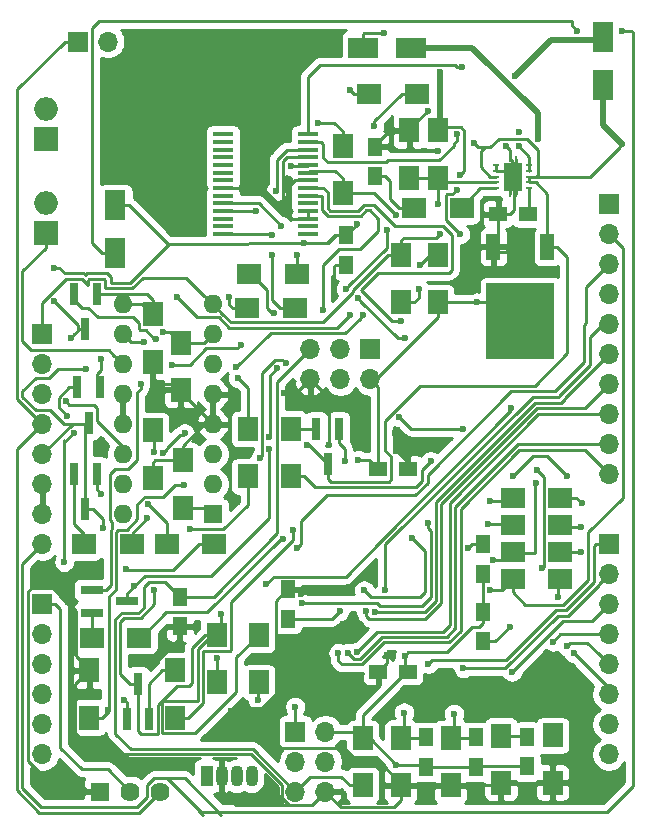
<source format=gbr>
G04 #@! TF.GenerationSoftware,KiCad,Pcbnew,(5.1.5)-3*
G04 #@! TF.CreationDate,2023-05-21T11:01:34-04:00*
G04 #@! TF.ProjectId,In_Board_Gnia,496e5f42-6f61-4726-945f-476e69612e6b,rev?*
G04 #@! TF.SameCoordinates,Original*
G04 #@! TF.FileFunction,Copper,L2,Bot*
G04 #@! TF.FilePolarity,Positive*
%FSLAX46Y46*%
G04 Gerber Fmt 4.6, Leading zero omitted, Abs format (unit mm)*
G04 Created by KiCad (PCBNEW (5.1.5)-3) date 2023-05-21 11:01:34*
%MOMM*%
%LPD*%
G04 APERTURE LIST*
%ADD10R,1.700000X1.700000*%
%ADD11O,1.700000X1.700000*%
%ADD12R,1.250000X1.500000*%
%ADD13R,1.500000X1.250000*%
%ADD14R,1.800000X2.500000*%
%ADD15R,1.070000X1.800000*%
%ADD16O,1.070000X1.800000*%
%ADD17R,2.500000X1.800000*%
%ADD18O,1.998980X1.998980*%
%ADD19R,1.998980X1.998980*%
%ADD20R,0.800000X1.900000*%
%ADD21R,1.900000X0.800000*%
%ADD22R,1.700000X2.000000*%
%ADD23R,2.000000X1.700000*%
%ADD24R,1.620000X1.620000*%
%ADD25C,1.620000*%
%ADD26R,0.600000X0.250000*%
%ADD27R,1.650000X2.400000*%
%ADD28C,0.200000*%
%ADD29R,0.250000X0.500000*%
%ADD30R,1.200000X2.200000*%
%ADD31R,5.800000X6.400000*%
%ADD32R,2.750000X3.050000*%
%ADD33R,1.600000X1.600000*%
%ADD34O,1.600000X1.600000*%
%ADD35R,1.750000X0.450000*%
%ADD36C,0.600000*%
%ADD37C,0.254000*%
%ADD38C,0.508000*%
G04 APERTURE END LIST*
D10*
X80500000Y-99710000D03*
D11*
X80500000Y-102250000D03*
X80500000Y-104790000D03*
X80500000Y-107330000D03*
X80500000Y-109870000D03*
X80500000Y-112410000D03*
X80500000Y-114950000D03*
X80500000Y-117490000D03*
D12*
X64998600Y-118531960D03*
X64998600Y-116031960D03*
X69270880Y-118531960D03*
X69270880Y-116031960D03*
X73553320Y-118511640D03*
X73553320Y-116011640D03*
X69850000Y-105430000D03*
X69850000Y-107930000D03*
D13*
X73640000Y-71755000D03*
X71140000Y-71755000D03*
D12*
X60706000Y-68560000D03*
X60706000Y-66060000D03*
X58293000Y-73553000D03*
X58293000Y-76053000D03*
D13*
X63480000Y-110490000D03*
X60980000Y-110490000D03*
D12*
X69850000Y-102215000D03*
X69850000Y-99715000D03*
X53340000Y-106025000D03*
X53340000Y-103525000D03*
D13*
X60980000Y-93345000D03*
X63480000Y-93345000D03*
D12*
X44196000Y-104160000D03*
X44196000Y-106660000D03*
D14*
X80010000Y-60788300D03*
X80010000Y-56788300D03*
X38735000Y-71025000D03*
X38735000Y-75025000D03*
D15*
X46456600Y-119354600D03*
D16*
X47726600Y-119354600D03*
X48996600Y-119354600D03*
X50266600Y-119354600D03*
D17*
X59722000Y-57658000D03*
X63722000Y-57658000D03*
D10*
X80500000Y-70940000D03*
D11*
X80500000Y-73480000D03*
X80500000Y-76020000D03*
X80500000Y-78560000D03*
X80500000Y-81100000D03*
X80500000Y-83640000D03*
X80500000Y-86180000D03*
X80500000Y-88720000D03*
X80500000Y-91260000D03*
X80500000Y-93800000D03*
D10*
X32540000Y-81910000D03*
D11*
X32540000Y-84450000D03*
X32540000Y-86990000D03*
X32540000Y-89530000D03*
X32540000Y-92070000D03*
X32540000Y-94610000D03*
X32540000Y-97150000D03*
X32540000Y-99690000D03*
D10*
X32540000Y-104800000D03*
D11*
X32540000Y-107340000D03*
X32540000Y-109880000D03*
X32540000Y-112420000D03*
X32540000Y-114960000D03*
X32540000Y-117500000D03*
D18*
X32842200Y-62865000D03*
D19*
X32842200Y-65405000D03*
D18*
X32842200Y-70827900D03*
D19*
X32842200Y-73367900D03*
D10*
X60325000Y-83185000D03*
D11*
X60325000Y-85725000D03*
X57785000Y-83185000D03*
X57785000Y-85725000D03*
X55245000Y-83185000D03*
X55245000Y-85725000D03*
D10*
X53975000Y-115570000D03*
D11*
X56515000Y-115570000D03*
X53975000Y-118110000D03*
X56515000Y-118110000D03*
X53975000Y-120650000D03*
X56515000Y-120650000D03*
D10*
X35560000Y-57150000D03*
D11*
X38100000Y-57150000D03*
D20*
X41590000Y-114530000D03*
X39690000Y-114530000D03*
X40640000Y-111530000D03*
D21*
X36714300Y-105496400D03*
X36714300Y-103596400D03*
X39714300Y-104546400D03*
D20*
X55742800Y-89940000D03*
X57642800Y-89940000D03*
X56692800Y-92940000D03*
X35245000Y-78510000D03*
X37145000Y-78510000D03*
X36195000Y-81510000D03*
X35524400Y-86422100D03*
X37424400Y-86422100D03*
X36474400Y-89422100D03*
X35245000Y-93750000D03*
X37145000Y-93750000D03*
X36195000Y-96750000D03*
D22*
X62905640Y-120094760D03*
X62905640Y-116094760D03*
X67122040Y-120120160D03*
X67122040Y-116120160D03*
D23*
X76376280Y-102682040D03*
X72376280Y-102682040D03*
X76371200Y-100342700D03*
X72371200Y-100342700D03*
X76371200Y-98056700D03*
X72371200Y-98056700D03*
X76383900Y-95758000D03*
X72383900Y-95758000D03*
D22*
X66040000Y-64675000D03*
X66040000Y-68675000D03*
X71379080Y-119911880D03*
X71379080Y-115911880D03*
X75747880Y-119896640D03*
X75747880Y-115896640D03*
D23*
X68040000Y-71247000D03*
X64040000Y-71247000D03*
D22*
X63627000Y-68675000D03*
X63627000Y-64675000D03*
X66014600Y-75241400D03*
X66014600Y-79241400D03*
X62941200Y-79216000D03*
X62941200Y-75216000D03*
X43815000Y-114395000D03*
X43815000Y-110395000D03*
D23*
X40747700Y-107619800D03*
X36747700Y-107619800D03*
D22*
X36512500Y-110395000D03*
X36512500Y-114395000D03*
X44246800Y-86645500D03*
X44246800Y-82645500D03*
X53594000Y-93922600D03*
X53594000Y-89922600D03*
X49923700Y-93960700D03*
X49923700Y-89960700D03*
X44450000Y-92615000D03*
X44450000Y-96615000D03*
X41910000Y-84257900D03*
X41910000Y-80257900D03*
X59690000Y-120110000D03*
X59690000Y-116110000D03*
X57962800Y-65995800D03*
X57962800Y-69995800D03*
X50850800Y-111397800D03*
X50850800Y-107397800D03*
X47320200Y-111397800D03*
X47320200Y-107397800D03*
D23*
X43085000Y-99695000D03*
X47085000Y-99695000D03*
X40100000Y-99695000D03*
X36100000Y-99695000D03*
D22*
X41910000Y-94075000D03*
X41910000Y-90075000D03*
D23*
X53917600Y-79730600D03*
X49917600Y-79730600D03*
X54070000Y-76835000D03*
X50070000Y-76835000D03*
X60230000Y-61595000D03*
X64230000Y-61595000D03*
D24*
X37465000Y-120650000D03*
D25*
X40005000Y-120650000D03*
X42545000Y-120650000D03*
D26*
X70990000Y-69580000D03*
X70990000Y-69080000D03*
X70990000Y-68580000D03*
X70990000Y-68080000D03*
X70990000Y-67580000D03*
X73790000Y-67580000D03*
X73790000Y-68080000D03*
X73790000Y-68580000D03*
X73790000Y-69080000D03*
X73790000Y-69580000D03*
D27*
X72390000Y-68580000D03*
D28*
X72390000Y-69530000D03*
X72390000Y-67630000D03*
X72965000Y-68580000D03*
X71815000Y-68580000D03*
D29*
X72640000Y-70030000D03*
X72140000Y-70030000D03*
X72640000Y-67130000D03*
X72140000Y-67130000D03*
D30*
X70745000Y-74540000D03*
X75305000Y-74540000D03*
D31*
X73025000Y-80840000D03*
D32*
X74550000Y-82515000D03*
X71500000Y-79165000D03*
X71500000Y-82515000D03*
X74550000Y-79165000D03*
D33*
X46990000Y-97155000D03*
D34*
X39370000Y-79375000D03*
X46990000Y-94615000D03*
X39370000Y-81915000D03*
X46990000Y-92075000D03*
X39370000Y-84455000D03*
X46990000Y-89535000D03*
X39370000Y-86995000D03*
X46990000Y-86995000D03*
X39370000Y-89535000D03*
X46990000Y-84455000D03*
X39370000Y-92075000D03*
X46990000Y-81915000D03*
X39370000Y-94615000D03*
X46990000Y-79375000D03*
X39370000Y-97155000D03*
D35*
X47835000Y-73440000D03*
X47835000Y-72790000D03*
X47835000Y-72140000D03*
X47835000Y-71490000D03*
X47835000Y-70840000D03*
X47835000Y-70190000D03*
X47835000Y-69540000D03*
X47835000Y-68890000D03*
X47835000Y-68240000D03*
X47835000Y-67590000D03*
X47835000Y-66940000D03*
X47835000Y-66290000D03*
X47835000Y-65640000D03*
X47835000Y-64990000D03*
X55035000Y-64990000D03*
X55035000Y-65640000D03*
X55035000Y-66290000D03*
X55035000Y-66940000D03*
X55035000Y-67590000D03*
X55035000Y-68240000D03*
X55035000Y-68890000D03*
X55035000Y-69540000D03*
X55035000Y-70190000D03*
X55035000Y-70840000D03*
X55035000Y-71490000D03*
X55035000Y-72140000D03*
X55035000Y-72790000D03*
X55035000Y-73440000D03*
D36*
X63233300Y-109169200D03*
X59283600Y-92583961D03*
X62522100Y-118364000D03*
X59791600Y-103619300D03*
X63868000Y-99200000D03*
X57708800Y-105384600D03*
X69335900Y-79241400D03*
X65239900Y-109829600D03*
X63169800Y-113957100D03*
X68199446Y-110186026D03*
X67398900Y-114058700D03*
X62484000Y-71869300D03*
X81648300Y-65849500D03*
X69075300Y-65725700D03*
X54742995Y-74209807D03*
X59205999Y-72605900D03*
X36207700Y-84874100D03*
X37706300Y-98310700D03*
X33515300Y-76288900D03*
X51765200Y-91605100D03*
X54940200Y-91346400D03*
X47663100Y-105651300D03*
X42033894Y-103616194D03*
X40339100Y-103267600D03*
X33561390Y-79146400D03*
X34955110Y-82227600D03*
X72466200Y-75006200D03*
X65160000Y-62992000D03*
X66009394Y-66441194D03*
X52959000Y-71539100D03*
X61722000Y-109067600D03*
X41922700Y-86144100D03*
X68606922Y-100012500D03*
X57277000Y-77889100D03*
X53043999Y-86906100D03*
X56819800Y-91329961D03*
X62389886Y-90301710D03*
X62475975Y-91778225D03*
X37414200Y-92105110D03*
X37579300Y-90851100D03*
X54430431Y-103902214D03*
X40347896Y-109715296D03*
X48546399Y-113842800D03*
X72901258Y-64765659D03*
X71793100Y-66014600D03*
X71379080Y-115911880D03*
X72312656Y-110514256D03*
X75788394Y-107955206D03*
X75747880Y-115896640D03*
X72113790Y-106710099D03*
X66255900Y-59753500D03*
X66179700Y-73444100D03*
X67943000Y-68453000D03*
X67627500Y-69707000D03*
X67932300Y-73469500D03*
X61480700Y-56464200D03*
X72555100Y-60083700D03*
X77851000Y-56227600D03*
X81626394Y-56274906D03*
X76178353Y-104199160D03*
X78130400Y-100342700D03*
X78130400Y-98272600D03*
X78206600Y-96227900D03*
X74503414Y-65437886D03*
X72898000Y-66019660D03*
X64492100Y-76085700D03*
X64439800Y-78117700D03*
X53150644Y-84392644D03*
X42796223Y-91988000D03*
X44589700Y-90320999D03*
X56313260Y-79872870D03*
X51015900Y-92392500D03*
X50812700Y-112915801D03*
X51523900Y-103098600D03*
X62928104Y-80848596D03*
X72267678Y-88168078D03*
X47358300Y-109351801D03*
X60655200Y-64325500D03*
X70675500Y-101003100D03*
X74383900Y-94551500D03*
X70485000Y-103593900D03*
X54140100Y-100012500D03*
X61595000Y-103568502D03*
X53962300Y-113461800D03*
X60706000Y-105435400D03*
X59913429Y-105326616D03*
X59200451Y-108792563D03*
X58406236Y-108888604D03*
X57607200Y-108927900D03*
X67652900Y-64998600D03*
X68059000Y-59309000D03*
X68059000Y-59309000D03*
X76934753Y-108346631D03*
X77544690Y-108940600D03*
X52171600Y-80162400D03*
X63213325Y-82265175D03*
X74409300Y-93421200D03*
X74879200Y-101688900D03*
X59254935Y-78866583D03*
X52451000Y-84810600D03*
X51762125Y-90624125D03*
X76974700Y-93941900D03*
X48348900Y-78770110D03*
X72364600Y-93954600D03*
X68191086Y-89913486D03*
X62783552Y-88944434D03*
X34544000Y-87591900D03*
X44526200Y-94665800D03*
X39446200Y-112903000D03*
X38069900Y-113743764D03*
X40868600Y-86131400D03*
X42780989Y-81757461D03*
X58132600Y-92625970D03*
X37477700Y-84061300D03*
X49369755Y-82811845D03*
X43524044Y-84517356D03*
X41160700Y-82588100D03*
X41998900Y-91922600D03*
X37515901Y-95414999D03*
X70319900Y-98018600D03*
X48971200Y-84734400D03*
X59715400Y-80306810D03*
X43916600Y-78770110D03*
X58576797Y-80306810D03*
X70421500Y-96012000D03*
X66054743Y-70874384D03*
X53746400Y-98488500D03*
X52933600Y-99237800D03*
X65166202Y-97942400D03*
X54494885Y-104699615D03*
X65418836Y-92685736D03*
X45046900Y-98450400D03*
X55892700Y-64033400D03*
X53586000Y-67678300D03*
X41503600Y-96304100D03*
X41427400Y-97510600D03*
X51981100Y-75184000D03*
X51981100Y-73528290D03*
X52769362Y-72732900D03*
X54102000Y-75184000D03*
X58623200Y-61264800D03*
X52332000Y-69832749D03*
X50634900Y-71526400D03*
X42189400Y-82296000D03*
X49106599Y-85644499D03*
X39598600Y-101841300D03*
X34404300Y-101206300D03*
X35224741Y-90271971D03*
X34667060Y-88845912D03*
X61709300Y-73075800D03*
X58221347Y-78085481D03*
D37*
X71426400Y-79241400D02*
X73025000Y-80840000D01*
X60785000Y-85725000D02*
X60325000Y-85725000D01*
X66014600Y-80495400D02*
X60785000Y-85725000D01*
X66014600Y-79241400D02*
X66014600Y-80495400D01*
X60980000Y-86380000D02*
X60325000Y-85725000D01*
X60980000Y-93345000D02*
X60980000Y-86380000D01*
X63233300Y-110243300D02*
X63480000Y-110490000D01*
X63233300Y-109169200D02*
X63233300Y-110243300D01*
X60218961Y-92583961D02*
X60980000Y-93345000D01*
X59283600Y-92583961D02*
X60218961Y-92583961D01*
X30402010Y-87392010D02*
X30402010Y-61203990D01*
X32540000Y-89530000D02*
X30402010Y-87392010D01*
X30402010Y-61203990D02*
X34456000Y-57150000D01*
X34456000Y-57150000D02*
X35560000Y-57150000D01*
X32283399Y-122428001D02*
X40766999Y-122428001D01*
X40766999Y-122428001D02*
X41735001Y-121459999D01*
X30402010Y-120546612D02*
X32283399Y-122428001D01*
X41735001Y-121459999D02*
X42545000Y-120650000D01*
X32540000Y-89530000D02*
X30402010Y-91667990D01*
X30402010Y-91667990D02*
X30402010Y-120546612D01*
X69291200Y-118511640D02*
X69270880Y-118531960D01*
X73553320Y-118511640D02*
X69291200Y-118511640D01*
X68391880Y-118531960D02*
X64998600Y-118531960D01*
X69270880Y-118531960D02*
X68391880Y-118531960D01*
X64830640Y-118364000D02*
X64998600Y-118531960D01*
X62522100Y-118364000D02*
X64830640Y-118364000D01*
X60268100Y-116110000D02*
X59690000Y-116110000D01*
X62522100Y-118364000D02*
X60268100Y-116110000D01*
X59150000Y-115570000D02*
X59690000Y-116110000D01*
X56515000Y-115570000D02*
X59150000Y-115570000D01*
X59690000Y-114155000D02*
X59690000Y-116110000D01*
X63480000Y-110490000D02*
X63355000Y-110490000D01*
X63355000Y-110490000D02*
X59690000Y-114155000D01*
X53340000Y-106025000D02*
X57068400Y-106025000D01*
X57068400Y-106025000D02*
X57708800Y-105384600D01*
X64960500Y-100292500D02*
X63868000Y-99200000D01*
X59791600Y-103619300D02*
X60367803Y-104195503D01*
X64960500Y-103771700D02*
X64960500Y-100292500D01*
X64536697Y-104195503D02*
X64960500Y-103771700D01*
X60367803Y-104195503D02*
X64536697Y-104195503D01*
X69850000Y-103886862D02*
X69850000Y-105430000D01*
X69850000Y-102215000D02*
X69850000Y-103886862D01*
X63533299Y-108869201D02*
X63233300Y-109169200D01*
X69850000Y-106387900D02*
X69557900Y-106680000D01*
X69850000Y-105430000D02*
X69850000Y-106387900D01*
X69557900Y-106680000D02*
X68956801Y-106680000D01*
X66767600Y-108869201D02*
X63533299Y-108869201D01*
X68956801Y-106680000D02*
X66767600Y-108869201D01*
X66014600Y-79241400D02*
X69335900Y-79241400D01*
X69335900Y-79241400D02*
X71426400Y-79241400D01*
X64935800Y-116094760D02*
X64998600Y-116031960D01*
X62905640Y-116094760D02*
X64935800Y-116094760D01*
X63169800Y-115830600D02*
X62905640Y-116094760D01*
X63169800Y-113957100D02*
X63169800Y-115830600D01*
X80500000Y-99710000D02*
X79396000Y-99710000D01*
X71768531Y-109529601D02*
X65539899Y-109529601D01*
X79219410Y-102919580D02*
X76846479Y-105292511D01*
X65539899Y-109529601D02*
X65239900Y-109829600D01*
X76005621Y-105292511D02*
X71768531Y-109529601D01*
X79219410Y-99886590D02*
X79219410Y-102919580D01*
X76846479Y-105292511D02*
X76005621Y-105292511D01*
X79396000Y-99710000D02*
X79219410Y-99886590D01*
X67398900Y-115843300D02*
X67122040Y-116120160D01*
X67398900Y-114058700D02*
X67398900Y-115843300D01*
X69182680Y-116120160D02*
X69270880Y-116031960D01*
X67122040Y-116120160D02*
X69182680Y-116120160D01*
X79650001Y-103131057D02*
X77034536Y-105746522D01*
X77034536Y-105746522D02*
X76193678Y-105746522D01*
X68623710Y-110186026D02*
X68199446Y-110186026D01*
X80500000Y-102250000D02*
X79650001Y-103099999D01*
X76193678Y-105746522D02*
X71754174Y-110186026D01*
X71754174Y-110186026D02*
X68623710Y-110186026D01*
X79650001Y-103099999D02*
X79650001Y-103131057D01*
X73790000Y-69080000D02*
X73790000Y-68580000D01*
X75305000Y-70041000D02*
X75305000Y-73186000D01*
X75305000Y-73186000D02*
X75305000Y-74540000D01*
X74344000Y-69080000D02*
X75305000Y-70041000D01*
X73790000Y-69080000D02*
X74344000Y-69080000D01*
X74344000Y-68580000D02*
X73790000Y-68580000D01*
X58293000Y-70326000D02*
X57962800Y-69995800D01*
X55132999Y-68142001D02*
X55035000Y-68240000D01*
X57363001Y-68142001D02*
X55132999Y-68142001D01*
X57962800Y-69995800D02*
X57962800Y-68741800D01*
X57962800Y-68741800D02*
X57363001Y-68142001D01*
X81643136Y-65854664D02*
X81648300Y-65849500D01*
D38*
X80010000Y-61055000D02*
X80010000Y-64211200D01*
D37*
X81643136Y-65887600D02*
X81643136Y-65854664D01*
D38*
X80010000Y-64211200D02*
X81648300Y-65849500D01*
D37*
X74344000Y-68580000D02*
X78917800Y-68580000D01*
X81348301Y-66149499D02*
X81648300Y-65849500D01*
X78917800Y-68580000D02*
X81348301Y-66149499D01*
X70437497Y-66070099D02*
X70462899Y-66095501D01*
X69419699Y-66070099D02*
X70437497Y-66070099D01*
X69075300Y-65725700D02*
X69419699Y-66070099D01*
X60610500Y-69995800D02*
X57962800Y-69995800D01*
X62484000Y-71869300D02*
X60610500Y-69995800D01*
X56757193Y-74209807D02*
X54742995Y-74209807D01*
X58293000Y-73553000D02*
X57414000Y-73553000D01*
X57414000Y-73553000D02*
X56757193Y-74209807D01*
X59205999Y-72640001D02*
X58293000Y-73553000D01*
X59205999Y-72605900D02*
X59205999Y-72640001D01*
X56680100Y-74231500D02*
X57358600Y-73553000D01*
X57358600Y-73553000D02*
X58293000Y-73553000D01*
X38735000Y-71025000D02*
X39889000Y-71025000D01*
X39889000Y-71025000D02*
X43095500Y-74231500D01*
X36195000Y-81510000D02*
X35541000Y-81510000D01*
X36195000Y-89498300D02*
X36195000Y-96750000D01*
X36195000Y-96750000D02*
X36849000Y-96750000D01*
X37706300Y-97607300D02*
X37706300Y-98310700D01*
X36849000Y-96750000D02*
X37706300Y-97607300D01*
X32540000Y-92070000D02*
X35111700Y-89498300D01*
X35111700Y-89498300D02*
X36195000Y-89498300D01*
X34367600Y-89498300D02*
X36195000Y-89498300D01*
X33222299Y-88352999D02*
X34367600Y-89498300D01*
X30856020Y-87203954D02*
X32005065Y-88352999D01*
X30856020Y-86746020D02*
X30856020Y-87203954D01*
X32005065Y-88352999D02*
X33222299Y-88352999D01*
X36207700Y-84874100D02*
X33857862Y-84874100D01*
X33857862Y-84874100D02*
X33104961Y-85627001D01*
X33104961Y-85627001D02*
X31975039Y-85627001D01*
X31975039Y-85627001D02*
X30856020Y-86746020D01*
X48951211Y-109297389D02*
X50850800Y-107397800D01*
X45434601Y-115722001D02*
X48951211Y-112205391D01*
X42703399Y-115722001D02*
X45434601Y-115722001D01*
X42637999Y-115656601D02*
X42703399Y-115722001D01*
X45689189Y-112982745D02*
X42788653Y-112982745D01*
X42637999Y-113133399D02*
X42637999Y-115656601D01*
X42788653Y-112982745D02*
X42637999Y-113133399D01*
X45689189Y-108602144D02*
X45689189Y-112982745D01*
X48951211Y-112205391D02*
X48951211Y-109297389D01*
X46893533Y-107397800D02*
X45689189Y-108602144D01*
X47320200Y-107397800D02*
X46893533Y-107397800D01*
X45190877Y-111457725D02*
X44926601Y-111722001D01*
X47320200Y-107397800D02*
X46323000Y-107397800D01*
X45190877Y-108529923D02*
X45190877Y-111457725D01*
X43913399Y-111722001D02*
X42317001Y-113318399D01*
X40640000Y-112734000D02*
X40640000Y-111530000D01*
X40928399Y-115807001D02*
X40640000Y-115518602D01*
X42251601Y-115807001D02*
X40928399Y-115807001D01*
X46323000Y-107397800D02*
X45190877Y-108529923D01*
X40640000Y-115518602D02*
X40640000Y-112734000D01*
X42317001Y-113318399D02*
X42317001Y-115741601D01*
X44926601Y-111722001D02*
X43913399Y-111722001D01*
X42317001Y-115741601D02*
X42251601Y-115807001D01*
X43268900Y-74282300D02*
X56680100Y-74231500D01*
X43095500Y-74231500D02*
X43268900Y-74282300D01*
X40878111Y-76673089D02*
X43268900Y-74282300D01*
X39949221Y-77601979D02*
X40878111Y-76673089D01*
X33939564Y-76288900D02*
X34429652Y-76778988D01*
X33515300Y-76288900D02*
X33939564Y-76288900D01*
X34429652Y-76778988D02*
X36094659Y-76778989D01*
X36094659Y-76778989D02*
X36195000Y-76879330D01*
X36195000Y-76879330D02*
X36295342Y-76778988D01*
X36295342Y-76778988D02*
X37994659Y-76778989D01*
X37994659Y-76778989D02*
X38326012Y-77110342D01*
X38326012Y-77601979D02*
X39949221Y-77601979D01*
X38326012Y-77110342D02*
X38326012Y-77601979D01*
X61569600Y-89238560D02*
X64533870Y-86274290D01*
X62094039Y-92283001D02*
X61569600Y-91758562D01*
X56692800Y-92940000D02*
X56692800Y-94144000D01*
X77000100Y-75381100D02*
X76159000Y-74540000D01*
X56960600Y-94411800D02*
X61899800Y-94411800D01*
X56692800Y-94144000D02*
X56960600Y-94411800D01*
X77000100Y-83553502D02*
X77000100Y-75381100D01*
X64533870Y-86274290D02*
X74279312Y-86274290D01*
X61569600Y-91758562D02*
X61569600Y-89238560D01*
X76159000Y-74540000D02*
X75305000Y-74540000D01*
X62094039Y-94217561D02*
X62094039Y-92283001D01*
X74279312Y-86274290D02*
X77000100Y-83553502D01*
X61899800Y-94411800D02*
X62094039Y-94217561D01*
X39714300Y-104546400D02*
X39714300Y-103892400D01*
X51765200Y-97453402D02*
X51765200Y-91605100D01*
X41235190Y-102371510D02*
X46847092Y-102371510D01*
X46847092Y-102371510D02*
X51765200Y-97453402D01*
X55099200Y-91346400D02*
X56692800Y-92940000D01*
X54940200Y-91346400D02*
X55099200Y-91346400D01*
X47663100Y-107054900D02*
X47320200Y-107397800D01*
X47663100Y-105651300D02*
X47663100Y-107054900D01*
X40640000Y-111530000D02*
X39986000Y-111530000D01*
X42033894Y-104807475D02*
X42033894Y-103616194D01*
X39150910Y-110694910D02*
X39150910Y-106258456D01*
X39986000Y-111530000D02*
X39150910Y-110694910D01*
X39150910Y-106258456D02*
X39443756Y-105965610D01*
X39443756Y-105965610D02*
X40875759Y-105965610D01*
X40875759Y-105965610D02*
X42033894Y-104807475D01*
X39714300Y-103892400D02*
X40339100Y-103267600D01*
X40339100Y-103267600D02*
X41235190Y-102371510D01*
X70010399Y-66095501D02*
X70462899Y-66095501D01*
X69654800Y-66451100D02*
X70010399Y-66095501D01*
X70990000Y-68580000D02*
X70476398Y-68580000D01*
X69654800Y-67758402D02*
X69654800Y-66451100D01*
X70476398Y-68580000D02*
X69654800Y-67758402D01*
X35541000Y-81126010D02*
X33861389Y-79446399D01*
X35255109Y-81927601D02*
X34955110Y-82227600D01*
X35541000Y-81510000D02*
X35541000Y-81641710D01*
X35541000Y-81641710D02*
X35255109Y-81927601D01*
X33861389Y-79446399D02*
X33561390Y-79146400D01*
X35541000Y-81510000D02*
X35541000Y-81126010D01*
X73571460Y-65392660D02*
X74472800Y-66294000D01*
X74472800Y-68451200D02*
X74344000Y-68580000D01*
X72600297Y-65392660D02*
X73571460Y-65392660D01*
X70462899Y-66095501D02*
X71170802Y-65387598D01*
X71170802Y-65387598D02*
X72595235Y-65387598D01*
X74472800Y-66294000D02*
X74472800Y-68451200D01*
X72595235Y-65387598D02*
X72600297Y-65392660D01*
X70990000Y-67580000D02*
X70990000Y-68080000D01*
X71890000Y-68080000D02*
X70990000Y-68080000D01*
X72390000Y-68580000D02*
X71890000Y-68080000D01*
X72390000Y-67380000D02*
X72140000Y-67130000D01*
X72390000Y-67630000D02*
X72390000Y-67380000D01*
X72640000Y-68330000D02*
X72390000Y-68580000D01*
X72640000Y-67130000D02*
X72640000Y-68330000D01*
X72640000Y-68830000D02*
X72390000Y-68580000D01*
X72640000Y-70030000D02*
X72640000Y-68830000D01*
X71140000Y-74145000D02*
X70745000Y-74540000D01*
X71140000Y-71755000D02*
X71140000Y-74145000D01*
X71211200Y-75006200D02*
X70745000Y-74540000D01*
X72466200Y-75006200D02*
X71211200Y-75006200D01*
X63627000Y-64525000D02*
X65160000Y-62992000D01*
X63627000Y-64675000D02*
X63627000Y-64525000D01*
X63627000Y-65929000D02*
X63627000Y-64675000D01*
X64139194Y-66441194D02*
X63627000Y-65929000D01*
X66009394Y-66441194D02*
X64139194Y-66441194D01*
X61966000Y-64675000D02*
X62523000Y-64675000D01*
X60706000Y-65935000D02*
X61966000Y-64675000D01*
X62523000Y-64675000D02*
X63627000Y-64675000D01*
X60706000Y-66060000D02*
X60706000Y-65935000D01*
X72390000Y-69723000D02*
X72390000Y-68580000D01*
X72504300Y-69837300D02*
X72390000Y-69723000D01*
X71140000Y-71755000D02*
X72144000Y-71755000D01*
X72504300Y-71394700D02*
X72504300Y-69837300D01*
X72144000Y-71755000D02*
X72504300Y-71394700D01*
X53944400Y-68890000D02*
X55035000Y-68890000D01*
X47835000Y-69540000D02*
X51137700Y-69540000D01*
X51137700Y-69540000D02*
X53065401Y-71467701D01*
X53065401Y-71467701D02*
X52994002Y-71539100D01*
X53559900Y-72140000D02*
X52959000Y-71539100D01*
X55035000Y-72140000D02*
X53559900Y-72140000D01*
X52994002Y-71539100D02*
X52959000Y-71539100D01*
X52959000Y-69875400D02*
X52959000Y-71539100D01*
X53944400Y-68890000D02*
X52959000Y-69875400D01*
X52959000Y-67233800D02*
X52959000Y-71361300D01*
X52959000Y-71361300D02*
X53065401Y-71467701D01*
X55035000Y-66940000D02*
X53252800Y-66940000D01*
X53252800Y-66940000D02*
X52959000Y-67233800D01*
X61722000Y-109748000D02*
X60980000Y-110490000D01*
X61722000Y-109067600D02*
X61722000Y-109748000D01*
X41922700Y-84270600D02*
X41910000Y-84257900D01*
X41922700Y-86144100D02*
X41922700Y-84270600D01*
X43745400Y-86144100D02*
X44246800Y-86645500D01*
X41922700Y-86144100D02*
X43745400Y-86144100D01*
X43599100Y-86144100D02*
X46990000Y-89535000D01*
X41922700Y-86144100D02*
X43599100Y-86144100D01*
X46276000Y-89535000D02*
X46990000Y-89535000D01*
X44450000Y-91361000D02*
X46276000Y-89535000D01*
X44450000Y-92615000D02*
X44450000Y-91361000D01*
X43346000Y-92615000D02*
X44450000Y-92615000D01*
X42116000Y-92615000D02*
X43346000Y-92615000D01*
X41910000Y-92821000D02*
X42116000Y-92615000D01*
X41910000Y-94075000D02*
X41910000Y-92821000D01*
X32540000Y-94610000D02*
X32540000Y-97150000D01*
X71170800Y-120120160D02*
X71379080Y-119911880D01*
X67122040Y-120120160D02*
X71170800Y-120120160D01*
X71394320Y-119896640D02*
X71379080Y-119911880D01*
X75747880Y-119896640D02*
X71394320Y-119896640D01*
X62931040Y-120120160D02*
X62905640Y-120094760D01*
X67122040Y-120120160D02*
X62931040Y-120120160D01*
X62905640Y-121348760D02*
X62296300Y-121958100D01*
X62905640Y-120094760D02*
X62905640Y-121348760D01*
X57823100Y-121958100D02*
X56515000Y-120650000D01*
X62296300Y-121958100D02*
X57823100Y-121958100D01*
X48918001Y-121827001D02*
X55337999Y-121827001D01*
X47625000Y-120534000D02*
X48918001Y-121827001D01*
X47625000Y-119380000D02*
X47625000Y-120534000D01*
X69850000Y-99715000D02*
X68904422Y-99715000D01*
X68904422Y-99715000D02*
X68606922Y-100012500D01*
X57414000Y-76053000D02*
X57277000Y-76190000D01*
X57277000Y-76190000D02*
X57277000Y-77464836D01*
X57277000Y-77464836D02*
X57277000Y-77889100D01*
X58293000Y-76053000D02*
X57414000Y-76053000D01*
X36512500Y-110245000D02*
X36512500Y-110395000D01*
X35408500Y-109141000D02*
X36512500Y-110245000D01*
X35408500Y-105322000D02*
X35408500Y-109141000D01*
X33464500Y-103378000D02*
X35408500Y-105322000D01*
X31362999Y-103688399D02*
X31673398Y-103378000D01*
X36401000Y-120650000D02*
X35394900Y-119643900D01*
X31673398Y-103378000D02*
X33464500Y-103378000D01*
X37465000Y-120650000D02*
X36401000Y-120650000D01*
X35394900Y-119643900D02*
X32941938Y-119643900D01*
X32941938Y-119643900D02*
X31362999Y-118064961D01*
X31362999Y-118064961D02*
X31362999Y-103688399D01*
X39370000Y-86995000D02*
X39370000Y-89535000D01*
X63480000Y-93345000D02*
X63480000Y-92808602D01*
X54063900Y-86906100D02*
X55245000Y-85725000D01*
X53043999Y-86906100D02*
X54063900Y-86906100D01*
X55665001Y-121499999D02*
X56515000Y-120650000D01*
X53410039Y-121827001D02*
X55337999Y-121827001D01*
X52797999Y-121214961D02*
X53410039Y-121827001D01*
X52797999Y-120115065D02*
X52797999Y-121214961D01*
X37188808Y-117509910D02*
X50192844Y-117509910D01*
X55337999Y-121827001D02*
X55665001Y-121499999D01*
X35335499Y-115656601D02*
X37188808Y-117509910D01*
X35335499Y-111572001D02*
X35335499Y-115656601D01*
X50192844Y-117509910D02*
X52797999Y-120115065D01*
X36512500Y-110395000D02*
X35335499Y-111572001D01*
X56819800Y-87299800D02*
X56819800Y-91329961D01*
X55245000Y-85725000D02*
X56819800Y-87299800D01*
X63480000Y-91391824D02*
X62689885Y-90601709D01*
X62689885Y-90601709D02*
X62389886Y-90301710D01*
X63480000Y-93345000D02*
X63480000Y-91391824D01*
X63480000Y-92782250D02*
X63480000Y-93345000D01*
X62475975Y-91778225D02*
X63480000Y-92782250D01*
X37414200Y-92105110D02*
X37414200Y-91016200D01*
X37414200Y-91016200D02*
X37579300Y-90851100D01*
X53340000Y-103525000D02*
X54053217Y-103525000D01*
X54053217Y-103525000D02*
X54430431Y-103902214D01*
X42144704Y-109715296D02*
X40347896Y-109715296D01*
X44196000Y-106660000D02*
X44196000Y-107664000D01*
X44196000Y-107664000D02*
X42144704Y-109715296D01*
X48846398Y-113542801D02*
X51144401Y-113542801D01*
X53300000Y-103525000D02*
X53340000Y-103525000D01*
X48546399Y-113842800D02*
X48846398Y-113542801D01*
X52311300Y-104513700D02*
X53300000Y-103525000D01*
X51144401Y-113542801D02*
X52311300Y-112375902D01*
X52311300Y-112375902D02*
X52311300Y-104513700D01*
X62905640Y-119944760D02*
X62905640Y-120094760D01*
X61248680Y-118287800D02*
X62905640Y-119944760D01*
X48970663Y-113842800D02*
X52060862Y-116932999D01*
X59429198Y-118287800D02*
X61248680Y-118287800D01*
X48546399Y-113842800D02*
X48970663Y-113842800D01*
X52060862Y-116932999D02*
X58074397Y-116932999D01*
X58074397Y-116932999D02*
X59429198Y-118287800D01*
X72390000Y-68580000D02*
X72390000Y-67843400D01*
X72140000Y-68093400D02*
X72140000Y-70030000D01*
X72390000Y-67843400D02*
X72140000Y-68093400D01*
X72390000Y-68580000D02*
X72390000Y-69530000D01*
X72390000Y-69155000D02*
X72965000Y-68580000D01*
X72390000Y-69530000D02*
X72390000Y-69155000D01*
X72390000Y-68580000D02*
X71815000Y-68580000D01*
X55035000Y-71490000D02*
X55035000Y-72140000D01*
X72140000Y-67130000D02*
X72140000Y-66361500D01*
X72140000Y-66361500D02*
X71793100Y-66014600D01*
X73453560Y-115911880D02*
X73553320Y-116011640D01*
X71379080Y-115911880D02*
X73453560Y-115911880D01*
X79089467Y-106200533D02*
X76626379Y-106200533D01*
X76626379Y-106200533D02*
X72612655Y-110214257D01*
X72612655Y-110214257D02*
X72312656Y-110514256D01*
X80500000Y-104790000D02*
X79089467Y-106200533D01*
X76413600Y-107330000D02*
X80500000Y-107330000D01*
X75788394Y-107955206D02*
X76413600Y-107330000D01*
X69850000Y-107930000D02*
X70893889Y-107930000D01*
X70893889Y-107930000D02*
X72113790Y-106710099D01*
D38*
X66255900Y-64459100D02*
X66040000Y-64675000D01*
X66255900Y-59753500D02*
X66255900Y-64459100D01*
D37*
X65879701Y-73744099D02*
X63159101Y-73744099D01*
X62941200Y-73962000D02*
X62941200Y-75216000D01*
X63159101Y-73744099D02*
X62941200Y-73962000D01*
X66179700Y-73444100D02*
X65879701Y-73744099D01*
X66040000Y-64675000D02*
X66040000Y-64525000D01*
X62941200Y-75216000D02*
X61837200Y-75216000D01*
X47789999Y-80174999D02*
X46990000Y-79375000D01*
X48522601Y-80907601D02*
X47789999Y-80174999D01*
X61837200Y-75216000D02*
X58848348Y-78204852D01*
X56327189Y-80907601D02*
X48522601Y-80907601D01*
X58848348Y-78386442D02*
X56327189Y-80907601D01*
X58848348Y-78204852D02*
X58848348Y-78386442D01*
X32540000Y-81910000D02*
X32540000Y-79276398D01*
X37872001Y-77298399D02*
X37872001Y-78055990D01*
X34583399Y-77232999D02*
X35906601Y-77232999D01*
X35906601Y-77232999D02*
X36417999Y-77744397D01*
X44742100Y-77127100D02*
X46190001Y-78575001D01*
X46190001Y-78575001D02*
X46990000Y-79375000D01*
X36417999Y-77744397D02*
X36417999Y-77298399D01*
X41066168Y-77127100D02*
X44742100Y-77127100D01*
X32540000Y-79276398D02*
X34583399Y-77232999D01*
X40137278Y-78055990D02*
X41066168Y-77127100D01*
X37872001Y-78055990D02*
X40137278Y-78055990D01*
X36483399Y-77232999D02*
X37806601Y-77232999D01*
X36417999Y-77298399D02*
X36483399Y-77232999D01*
X37806601Y-77232999D02*
X37872001Y-77298399D01*
X66343401Y-64371599D02*
X67953861Y-64371599D01*
X67953861Y-64371599D02*
X68279901Y-64697639D01*
X68279901Y-68116099D02*
X67943000Y-68453000D01*
X66040000Y-64675000D02*
X66343401Y-64371599D01*
X68279901Y-64697639D02*
X68279901Y-68116099D01*
X67264501Y-70069999D02*
X66778399Y-70069999D01*
X66778399Y-70069999D02*
X66712999Y-70135399D01*
X67627500Y-69707000D02*
X67264501Y-70069999D01*
X66712999Y-70135399D02*
X66712999Y-72250199D01*
X66712999Y-72250199D02*
X67932300Y-73469500D01*
X59761800Y-56464200D02*
X61480700Y-56464200D01*
X59722000Y-57658000D02*
X59722000Y-56504000D01*
X59722000Y-56504000D02*
X59761800Y-56464200D01*
X73790000Y-71605000D02*
X73640000Y-71755000D01*
X73790000Y-69580000D02*
X73790000Y-71605000D01*
X62786000Y-71247000D02*
X62014100Y-70475100D01*
X64040000Y-71247000D02*
X62786000Y-71247000D01*
X61585000Y-68560000D02*
X60706000Y-68560000D01*
X62014100Y-68989100D02*
X61585000Y-68560000D01*
X62014100Y-70475100D02*
X62014100Y-68989100D01*
X44196000Y-104160000D02*
X45075000Y-104160000D01*
X45075000Y-104160000D02*
X45082300Y-104152700D01*
X58586000Y-120110000D02*
X59690000Y-120110000D01*
X57856000Y-119380000D02*
X58586000Y-120110000D01*
X53975000Y-120650000D02*
X55245000Y-119380000D01*
X55245000Y-119380000D02*
X57856000Y-119380000D01*
X52416999Y-86013001D02*
X54395001Y-84034999D01*
X52416999Y-98789201D02*
X52416999Y-86013001D01*
X54395001Y-84034999D02*
X55245000Y-83185000D01*
X45075000Y-104160000D02*
X47046200Y-104160000D01*
X47046200Y-104160000D02*
X52416999Y-98789201D01*
X50380900Y-117055900D02*
X53975000Y-120650000D01*
X38696900Y-106070400D02*
X38696900Y-115735100D01*
X39255700Y-105511600D02*
X38696900Y-106070400D01*
X40017700Y-117055900D02*
X50380900Y-117055900D01*
X44196000Y-104160000D02*
X42931400Y-102895400D01*
X41567100Y-102895400D02*
X41122600Y-103339900D01*
X38696900Y-115735100D02*
X40017700Y-117055900D01*
X42931400Y-102895400D02*
X41567100Y-102895400D01*
X41122600Y-105076702D02*
X40687702Y-105511600D01*
X40687702Y-105511600D02*
X39255700Y-105511600D01*
X41122600Y-103339900D02*
X41122600Y-105076702D01*
D38*
X80010000Y-57055000D02*
X75583800Y-57055000D01*
X75583800Y-57055000D02*
X72555100Y-60083700D01*
D37*
X36737001Y-56038399D02*
X37373390Y-55402010D01*
X38735000Y-75025000D02*
X37581000Y-75025000D01*
X37581000Y-75025000D02*
X36737001Y-74181001D01*
X36737001Y-74181001D02*
X36737001Y-56038399D01*
X37373390Y-55402010D02*
X77381100Y-55402010D01*
X77381100Y-55402010D02*
X77381100Y-55757700D01*
X77381100Y-55757700D02*
X77851000Y-56227600D01*
X31690001Y-100539999D02*
X32540000Y-99690000D01*
X30856021Y-101373979D02*
X31690001Y-100539999D01*
X46175752Y-122597990D02*
X43090761Y-119512999D01*
X41407999Y-121144935D02*
X40578944Y-121973990D01*
X40578944Y-121973990D02*
X32471456Y-121973990D01*
X32471456Y-121973990D02*
X30856021Y-120358555D01*
X30856021Y-120358555D02*
X30856021Y-101373979D01*
X82434096Y-56274906D02*
X82597990Y-56438800D01*
X81626394Y-56274906D02*
X82434096Y-56274906D01*
X82597990Y-56438800D02*
X82597990Y-100761800D01*
X82597990Y-100761800D02*
X82597990Y-115395010D01*
X44591397Y-119512999D02*
X41999239Y-119512999D01*
X41407999Y-121144935D02*
X40578943Y-121973991D01*
X47676388Y-122597990D02*
X44591397Y-119512999D01*
X45989872Y-122412110D02*
X80317990Y-122412110D01*
X80317990Y-122412110D02*
X82575400Y-120154700D01*
X41999239Y-119512999D02*
X43090761Y-119512999D01*
X41407999Y-120104239D02*
X41999239Y-119512999D01*
X41407999Y-121144935D02*
X41407999Y-120104239D01*
X43090761Y-119512999D02*
X45989872Y-122412110D01*
X82597990Y-115395010D02*
X82575400Y-120154700D01*
X76178353Y-102879967D02*
X76376280Y-102682040D01*
X76178353Y-104199160D02*
X76178353Y-102879967D01*
X76371200Y-100342700D02*
X78130400Y-100342700D01*
X76587100Y-98272600D02*
X76371200Y-98056700D01*
X78130400Y-98272600D02*
X76587100Y-98272600D01*
X76383900Y-95758000D02*
X77736700Y-95758000D01*
X77736700Y-95758000D02*
X78206600Y-96227900D01*
X73790000Y-68080000D02*
X73790000Y-67580000D01*
D38*
X74503414Y-65013622D02*
X74503414Y-65437886D01*
X68961000Y-57658000D02*
X74503414Y-63200414D01*
X63722000Y-57658000D02*
X68961000Y-57658000D01*
X74503414Y-63200414D02*
X74503414Y-65013622D01*
D37*
X73790000Y-68080000D02*
X73790000Y-66911660D01*
X73790000Y-66911660D02*
X72898000Y-66019660D01*
X65336400Y-75241400D02*
X64492100Y-76085700D01*
X66014600Y-75241400D02*
X65336400Y-75241400D01*
X64045200Y-79216000D02*
X64439800Y-78821400D01*
X62941200Y-79216000D02*
X64045200Y-79216000D01*
X64439800Y-78821400D02*
X64439800Y-78117700D01*
X43096222Y-91530176D02*
X44176998Y-90449400D01*
X42796223Y-91988000D02*
X43096222Y-91688001D01*
X43096222Y-91688001D02*
X43096222Y-91530176D01*
X44176998Y-90449400D02*
X44461299Y-90449400D01*
X44461299Y-90449400D02*
X44589700Y-90320999D01*
X51135124Y-85198514D02*
X51135124Y-92273276D01*
X52240993Y-84092645D02*
X51135124Y-85198514D01*
X51135124Y-92273276D02*
X51015900Y-92392500D01*
X53150644Y-84392644D02*
X52850645Y-84092645D01*
X52850645Y-84092645D02*
X52240993Y-84092645D01*
X59982100Y-71450200D02*
X60286900Y-71450200D01*
X57696887Y-74685511D02*
X56313260Y-76069138D01*
X60972700Y-72136000D02*
X60972700Y-73177400D01*
X56238790Y-70264790D02*
X56238790Y-71447757D01*
X55035000Y-70190000D02*
X56164000Y-70190000D01*
X56164000Y-70190000D02*
X56238790Y-70264790D01*
X60972700Y-73177400D02*
X59464589Y-74685511D01*
X60286900Y-71450200D02*
X60972700Y-72136000D01*
X56313260Y-76069138D02*
X56313260Y-79448606D01*
X59464589Y-74685511D02*
X57696887Y-74685511D01*
X56711133Y-71920100D02*
X59512200Y-71920100D01*
X59512200Y-71920100D02*
X59982100Y-71450200D01*
X56313260Y-79448606D02*
X56313260Y-79872870D01*
X56238790Y-71447757D02*
X56711133Y-71920100D01*
X50812700Y-111435900D02*
X50850800Y-111397800D01*
X50812700Y-112915801D02*
X50812700Y-111435900D01*
X59743243Y-70996189D02*
X59273343Y-71466089D01*
X56319300Y-69540000D02*
X55035000Y-69540000D01*
X62928104Y-80848596D02*
X62135194Y-80848596D01*
X66981901Y-76712701D02*
X67191601Y-76503001D01*
X60982565Y-76712701D02*
X66981901Y-76712701D01*
X59273343Y-71466089D02*
X56899190Y-71466089D01*
X56692801Y-71259700D02*
X56692800Y-69913500D01*
X60658389Y-70996189D02*
X59743243Y-70996189D01*
X67191601Y-76503001D02*
X67191601Y-73528039D01*
X56899190Y-71466089D02*
X56692801Y-71259700D01*
X56692800Y-69913500D02*
X56319300Y-69540000D01*
X66438401Y-72774839D02*
X62437039Y-72774839D01*
X67191601Y-73528039D02*
X66438401Y-72774839D01*
X62135194Y-80848596D02*
X59490932Y-78204334D01*
X62437039Y-72774839D02*
X60658389Y-70996189D01*
X59490932Y-78204334D02*
X60982565Y-76712701D01*
X57800601Y-102447999D02*
X58232403Y-102447999D01*
X52174501Y-102447999D02*
X57800601Y-102447999D01*
X51523900Y-103098600D02*
X52174501Y-102447999D01*
X61140991Y-99539411D02*
X61140991Y-99488609D01*
X61140991Y-99488609D02*
X72267678Y-88361922D01*
X72267678Y-88361922D02*
X72267678Y-88168078D01*
X58232403Y-102447999D02*
X61140991Y-99539411D01*
X47358300Y-111359700D02*
X47320200Y-111397800D01*
X47358300Y-109351801D02*
X47358300Y-111359700D01*
X62976000Y-61595000D02*
X60655200Y-63915800D01*
X64230000Y-61595000D02*
X62976000Y-61595000D01*
X60655200Y-63915800D02*
X60655200Y-64325500D01*
X71845420Y-101003100D02*
X72376280Y-100472240D01*
X70675500Y-101003100D02*
X71845420Y-101003100D01*
X74259440Y-100472240D02*
X74269600Y-100482400D01*
X72376280Y-100472240D02*
X74259440Y-100472240D01*
X74269600Y-100482400D02*
X74269600Y-94665800D01*
X74269600Y-94665800D02*
X74383900Y-94551500D01*
X71439020Y-103619300D02*
X72376280Y-102682040D01*
X70485000Y-103593900D02*
X70510400Y-103619300D01*
X70510400Y-103619300D02*
X71439020Y-103619300D01*
X72376280Y-103786040D02*
X72376280Y-102682040D01*
X73428740Y-104838500D02*
X72376280Y-103786040D01*
X76658422Y-104838500D02*
X73428740Y-104838500D01*
X81677001Y-74657001D02*
X81677001Y-95792799D01*
X81677001Y-95792799D02*
X78765400Y-98704400D01*
X80500000Y-73480000D02*
X81677001Y-74657001D01*
X78765400Y-98704400D02*
X78765400Y-102731522D01*
X78765400Y-102731522D02*
X76658422Y-104838500D01*
X56616600Y-95580200D02*
X64103968Y-95580200D01*
X72263000Y-86728300D02*
X75933300Y-86728300D01*
X78613000Y-80949800D02*
X78613000Y-77907000D01*
X54440099Y-97756701D02*
X56616600Y-95580200D01*
X54140100Y-100012500D02*
X54440099Y-99712501D01*
X54440099Y-99712501D02*
X54440099Y-97756701D01*
X78397100Y-81165700D02*
X78613000Y-80949800D01*
X79650001Y-76869999D02*
X80500000Y-76020000D01*
X78613000Y-77907000D02*
X79650001Y-76869999D01*
X75933300Y-86728300D02*
X78397100Y-84264500D01*
X65160511Y-93830789D02*
X72263000Y-86728300D01*
X64103968Y-95580200D02*
X65160511Y-94523657D01*
X78397100Y-84264500D02*
X78397100Y-81165700D01*
X65160511Y-94523657D02*
X65160511Y-93830789D01*
X61595000Y-103144238D02*
X61595000Y-103568502D01*
X61595000Y-99727468D02*
X61595000Y-103144238D01*
X74086168Y-87236300D02*
X61595000Y-99727468D01*
X76276202Y-87236300D02*
X74086168Y-87236300D01*
X76327002Y-87185500D02*
X76276202Y-87236300D01*
X79999500Y-81100000D02*
X78930500Y-82169000D01*
X76327002Y-87170932D02*
X76327002Y-87185500D01*
X80500000Y-81100000D02*
X79999500Y-81100000D01*
X78930500Y-82169000D02*
X78930500Y-84567434D01*
X78930500Y-84567434D02*
X76327002Y-87170932D01*
X53962300Y-115557300D02*
X53975000Y-115570000D01*
X53962300Y-113461800D02*
X53962300Y-115557300D01*
X65871710Y-104536890D02*
X64973200Y-105435400D01*
X65871710Y-96092826D02*
X65871710Y-104536890D01*
X61130264Y-105435400D02*
X60706000Y-105435400D01*
X74232936Y-87731600D02*
X65871710Y-96092826D01*
X76781011Y-87373557D02*
X76422968Y-87731600D01*
X64973200Y-105435400D02*
X61130264Y-105435400D01*
X76781011Y-87358989D02*
X76781011Y-87373557D01*
X80500000Y-83640000D02*
X76781011Y-87358989D01*
X76422968Y-87731600D02*
X74232936Y-87731600D01*
X66325721Y-96280883D02*
X66325720Y-104724948D01*
X66325720Y-104724948D02*
X64988266Y-106062401D01*
X64988266Y-106062401D02*
X60224950Y-106062401D01*
X59913429Y-105750880D02*
X59913429Y-105326616D01*
X60224950Y-106062401D02*
X59913429Y-105750880D01*
X80500000Y-86180000D02*
X78494389Y-88185611D01*
X74420993Y-88185611D02*
X66325721Y-96280883D01*
X78494389Y-88185611D02*
X74420993Y-88185611D01*
X67071891Y-96176781D02*
X74528672Y-88720000D01*
X79297919Y-88720000D02*
X80500000Y-88720000D01*
X67071890Y-106524410D02*
X67071891Y-96176781D01*
X66478120Y-107118180D02*
X67071890Y-106524410D01*
X59200451Y-108792563D02*
X60874834Y-107118180D01*
X74528672Y-88720000D02*
X79297919Y-88720000D01*
X60874834Y-107118180D02*
X66478120Y-107118180D01*
X79297919Y-91260000D02*
X80500000Y-91260000D01*
X67525901Y-96519999D02*
X72785900Y-91260000D01*
X67525901Y-106826767D02*
X67525901Y-96519999D01*
X66780478Y-107572190D02*
X67525901Y-106826767D01*
X61307537Y-107572191D02*
X66780478Y-107572190D01*
X59453338Y-109426389D02*
X61307537Y-107572191D01*
X58406236Y-108888604D02*
X58944021Y-109426389D01*
X72785900Y-91260000D02*
X79297919Y-91260000D01*
X58944021Y-109426389D02*
X59453338Y-109426389D01*
X66968536Y-108026200D02*
X67979912Y-107014824D01*
X61495595Y-108026201D02*
X66968536Y-108026200D01*
X57607200Y-109595367D02*
X57892233Y-109880400D01*
X78460689Y-91760689D02*
X79650001Y-92950001D01*
X72927279Y-91760689D02*
X78460689Y-91760689D01*
X67979912Y-96708056D02*
X72927279Y-91760689D01*
X59641396Y-109880400D02*
X61495595Y-108026201D01*
X67979912Y-107014824D02*
X67979912Y-96708056D01*
X57607200Y-108927900D02*
X57607200Y-109595367D01*
X79650001Y-92950001D02*
X80500000Y-93800000D01*
X57892233Y-109880400D02*
X59641396Y-109880400D01*
X56164000Y-65640000D02*
X55035000Y-65640000D01*
X56349900Y-65825900D02*
X56164000Y-65640000D01*
X56730900Y-67386200D02*
X56349900Y-67005200D01*
X61785500Y-67208400D02*
X61607700Y-67386200D01*
X67652900Y-65500702D02*
X67360800Y-65792802D01*
X67652900Y-64998600D02*
X67652900Y-65500702D01*
X56349900Y-67005200D02*
X56349900Y-65825900D01*
X67360800Y-65976500D02*
X66128900Y-67208400D01*
X61607700Y-67386200D02*
X56730900Y-67386200D01*
X67360800Y-65792802D02*
X67360800Y-65976500D01*
X66128900Y-67208400D02*
X61785500Y-67208400D01*
X67452235Y-59126499D02*
X56024401Y-59126499D01*
X68059000Y-59309000D02*
X67634736Y-59309000D01*
X67634736Y-59309000D02*
X67452235Y-59126499D01*
X55035000Y-60115900D02*
X55035000Y-64990000D01*
X56024401Y-59126499D02*
X55035000Y-60115900D01*
X79650001Y-109020001D02*
X80500000Y-109870000D01*
X78676632Y-108046632D02*
X79650001Y-109020001D01*
X77234752Y-108046632D02*
X78676632Y-108046632D01*
X76934753Y-108346631D02*
X77234752Y-108046632D01*
X80500000Y-111895910D02*
X80500000Y-112410000D01*
X77544690Y-108940600D02*
X80500000Y-111895910D01*
X51527090Y-78142090D02*
X51527090Y-79682990D01*
X50070000Y-76835000D02*
X50220000Y-76835000D01*
X50220000Y-76835000D02*
X51527090Y-78142090D01*
X51527090Y-79682990D02*
X52006500Y-80162400D01*
X52006500Y-80162400D02*
X52171600Y-80162400D01*
X75010901Y-94022801D02*
X75010901Y-101604701D01*
X74409300Y-93421200D02*
X75010901Y-94022801D01*
X75010901Y-101604701D02*
X74926702Y-101688900D01*
X74926702Y-101688900D02*
X74879200Y-101688900D01*
X63213325Y-82265175D02*
X62653527Y-82265175D01*
X59554934Y-79166582D02*
X59254935Y-78866583D01*
X62653527Y-82265175D02*
X59554934Y-79166582D01*
X52451000Y-84810600D02*
X51790600Y-85471000D01*
X51790600Y-85471000D02*
X51790600Y-90595650D01*
X51790600Y-90595650D02*
X51762125Y-90624125D01*
X49917600Y-79730600D02*
X48663600Y-79730600D01*
X48663600Y-79730600D02*
X48348900Y-79415900D01*
X48348900Y-79415900D02*
X48348900Y-78770110D01*
X76974700Y-93941900D02*
X75247500Y-92214700D01*
X72664599Y-93654601D02*
X72364600Y-93954600D01*
X74104500Y-92214700D02*
X72664599Y-93654601D01*
X75247500Y-92214700D02*
X74104500Y-92214700D01*
X63752604Y-89913486D02*
X63083551Y-89244433D01*
X63083551Y-89244433D02*
X62783552Y-88944434D01*
X68191086Y-89913486D02*
X63752604Y-89913486D01*
X38100000Y-118745000D02*
X35877500Y-118745000D01*
X35877500Y-118745000D02*
X34061400Y-116928900D01*
X40005000Y-120650000D02*
X38100000Y-118745000D01*
X33644000Y-104800000D02*
X32540000Y-104800000D01*
X34061400Y-116928900D02*
X34061400Y-105217400D01*
X34061400Y-105217400D02*
X33644000Y-104800000D01*
X37201401Y-88210499D02*
X36882801Y-87891899D01*
X39370000Y-91465400D02*
X37201401Y-89296801D01*
X39370000Y-92075000D02*
X39370000Y-91465400D01*
X34843999Y-87891899D02*
X34544000Y-87591900D01*
X37201401Y-89296801D02*
X37201401Y-88210499D01*
X36882801Y-87891899D02*
X34843999Y-87891899D01*
X38570001Y-83655001D02*
X39370000Y-84455000D01*
X38187999Y-83272999D02*
X38570001Y-83655001D01*
X30856021Y-76607569D02*
X30856021Y-82514623D01*
X31614397Y-83272999D02*
X38187999Y-83272999D01*
X32842200Y-73367900D02*
X32842200Y-74621390D01*
X32842200Y-74621390D02*
X30856021Y-76607569D01*
X30856021Y-82514623D02*
X31614397Y-83272999D01*
X39690000Y-114530000D02*
X39690000Y-113096000D01*
X39690000Y-113096000D02*
X39497000Y-112903000D01*
X39497000Y-112903000D02*
X39446200Y-112903000D01*
X38214300Y-113797200D02*
X37616500Y-114395000D01*
X39674963Y-98517999D02*
X38942033Y-98517999D01*
X40601900Y-96277838D02*
X40601900Y-97591062D01*
X38772999Y-98687033D02*
X38772999Y-103549099D01*
X42746503Y-95677099D02*
X41202639Y-95677099D01*
X44526200Y-94665800D02*
X43757802Y-94665800D01*
X37616500Y-114395000D02*
X36512500Y-114395000D01*
X38214300Y-104107798D02*
X38214300Y-113797200D01*
X40601900Y-97591062D02*
X39674963Y-98517999D01*
X38772999Y-103549099D02*
X38214300Y-104107798D01*
X38942033Y-98517999D02*
X38772999Y-98687033D01*
X43757802Y-94665800D02*
X42746503Y-95677099D01*
X41202639Y-95677099D02*
X40601900Y-96277838D01*
X46259500Y-82645500D02*
X46990000Y-81915000D01*
X44246800Y-82645500D02*
X46259500Y-82645500D01*
X43358761Y-81757461D02*
X44246800Y-82645500D01*
X42780989Y-81757461D02*
X43358761Y-81757461D01*
X40576500Y-92536462D02*
X40576500Y-86847764D01*
X38409502Y-97806538D02*
X38242999Y-97640035D01*
X40868600Y-86555664D02*
X40868600Y-86131400D01*
X36714300Y-103596400D02*
X37918300Y-103596400D01*
X38318988Y-103195712D02*
X38318988Y-98498976D01*
X38318988Y-98498976D02*
X38409502Y-98408462D01*
X37918300Y-103596400D02*
X38318988Y-103195712D01*
X38409502Y-98408462D02*
X38409502Y-97806538D01*
X39780662Y-93332300D02*
X40576500Y-92536462D01*
X38242999Y-97640035D02*
X38242999Y-93788041D01*
X38242999Y-93788041D02*
X38698740Y-93332300D01*
X38698740Y-93332300D02*
X39780662Y-93332300D01*
X40576500Y-86847764D02*
X40868600Y-86555664D01*
X58132600Y-91633800D02*
X58132600Y-92625970D01*
X57642800Y-89940000D02*
X57642800Y-91144000D01*
X57642800Y-91144000D02*
X58132600Y-91633800D01*
X46450000Y-96615000D02*
X46990000Y-97155000D01*
X44450000Y-96615000D02*
X46450000Y-96615000D01*
X41027100Y-79375000D02*
X41910000Y-80257900D01*
X39370000Y-79375000D02*
X41027100Y-79375000D01*
X41416100Y-78510000D02*
X41910000Y-79003900D01*
X37145000Y-78510000D02*
X41416100Y-78510000D01*
X41910000Y-79003900D02*
X41910000Y-80257900D01*
X37145000Y-85294300D02*
X37477700Y-84961600D01*
X37145000Y-86498300D02*
X37145000Y-85294300D01*
X37477700Y-84961600D02*
X37477700Y-84061300D01*
X45029711Y-84517356D02*
X43524044Y-84517356D01*
X49369755Y-82811845D02*
X49069756Y-83111844D01*
X46435223Y-83111844D02*
X45029711Y-84517356D01*
X49069756Y-83111844D02*
X46435223Y-83111844D01*
X40043100Y-82588100D02*
X39370000Y-81915000D01*
X41160700Y-82588100D02*
X40043100Y-82588100D01*
X41998900Y-90163900D02*
X41910000Y-90075000D01*
X41998900Y-91922600D02*
X41998900Y-90163900D01*
X37145000Y-95044098D02*
X37515901Y-95414999D01*
X37145000Y-93750000D02*
X37145000Y-95044098D01*
X72129900Y-98018600D02*
X72373740Y-98262440D01*
X70319900Y-98018600D02*
X72129900Y-98018600D01*
X51889979Y-81815621D02*
X58206589Y-81815621D01*
X59415401Y-80606809D02*
X59715400Y-80306810D01*
X58206589Y-81815621D02*
X59415401Y-80606809D01*
X48971200Y-84734400D02*
X51889979Y-81815621D01*
X47474934Y-80502001D02*
X48334544Y-81361611D01*
X58276798Y-80606809D02*
X58576797Y-80306810D01*
X48334544Y-81361611D02*
X57521996Y-81361611D01*
X57521996Y-81361611D02*
X58276798Y-80606809D01*
X43916600Y-78770110D02*
X45648491Y-80502001D01*
X45648491Y-80502001D02*
X47474934Y-80502001D01*
X72328020Y-96012000D02*
X72373740Y-96057720D01*
X70421500Y-96012000D02*
X72328020Y-96012000D01*
X63627000Y-68675000D02*
X66040000Y-68675000D01*
X66445000Y-69080000D02*
X66040000Y-68675000D01*
X70990000Y-69080000D02*
X66445000Y-69080000D01*
X66040000Y-70859641D02*
X66054743Y-70874384D01*
X66040000Y-68675000D02*
X66040000Y-70859641D01*
X69637400Y-69580000D02*
X70990000Y-69580000D01*
X68040000Y-71247000D02*
X68040000Y-71177400D01*
X68040000Y-71177400D02*
X69637400Y-69580000D01*
X53746400Y-99352962D02*
X53746400Y-98488500D01*
X48497201Y-108659401D02*
X48497201Y-104602161D01*
X48431801Y-108724801D02*
X48497201Y-108659401D01*
X48497201Y-104602161D02*
X53746400Y-99352962D01*
X44919000Y-114395000D02*
X46143199Y-113170801D01*
X43815000Y-114395000D02*
X44919000Y-114395000D01*
X46143199Y-113170801D02*
X46143199Y-108790201D01*
X46143199Y-108790201D02*
X46208599Y-108724801D01*
X46208599Y-108724801D02*
X48431801Y-108724801D01*
X43031300Y-105486200D02*
X46494700Y-105486200D01*
X52743100Y-99237800D02*
X52933600Y-99237800D01*
X46494700Y-105486200D02*
X52743100Y-99237800D01*
X40747700Y-107619800D02*
X40897700Y-107619800D01*
X40897700Y-107619800D02*
X43031300Y-105486200D01*
X65118837Y-92985735D02*
X65418836Y-92685736D01*
X64681100Y-93423472D02*
X65118837Y-92985735D01*
X54698000Y-93922600D02*
X55641211Y-94865811D01*
X53594000Y-93922600D02*
X54698000Y-93922600D01*
X55641211Y-94865811D02*
X64176289Y-94865811D01*
X64176289Y-94865811D02*
X64681100Y-94361000D01*
X64681100Y-94361000D02*
X64681100Y-93423472D01*
X65414511Y-104171779D02*
X64671590Y-104914700D01*
X64671590Y-104914700D02*
X61113262Y-104914700D01*
X60898177Y-104699615D02*
X54919149Y-104699615D01*
X65166202Y-98366664D02*
X65414511Y-98614973D01*
X65166202Y-97942400D02*
X65166202Y-98366664D01*
X54919149Y-104699615D02*
X54494885Y-104699615D01*
X65414511Y-98614973D02*
X65414511Y-104171779D01*
X61113262Y-104914700D02*
X60898177Y-104699615D01*
X49923700Y-95214700D02*
X49923700Y-93960700D01*
X47883202Y-98450400D02*
X49923700Y-96409902D01*
X49923700Y-96409902D02*
X49923700Y-95214700D01*
X45046900Y-98450400D02*
X47883202Y-98450400D01*
X57962800Y-64741800D02*
X57254400Y-64033400D01*
X57962800Y-65995800D02*
X57962800Y-64741800D01*
X57254400Y-64033400D02*
X55892700Y-64033400D01*
X54946700Y-67678300D02*
X55035000Y-67590000D01*
X53586000Y-67678300D02*
X54946700Y-67678300D01*
X43085000Y-97885500D02*
X43085000Y-99695000D01*
X41503600Y-96304100D02*
X43085000Y-97885500D01*
X40100000Y-98838000D02*
X40100000Y-99695000D01*
X41427400Y-97510600D02*
X40100000Y-98838000D01*
X52663600Y-79730600D02*
X53917600Y-79730600D01*
X51981100Y-79048100D02*
X52663600Y-79730600D01*
X51981100Y-75184000D02*
X51981100Y-79048100D01*
X47835000Y-73440000D02*
X51892810Y-73440000D01*
X51892810Y-73440000D02*
X51981100Y-73528290D01*
X50876462Y-70840000D02*
X52769362Y-72732900D01*
X47835000Y-70840000D02*
X50876462Y-70840000D01*
X54102000Y-76803000D02*
X54070000Y-76835000D01*
X54102000Y-75184000D02*
X54102000Y-76803000D01*
X60230000Y-61595000D02*
X58953400Y-61595000D01*
X58953400Y-61595000D02*
X58623200Y-61264800D01*
X53260734Y-66290000D02*
X52400200Y-67150534D01*
X55035000Y-66290000D02*
X53260734Y-66290000D01*
X52400200Y-67150534D02*
X52400200Y-69764549D01*
X52400200Y-69764549D02*
X52332000Y-69832749D01*
X47871400Y-71526400D02*
X47835000Y-71490000D01*
X50634900Y-71526400D02*
X47871400Y-71526400D01*
X41590000Y-111516000D02*
X41590000Y-113326000D01*
X42711000Y-110395000D02*
X41590000Y-111516000D01*
X41590000Y-113326000D02*
X41590000Y-114530000D01*
X43815000Y-110395000D02*
X42711000Y-110395000D01*
X36714300Y-107586400D02*
X36747700Y-107619800D01*
X36714300Y-105496400D02*
X36714300Y-107586400D01*
X53611400Y-89940000D02*
X53594000Y-89922600D01*
X55742800Y-89940000D02*
X53611400Y-89940000D01*
X49923700Y-86461600D02*
X49923700Y-89960700D01*
X49106599Y-85644499D02*
X49923700Y-86461600D01*
X40798399Y-81584901D02*
X41300501Y-81584901D01*
X41300501Y-81584901D02*
X42011600Y-82296000D01*
X40732999Y-81519501D02*
X40798399Y-81584901D01*
X42011600Y-82296000D02*
X42189400Y-82296000D01*
X40732999Y-81017399D02*
X40732999Y-81519501D01*
X35245000Y-79060000D02*
X35899000Y-79714000D01*
X35245000Y-78510000D02*
X35245000Y-79060000D01*
X40217601Y-80502001D02*
X40732999Y-81017399D01*
X37237001Y-80502001D02*
X40217601Y-80502001D01*
X35899000Y-79714000D02*
X36449000Y-79714000D01*
X36449000Y-79714000D02*
X37237001Y-80502001D01*
X45831000Y-99695000D02*
X43608500Y-101917500D01*
X47085000Y-99695000D02*
X45831000Y-99695000D01*
X43608500Y-101917500D02*
X39674800Y-101917500D01*
X39674800Y-101917500D02*
X39598600Y-101841300D01*
X34404300Y-91122500D02*
X34404300Y-91092412D01*
X34404300Y-91122500D02*
X34404300Y-90847766D01*
X34404300Y-101206300D02*
X34404300Y-91092412D01*
X34404300Y-91092412D02*
X35224741Y-90271971D01*
X34870400Y-86422100D02*
X35524400Y-86422100D01*
X33916999Y-88095851D02*
X33916999Y-87290939D01*
X34785838Y-86422100D02*
X34870400Y-86422100D01*
X33916999Y-87290939D02*
X34785838Y-86422100D01*
X34667060Y-88845912D02*
X33916999Y-88095851D01*
X35245000Y-97970300D02*
X35245000Y-94954000D01*
X35245000Y-94954000D02*
X35245000Y-93750000D01*
X36100000Y-99695000D02*
X36100000Y-98825300D01*
X36100000Y-98825300D02*
X35245000Y-97970300D01*
X61709300Y-74597528D02*
X58521346Y-77785482D01*
X61709300Y-73075800D02*
X61709300Y-74597528D01*
X58521346Y-77785482D02*
X58221347Y-78085481D01*
G36*
X75345505Y-108783792D02*
G01*
X75515665Y-108854274D01*
X75696305Y-108890206D01*
X75880483Y-108890206D01*
X76061123Y-108854274D01*
X76130291Y-108825624D01*
X76208491Y-108942659D01*
X76338725Y-109072893D01*
X76491864Y-109175217D01*
X76658410Y-109244202D01*
X76716104Y-109383489D01*
X76818428Y-109536628D01*
X76948662Y-109666862D01*
X77101801Y-109769186D01*
X77271961Y-109839668D01*
X77389510Y-109863050D01*
X79203652Y-111677193D01*
X79184010Y-111706589D01*
X79072068Y-111976842D01*
X79015000Y-112263740D01*
X79015000Y-112556260D01*
X79072068Y-112843158D01*
X79184010Y-113113411D01*
X79346525Y-113356632D01*
X79553368Y-113563475D01*
X79727760Y-113680000D01*
X79553368Y-113796525D01*
X79346525Y-114003368D01*
X79184010Y-114246589D01*
X79072068Y-114516842D01*
X79015000Y-114803740D01*
X79015000Y-115096260D01*
X79072068Y-115383158D01*
X79184010Y-115653411D01*
X79346525Y-115896632D01*
X79553368Y-116103475D01*
X79727760Y-116220000D01*
X79553368Y-116336525D01*
X79346525Y-116543368D01*
X79184010Y-116786589D01*
X79072068Y-117056842D01*
X79015000Y-117343740D01*
X79015000Y-117636260D01*
X79072068Y-117923158D01*
X79184010Y-118193411D01*
X79346525Y-118436632D01*
X79553368Y-118643475D01*
X79796589Y-118805990D01*
X80066842Y-118917932D01*
X80353740Y-118975000D01*
X80646260Y-118975000D01*
X80933158Y-118917932D01*
X81203411Y-118805990D01*
X81446632Y-118643475D01*
X81653475Y-118436632D01*
X81815990Y-118193411D01*
X81822778Y-118177023D01*
X81814897Y-119837572D01*
X80002360Y-121650110D01*
X68327249Y-121650110D01*
X68423225Y-121571345D01*
X68502577Y-121474654D01*
X68561542Y-121364340D01*
X68597852Y-121244642D01*
X68610112Y-121120160D01*
X68607040Y-120405910D01*
X68448290Y-120247160D01*
X67249040Y-120247160D01*
X67249040Y-120267160D01*
X66995040Y-120267160D01*
X66995040Y-120247160D01*
X65795790Y-120247160D01*
X65637040Y-120405910D01*
X65633968Y-121120160D01*
X65646228Y-121244642D01*
X65682538Y-121364340D01*
X65741503Y-121474654D01*
X65820855Y-121571345D01*
X65916831Y-121650110D01*
X64063713Y-121650110D01*
X64110134Y-121625297D01*
X64206825Y-121545945D01*
X64286177Y-121449254D01*
X64345142Y-121338940D01*
X64381452Y-121219242D01*
X64393712Y-121094760D01*
X64390640Y-120380510D01*
X64231890Y-120221760D01*
X63032640Y-120221760D01*
X63032640Y-120241760D01*
X62778640Y-120241760D01*
X62778640Y-120221760D01*
X61579390Y-120221760D01*
X61420640Y-120380510D01*
X61417568Y-121094760D01*
X61429828Y-121219242D01*
X61466138Y-121338940D01*
X61525103Y-121449254D01*
X61604455Y-121545945D01*
X61701146Y-121625297D01*
X61747567Y-121650110D01*
X60876584Y-121650110D01*
X60894494Y-121640537D01*
X60991185Y-121561185D01*
X61070537Y-121464494D01*
X61129502Y-121354180D01*
X61165812Y-121234482D01*
X61178072Y-121110000D01*
X61178072Y-119110000D01*
X61165812Y-118985518D01*
X61129502Y-118865820D01*
X61070537Y-118755506D01*
X60991185Y-118658815D01*
X60894494Y-118579463D01*
X60784180Y-118520498D01*
X60664482Y-118484188D01*
X60540000Y-118471928D01*
X58840000Y-118471928D01*
X58715518Y-118484188D01*
X58595820Y-118520498D01*
X58485506Y-118579463D01*
X58388815Y-118658815D01*
X58309463Y-118755506D01*
X58305418Y-118763073D01*
X58281392Y-118743355D01*
X58149015Y-118672598D01*
X58005378Y-118629026D01*
X57911206Y-118619751D01*
X57942932Y-118543158D01*
X58000000Y-118256260D01*
X58000000Y-117963740D01*
X57942932Y-117676842D01*
X57830990Y-117406589D01*
X57668475Y-117163368D01*
X57461632Y-116956525D01*
X57287240Y-116840000D01*
X57461632Y-116723475D01*
X57668475Y-116516632D01*
X57791842Y-116332000D01*
X58201928Y-116332000D01*
X58201928Y-117110000D01*
X58214188Y-117234482D01*
X58250498Y-117354180D01*
X58309463Y-117464494D01*
X58388815Y-117561185D01*
X58485506Y-117640537D01*
X58595820Y-117699502D01*
X58715518Y-117735812D01*
X58840000Y-117748072D01*
X60540000Y-117748072D01*
X60664482Y-117735812D01*
X60780951Y-117700481D01*
X61599650Y-118519181D01*
X61621596Y-118629508D01*
X61604455Y-118643575D01*
X61525103Y-118740266D01*
X61466138Y-118850580D01*
X61429828Y-118970278D01*
X61417568Y-119094760D01*
X61420640Y-119809010D01*
X61579390Y-119967760D01*
X62778640Y-119967760D01*
X62778640Y-119947760D01*
X63032640Y-119947760D01*
X63032640Y-119967760D01*
X64231890Y-119967760D01*
X64288044Y-119911606D01*
X64373600Y-119920032D01*
X65623600Y-119920032D01*
X65713780Y-119911150D01*
X65795790Y-119993160D01*
X66995040Y-119993160D01*
X66995040Y-119973160D01*
X67249040Y-119973160D01*
X67249040Y-119993160D01*
X68448290Y-119993160D01*
X68532577Y-119908873D01*
X68645880Y-119920032D01*
X69894080Y-119920032D01*
X69894080Y-120038882D01*
X70052828Y-120038882D01*
X69894080Y-120197630D01*
X69891008Y-120911880D01*
X69903268Y-121036362D01*
X69939578Y-121156060D01*
X69998543Y-121266374D01*
X70077895Y-121363065D01*
X70174586Y-121442417D01*
X70284900Y-121501382D01*
X70404598Y-121537692D01*
X70529080Y-121549952D01*
X71093330Y-121546880D01*
X71252080Y-121388130D01*
X71252080Y-120038880D01*
X71506080Y-120038880D01*
X71506080Y-121388130D01*
X71664830Y-121546880D01*
X72229080Y-121549952D01*
X72353562Y-121537692D01*
X72473260Y-121501382D01*
X72583574Y-121442417D01*
X72680265Y-121363065D01*
X72759617Y-121266374D01*
X72818582Y-121156060D01*
X72854892Y-121036362D01*
X72867152Y-120911880D01*
X72867087Y-120896640D01*
X74259808Y-120896640D01*
X74272068Y-121021122D01*
X74308378Y-121140820D01*
X74367343Y-121251134D01*
X74446695Y-121347825D01*
X74543386Y-121427177D01*
X74653700Y-121486142D01*
X74773398Y-121522452D01*
X74897880Y-121534712D01*
X75462130Y-121531640D01*
X75620880Y-121372890D01*
X75620880Y-120023640D01*
X75874880Y-120023640D01*
X75874880Y-121372890D01*
X76033630Y-121531640D01*
X76597880Y-121534712D01*
X76722362Y-121522452D01*
X76842060Y-121486142D01*
X76952374Y-121427177D01*
X77049065Y-121347825D01*
X77128417Y-121251134D01*
X77187382Y-121140820D01*
X77223692Y-121021122D01*
X77235952Y-120896640D01*
X77232880Y-120182390D01*
X77074130Y-120023640D01*
X75874880Y-120023640D01*
X75620880Y-120023640D01*
X74421630Y-120023640D01*
X74262880Y-120182390D01*
X74259808Y-120896640D01*
X72867087Y-120896640D01*
X72864080Y-120197630D01*
X72705330Y-120038880D01*
X71506080Y-120038880D01*
X71252080Y-120038880D01*
X71232080Y-120038880D01*
X71232080Y-119784880D01*
X71252080Y-119784880D01*
X71252080Y-119764880D01*
X71506080Y-119764880D01*
X71506080Y-119784880D01*
X72564935Y-119784880D01*
X72573826Y-119792177D01*
X72684140Y-119851142D01*
X72803838Y-119887452D01*
X72928320Y-119899712D01*
X74178320Y-119899712D01*
X74302802Y-119887452D01*
X74422500Y-119851142D01*
X74532814Y-119792177D01*
X74560276Y-119769640D01*
X75620880Y-119769640D01*
X75620880Y-118420390D01*
X75874880Y-118420390D01*
X75874880Y-119769640D01*
X77074130Y-119769640D01*
X77232880Y-119610890D01*
X77235952Y-118896640D01*
X77223692Y-118772158D01*
X77187382Y-118652460D01*
X77128417Y-118542146D01*
X77049065Y-118445455D01*
X76952374Y-118366103D01*
X76842060Y-118307138D01*
X76722362Y-118270828D01*
X76597880Y-118258568D01*
X76033630Y-118261640D01*
X75874880Y-118420390D01*
X75620880Y-118420390D01*
X75462130Y-118261640D01*
X74897880Y-118258568D01*
X74816392Y-118266594D01*
X74816392Y-117761640D01*
X74804132Y-117637158D01*
X74768925Y-117521095D01*
X74773398Y-117522452D01*
X74897880Y-117534712D01*
X76597880Y-117534712D01*
X76722362Y-117522452D01*
X76842060Y-117486142D01*
X76952374Y-117427177D01*
X77049065Y-117347825D01*
X77128417Y-117251134D01*
X77187382Y-117140820D01*
X77223692Y-117021122D01*
X77235952Y-116896640D01*
X77235952Y-114896640D01*
X77223692Y-114772158D01*
X77187382Y-114652460D01*
X77128417Y-114542146D01*
X77049065Y-114445455D01*
X76952374Y-114366103D01*
X76842060Y-114307138D01*
X76722362Y-114270828D01*
X76597880Y-114258568D01*
X74897880Y-114258568D01*
X74773398Y-114270828D01*
X74653700Y-114307138D01*
X74543386Y-114366103D01*
X74446695Y-114445455D01*
X74367343Y-114542146D01*
X74315250Y-114639604D01*
X74302802Y-114635828D01*
X74178320Y-114623568D01*
X72928320Y-114623568D01*
X72803838Y-114635828D01*
X72801866Y-114636426D01*
X72759617Y-114557386D01*
X72680265Y-114460695D01*
X72583574Y-114381343D01*
X72473260Y-114322378D01*
X72353562Y-114286068D01*
X72229080Y-114273808D01*
X70529080Y-114273808D01*
X70404598Y-114286068D01*
X70284900Y-114322378D01*
X70174586Y-114381343D01*
X70077895Y-114460695D01*
X69998543Y-114557386D01*
X69949484Y-114649167D01*
X69895880Y-114643888D01*
X68645880Y-114643888D01*
X68521398Y-114656148D01*
X68434365Y-114682549D01*
X68423225Y-114668975D01*
X68326534Y-114589623D01*
X68216220Y-114530658D01*
X68209437Y-114528601D01*
X68227486Y-114501589D01*
X68297968Y-114331429D01*
X68333900Y-114150789D01*
X68333900Y-113966611D01*
X68297968Y-113785971D01*
X68227486Y-113615811D01*
X68125162Y-113462672D01*
X67994928Y-113332438D01*
X67841789Y-113230114D01*
X67671629Y-113159632D01*
X67490989Y-113123700D01*
X67306811Y-113123700D01*
X67126171Y-113159632D01*
X66956011Y-113230114D01*
X66802872Y-113332438D01*
X66672638Y-113462672D01*
X66570314Y-113615811D01*
X66499832Y-113785971D01*
X66463900Y-113966611D01*
X66463900Y-114150789D01*
X66499832Y-114331429D01*
X66562236Y-114482088D01*
X66272040Y-114482088D01*
X66147558Y-114494348D01*
X66027860Y-114530658D01*
X65917546Y-114589623D01*
X65820855Y-114668975D01*
X65814778Y-114676380D01*
X65748082Y-114656148D01*
X65623600Y-114643888D01*
X64373600Y-114643888D01*
X64249118Y-114656148D01*
X64223517Y-114663914D01*
X64206825Y-114643575D01*
X64110134Y-114564223D01*
X63999820Y-114505258D01*
X63940143Y-114487155D01*
X63998386Y-114399989D01*
X64068868Y-114229829D01*
X64104800Y-114049189D01*
X64104800Y-113865011D01*
X64068868Y-113684371D01*
X63998386Y-113514211D01*
X63896062Y-113361072D01*
X63765828Y-113230838D01*
X63612689Y-113128514D01*
X63442529Y-113058032D01*
X63261889Y-113022100D01*
X63077711Y-113022100D01*
X62897071Y-113058032D01*
X62726911Y-113128514D01*
X62573772Y-113230838D01*
X62443538Y-113361072D01*
X62341214Y-113514211D01*
X62270732Y-113684371D01*
X62234800Y-113865011D01*
X62234800Y-114049189D01*
X62270732Y-114229829D01*
X62341214Y-114399989D01*
X62379099Y-114456688D01*
X62055640Y-114456688D01*
X61931158Y-114468948D01*
X61811460Y-114505258D01*
X61701146Y-114564223D01*
X61604455Y-114643575D01*
X61525103Y-114740266D01*
X61466138Y-114850580D01*
X61429828Y-114970278D01*
X61417568Y-115094760D01*
X61417568Y-116181838D01*
X61178072Y-115942342D01*
X61178072Y-115110000D01*
X61165812Y-114985518D01*
X61129502Y-114865820D01*
X61070537Y-114755506D01*
X60991185Y-114658815D01*
X60894494Y-114579463D01*
X60784180Y-114520498D01*
X60664482Y-114484188D01*
X60540000Y-114471928D01*
X60452000Y-114471928D01*
X60452000Y-114470630D01*
X63169558Y-111753072D01*
X64230000Y-111753072D01*
X64354482Y-111740812D01*
X64474180Y-111704502D01*
X64584494Y-111645537D01*
X64681185Y-111566185D01*
X64760537Y-111469494D01*
X64819502Y-111359180D01*
X64855812Y-111239482D01*
X64868072Y-111115000D01*
X64868072Y-110687620D01*
X64967171Y-110728668D01*
X65147811Y-110764600D01*
X65331989Y-110764600D01*
X65512629Y-110728668D01*
X65682789Y-110658186D01*
X65835928Y-110555862D01*
X65966162Y-110425628D01*
X66055716Y-110291601D01*
X67267129Y-110291601D01*
X67300378Y-110458755D01*
X67370860Y-110628915D01*
X67473184Y-110782054D01*
X67603418Y-110912288D01*
X67756557Y-111014612D01*
X67926717Y-111085094D01*
X68107357Y-111121026D01*
X68291535Y-111121026D01*
X68472175Y-111085094D01*
X68642335Y-111014612D01*
X68741988Y-110948026D01*
X71480293Y-110948026D01*
X71484070Y-110957145D01*
X71586394Y-111110284D01*
X71716628Y-111240518D01*
X71869767Y-111342842D01*
X72039927Y-111413324D01*
X72220567Y-111449256D01*
X72404745Y-111449256D01*
X72585385Y-111413324D01*
X72755545Y-111342842D01*
X72908684Y-111240518D01*
X73038918Y-111110284D01*
X73141242Y-110957145D01*
X73211724Y-110786985D01*
X73235106Y-110669436D01*
X75210774Y-108693768D01*
X75345505Y-108783792D01*
G37*
X75345505Y-108783792D02*
X75515665Y-108854274D01*
X75696305Y-108890206D01*
X75880483Y-108890206D01*
X76061123Y-108854274D01*
X76130291Y-108825624D01*
X76208491Y-108942659D01*
X76338725Y-109072893D01*
X76491864Y-109175217D01*
X76658410Y-109244202D01*
X76716104Y-109383489D01*
X76818428Y-109536628D01*
X76948662Y-109666862D01*
X77101801Y-109769186D01*
X77271961Y-109839668D01*
X77389510Y-109863050D01*
X79203652Y-111677193D01*
X79184010Y-111706589D01*
X79072068Y-111976842D01*
X79015000Y-112263740D01*
X79015000Y-112556260D01*
X79072068Y-112843158D01*
X79184010Y-113113411D01*
X79346525Y-113356632D01*
X79553368Y-113563475D01*
X79727760Y-113680000D01*
X79553368Y-113796525D01*
X79346525Y-114003368D01*
X79184010Y-114246589D01*
X79072068Y-114516842D01*
X79015000Y-114803740D01*
X79015000Y-115096260D01*
X79072068Y-115383158D01*
X79184010Y-115653411D01*
X79346525Y-115896632D01*
X79553368Y-116103475D01*
X79727760Y-116220000D01*
X79553368Y-116336525D01*
X79346525Y-116543368D01*
X79184010Y-116786589D01*
X79072068Y-117056842D01*
X79015000Y-117343740D01*
X79015000Y-117636260D01*
X79072068Y-117923158D01*
X79184010Y-118193411D01*
X79346525Y-118436632D01*
X79553368Y-118643475D01*
X79796589Y-118805990D01*
X80066842Y-118917932D01*
X80353740Y-118975000D01*
X80646260Y-118975000D01*
X80933158Y-118917932D01*
X81203411Y-118805990D01*
X81446632Y-118643475D01*
X81653475Y-118436632D01*
X81815990Y-118193411D01*
X81822778Y-118177023D01*
X81814897Y-119837572D01*
X80002360Y-121650110D01*
X68327249Y-121650110D01*
X68423225Y-121571345D01*
X68502577Y-121474654D01*
X68561542Y-121364340D01*
X68597852Y-121244642D01*
X68610112Y-121120160D01*
X68607040Y-120405910D01*
X68448290Y-120247160D01*
X67249040Y-120247160D01*
X67249040Y-120267160D01*
X66995040Y-120267160D01*
X66995040Y-120247160D01*
X65795790Y-120247160D01*
X65637040Y-120405910D01*
X65633968Y-121120160D01*
X65646228Y-121244642D01*
X65682538Y-121364340D01*
X65741503Y-121474654D01*
X65820855Y-121571345D01*
X65916831Y-121650110D01*
X64063713Y-121650110D01*
X64110134Y-121625297D01*
X64206825Y-121545945D01*
X64286177Y-121449254D01*
X64345142Y-121338940D01*
X64381452Y-121219242D01*
X64393712Y-121094760D01*
X64390640Y-120380510D01*
X64231890Y-120221760D01*
X63032640Y-120221760D01*
X63032640Y-120241760D01*
X62778640Y-120241760D01*
X62778640Y-120221760D01*
X61579390Y-120221760D01*
X61420640Y-120380510D01*
X61417568Y-121094760D01*
X61429828Y-121219242D01*
X61466138Y-121338940D01*
X61525103Y-121449254D01*
X61604455Y-121545945D01*
X61701146Y-121625297D01*
X61747567Y-121650110D01*
X60876584Y-121650110D01*
X60894494Y-121640537D01*
X60991185Y-121561185D01*
X61070537Y-121464494D01*
X61129502Y-121354180D01*
X61165812Y-121234482D01*
X61178072Y-121110000D01*
X61178072Y-119110000D01*
X61165812Y-118985518D01*
X61129502Y-118865820D01*
X61070537Y-118755506D01*
X60991185Y-118658815D01*
X60894494Y-118579463D01*
X60784180Y-118520498D01*
X60664482Y-118484188D01*
X60540000Y-118471928D01*
X58840000Y-118471928D01*
X58715518Y-118484188D01*
X58595820Y-118520498D01*
X58485506Y-118579463D01*
X58388815Y-118658815D01*
X58309463Y-118755506D01*
X58305418Y-118763073D01*
X58281392Y-118743355D01*
X58149015Y-118672598D01*
X58005378Y-118629026D01*
X57911206Y-118619751D01*
X57942932Y-118543158D01*
X58000000Y-118256260D01*
X58000000Y-117963740D01*
X57942932Y-117676842D01*
X57830990Y-117406589D01*
X57668475Y-117163368D01*
X57461632Y-116956525D01*
X57287240Y-116840000D01*
X57461632Y-116723475D01*
X57668475Y-116516632D01*
X57791842Y-116332000D01*
X58201928Y-116332000D01*
X58201928Y-117110000D01*
X58214188Y-117234482D01*
X58250498Y-117354180D01*
X58309463Y-117464494D01*
X58388815Y-117561185D01*
X58485506Y-117640537D01*
X58595820Y-117699502D01*
X58715518Y-117735812D01*
X58840000Y-117748072D01*
X60540000Y-117748072D01*
X60664482Y-117735812D01*
X60780951Y-117700481D01*
X61599650Y-118519181D01*
X61621596Y-118629508D01*
X61604455Y-118643575D01*
X61525103Y-118740266D01*
X61466138Y-118850580D01*
X61429828Y-118970278D01*
X61417568Y-119094760D01*
X61420640Y-119809010D01*
X61579390Y-119967760D01*
X62778640Y-119967760D01*
X62778640Y-119947760D01*
X63032640Y-119947760D01*
X63032640Y-119967760D01*
X64231890Y-119967760D01*
X64288044Y-119911606D01*
X64373600Y-119920032D01*
X65623600Y-119920032D01*
X65713780Y-119911150D01*
X65795790Y-119993160D01*
X66995040Y-119993160D01*
X66995040Y-119973160D01*
X67249040Y-119973160D01*
X67249040Y-119993160D01*
X68448290Y-119993160D01*
X68532577Y-119908873D01*
X68645880Y-119920032D01*
X69894080Y-119920032D01*
X69894080Y-120038882D01*
X70052828Y-120038882D01*
X69894080Y-120197630D01*
X69891008Y-120911880D01*
X69903268Y-121036362D01*
X69939578Y-121156060D01*
X69998543Y-121266374D01*
X70077895Y-121363065D01*
X70174586Y-121442417D01*
X70284900Y-121501382D01*
X70404598Y-121537692D01*
X70529080Y-121549952D01*
X71093330Y-121546880D01*
X71252080Y-121388130D01*
X71252080Y-120038880D01*
X71506080Y-120038880D01*
X71506080Y-121388130D01*
X71664830Y-121546880D01*
X72229080Y-121549952D01*
X72353562Y-121537692D01*
X72473260Y-121501382D01*
X72583574Y-121442417D01*
X72680265Y-121363065D01*
X72759617Y-121266374D01*
X72818582Y-121156060D01*
X72854892Y-121036362D01*
X72867152Y-120911880D01*
X72867087Y-120896640D01*
X74259808Y-120896640D01*
X74272068Y-121021122D01*
X74308378Y-121140820D01*
X74367343Y-121251134D01*
X74446695Y-121347825D01*
X74543386Y-121427177D01*
X74653700Y-121486142D01*
X74773398Y-121522452D01*
X74897880Y-121534712D01*
X75462130Y-121531640D01*
X75620880Y-121372890D01*
X75620880Y-120023640D01*
X75874880Y-120023640D01*
X75874880Y-121372890D01*
X76033630Y-121531640D01*
X76597880Y-121534712D01*
X76722362Y-121522452D01*
X76842060Y-121486142D01*
X76952374Y-121427177D01*
X77049065Y-121347825D01*
X77128417Y-121251134D01*
X77187382Y-121140820D01*
X77223692Y-121021122D01*
X77235952Y-120896640D01*
X77232880Y-120182390D01*
X77074130Y-120023640D01*
X75874880Y-120023640D01*
X75620880Y-120023640D01*
X74421630Y-120023640D01*
X74262880Y-120182390D01*
X74259808Y-120896640D01*
X72867087Y-120896640D01*
X72864080Y-120197630D01*
X72705330Y-120038880D01*
X71506080Y-120038880D01*
X71252080Y-120038880D01*
X71232080Y-120038880D01*
X71232080Y-119784880D01*
X71252080Y-119784880D01*
X71252080Y-119764880D01*
X71506080Y-119764880D01*
X71506080Y-119784880D01*
X72564935Y-119784880D01*
X72573826Y-119792177D01*
X72684140Y-119851142D01*
X72803838Y-119887452D01*
X72928320Y-119899712D01*
X74178320Y-119899712D01*
X74302802Y-119887452D01*
X74422500Y-119851142D01*
X74532814Y-119792177D01*
X74560276Y-119769640D01*
X75620880Y-119769640D01*
X75620880Y-118420390D01*
X75874880Y-118420390D01*
X75874880Y-119769640D01*
X77074130Y-119769640D01*
X77232880Y-119610890D01*
X77235952Y-118896640D01*
X77223692Y-118772158D01*
X77187382Y-118652460D01*
X77128417Y-118542146D01*
X77049065Y-118445455D01*
X76952374Y-118366103D01*
X76842060Y-118307138D01*
X76722362Y-118270828D01*
X76597880Y-118258568D01*
X76033630Y-118261640D01*
X75874880Y-118420390D01*
X75620880Y-118420390D01*
X75462130Y-118261640D01*
X74897880Y-118258568D01*
X74816392Y-118266594D01*
X74816392Y-117761640D01*
X74804132Y-117637158D01*
X74768925Y-117521095D01*
X74773398Y-117522452D01*
X74897880Y-117534712D01*
X76597880Y-117534712D01*
X76722362Y-117522452D01*
X76842060Y-117486142D01*
X76952374Y-117427177D01*
X77049065Y-117347825D01*
X77128417Y-117251134D01*
X77187382Y-117140820D01*
X77223692Y-117021122D01*
X77235952Y-116896640D01*
X77235952Y-114896640D01*
X77223692Y-114772158D01*
X77187382Y-114652460D01*
X77128417Y-114542146D01*
X77049065Y-114445455D01*
X76952374Y-114366103D01*
X76842060Y-114307138D01*
X76722362Y-114270828D01*
X76597880Y-114258568D01*
X74897880Y-114258568D01*
X74773398Y-114270828D01*
X74653700Y-114307138D01*
X74543386Y-114366103D01*
X74446695Y-114445455D01*
X74367343Y-114542146D01*
X74315250Y-114639604D01*
X74302802Y-114635828D01*
X74178320Y-114623568D01*
X72928320Y-114623568D01*
X72803838Y-114635828D01*
X72801866Y-114636426D01*
X72759617Y-114557386D01*
X72680265Y-114460695D01*
X72583574Y-114381343D01*
X72473260Y-114322378D01*
X72353562Y-114286068D01*
X72229080Y-114273808D01*
X70529080Y-114273808D01*
X70404598Y-114286068D01*
X70284900Y-114322378D01*
X70174586Y-114381343D01*
X70077895Y-114460695D01*
X69998543Y-114557386D01*
X69949484Y-114649167D01*
X69895880Y-114643888D01*
X68645880Y-114643888D01*
X68521398Y-114656148D01*
X68434365Y-114682549D01*
X68423225Y-114668975D01*
X68326534Y-114589623D01*
X68216220Y-114530658D01*
X68209437Y-114528601D01*
X68227486Y-114501589D01*
X68297968Y-114331429D01*
X68333900Y-114150789D01*
X68333900Y-113966611D01*
X68297968Y-113785971D01*
X68227486Y-113615811D01*
X68125162Y-113462672D01*
X67994928Y-113332438D01*
X67841789Y-113230114D01*
X67671629Y-113159632D01*
X67490989Y-113123700D01*
X67306811Y-113123700D01*
X67126171Y-113159632D01*
X66956011Y-113230114D01*
X66802872Y-113332438D01*
X66672638Y-113462672D01*
X66570314Y-113615811D01*
X66499832Y-113785971D01*
X66463900Y-113966611D01*
X66463900Y-114150789D01*
X66499832Y-114331429D01*
X66562236Y-114482088D01*
X66272040Y-114482088D01*
X66147558Y-114494348D01*
X66027860Y-114530658D01*
X65917546Y-114589623D01*
X65820855Y-114668975D01*
X65814778Y-114676380D01*
X65748082Y-114656148D01*
X65623600Y-114643888D01*
X64373600Y-114643888D01*
X64249118Y-114656148D01*
X64223517Y-114663914D01*
X64206825Y-114643575D01*
X64110134Y-114564223D01*
X63999820Y-114505258D01*
X63940143Y-114487155D01*
X63998386Y-114399989D01*
X64068868Y-114229829D01*
X64104800Y-114049189D01*
X64104800Y-113865011D01*
X64068868Y-113684371D01*
X63998386Y-113514211D01*
X63896062Y-113361072D01*
X63765828Y-113230838D01*
X63612689Y-113128514D01*
X63442529Y-113058032D01*
X63261889Y-113022100D01*
X63077711Y-113022100D01*
X62897071Y-113058032D01*
X62726911Y-113128514D01*
X62573772Y-113230838D01*
X62443538Y-113361072D01*
X62341214Y-113514211D01*
X62270732Y-113684371D01*
X62234800Y-113865011D01*
X62234800Y-114049189D01*
X62270732Y-114229829D01*
X62341214Y-114399989D01*
X62379099Y-114456688D01*
X62055640Y-114456688D01*
X61931158Y-114468948D01*
X61811460Y-114505258D01*
X61701146Y-114564223D01*
X61604455Y-114643575D01*
X61525103Y-114740266D01*
X61466138Y-114850580D01*
X61429828Y-114970278D01*
X61417568Y-115094760D01*
X61417568Y-116181838D01*
X61178072Y-115942342D01*
X61178072Y-115110000D01*
X61165812Y-114985518D01*
X61129502Y-114865820D01*
X61070537Y-114755506D01*
X60991185Y-114658815D01*
X60894494Y-114579463D01*
X60784180Y-114520498D01*
X60664482Y-114484188D01*
X60540000Y-114471928D01*
X60452000Y-114471928D01*
X60452000Y-114470630D01*
X63169558Y-111753072D01*
X64230000Y-111753072D01*
X64354482Y-111740812D01*
X64474180Y-111704502D01*
X64584494Y-111645537D01*
X64681185Y-111566185D01*
X64760537Y-111469494D01*
X64819502Y-111359180D01*
X64855812Y-111239482D01*
X64868072Y-111115000D01*
X64868072Y-110687620D01*
X64967171Y-110728668D01*
X65147811Y-110764600D01*
X65331989Y-110764600D01*
X65512629Y-110728668D01*
X65682789Y-110658186D01*
X65835928Y-110555862D01*
X65966162Y-110425628D01*
X66055716Y-110291601D01*
X67267129Y-110291601D01*
X67300378Y-110458755D01*
X67370860Y-110628915D01*
X67473184Y-110782054D01*
X67603418Y-110912288D01*
X67756557Y-111014612D01*
X67926717Y-111085094D01*
X68107357Y-111121026D01*
X68291535Y-111121026D01*
X68472175Y-111085094D01*
X68642335Y-111014612D01*
X68741988Y-110948026D01*
X71480293Y-110948026D01*
X71484070Y-110957145D01*
X71586394Y-111110284D01*
X71716628Y-111240518D01*
X71869767Y-111342842D01*
X72039927Y-111413324D01*
X72220567Y-111449256D01*
X72404745Y-111449256D01*
X72585385Y-111413324D01*
X72755545Y-111342842D01*
X72908684Y-111240518D01*
X73038918Y-111110284D01*
X73141242Y-110957145D01*
X73211724Y-110786985D01*
X73235106Y-110669436D01*
X75210774Y-108693768D01*
X75345505Y-108783792D01*
G36*
X58020720Y-120622351D02*
G01*
X58044578Y-120651422D01*
X58073648Y-120675279D01*
X58160607Y-120746645D01*
X58201928Y-120768731D01*
X58201928Y-121110000D01*
X58214188Y-121234482D01*
X58250498Y-121354180D01*
X58309463Y-121464494D01*
X58388815Y-121561185D01*
X58485506Y-121640537D01*
X58503416Y-121650110D01*
X57612707Y-121650110D01*
X57786641Y-121416920D01*
X57911825Y-121154099D01*
X57956476Y-121006890D01*
X57835155Y-120777000D01*
X56642000Y-120777000D01*
X56642000Y-120797000D01*
X56388000Y-120797000D01*
X56388000Y-120777000D01*
X56368000Y-120777000D01*
X56368000Y-120523000D01*
X56388000Y-120523000D01*
X56388000Y-120503000D01*
X56642000Y-120503000D01*
X56642000Y-120523000D01*
X57835155Y-120523000D01*
X57864937Y-120466567D01*
X58020720Y-120622351D01*
G37*
X58020720Y-120622351D02*
X58044578Y-120651422D01*
X58073648Y-120675279D01*
X58160607Y-120746645D01*
X58201928Y-120768731D01*
X58201928Y-121110000D01*
X58214188Y-121234482D01*
X58250498Y-121354180D01*
X58309463Y-121464494D01*
X58388815Y-121561185D01*
X58485506Y-121640537D01*
X58503416Y-121650110D01*
X57612707Y-121650110D01*
X57786641Y-121416920D01*
X57911825Y-121154099D01*
X57956476Y-121006890D01*
X57835155Y-120777000D01*
X56642000Y-120777000D01*
X56642000Y-120797000D01*
X56388000Y-120797000D01*
X56388000Y-120777000D01*
X56368000Y-120777000D01*
X56368000Y-120523000D01*
X56388000Y-120523000D01*
X56388000Y-120503000D01*
X56642000Y-120503000D01*
X56642000Y-120523000D01*
X57835155Y-120523000D01*
X57864937Y-120466567D01*
X58020720Y-120622351D01*
G36*
X48767240Y-117836529D02*
G01*
X48546694Y-117903431D01*
X48359004Y-118003754D01*
X48271021Y-117946223D01*
X48033983Y-117860700D01*
X47853600Y-117986356D01*
X47853600Y-118727041D01*
X47843529Y-118760241D01*
X47826600Y-118932124D01*
X47826600Y-119777077D01*
X47843529Y-119948960D01*
X47853600Y-119982160D01*
X47853600Y-120722844D01*
X48033983Y-120848500D01*
X48271021Y-120762977D01*
X48359004Y-120705446D01*
X48546695Y-120805769D01*
X48767241Y-120872671D01*
X48996600Y-120895261D01*
X49225960Y-120872671D01*
X49446506Y-120805769D01*
X49631600Y-120706834D01*
X49816695Y-120805769D01*
X50037241Y-120872671D01*
X50266600Y-120895261D01*
X50495960Y-120872671D01*
X50716506Y-120805769D01*
X50919762Y-120697126D01*
X51097918Y-120550918D01*
X51244126Y-120372762D01*
X51352769Y-120169506D01*
X51419671Y-119948959D01*
X51436600Y-119777076D01*
X51436600Y-119189230D01*
X52533321Y-120285952D01*
X52490000Y-120503740D01*
X52490000Y-120796260D01*
X52547068Y-121083158D01*
X52659010Y-121353411D01*
X52821525Y-121596632D01*
X52875003Y-121650110D01*
X47806139Y-121650110D01*
X47043581Y-120887552D01*
X47116082Y-120880412D01*
X47235780Y-120844102D01*
X47304790Y-120807215D01*
X47419217Y-120848500D01*
X47599600Y-120722844D01*
X47599600Y-120437800D01*
X47617412Y-120379082D01*
X47629672Y-120254600D01*
X47629672Y-118454600D01*
X47617412Y-118330118D01*
X47599600Y-118271400D01*
X47599600Y-117986356D01*
X47419217Y-117860700D01*
X47304790Y-117901985D01*
X47235780Y-117865098D01*
X47116082Y-117828788D01*
X47005531Y-117817900D01*
X48956383Y-117817900D01*
X48767240Y-117836529D01*
G37*
X48767240Y-117836529D02*
X48546694Y-117903431D01*
X48359004Y-118003754D01*
X48271021Y-117946223D01*
X48033983Y-117860700D01*
X47853600Y-117986356D01*
X47853600Y-118727041D01*
X47843529Y-118760241D01*
X47826600Y-118932124D01*
X47826600Y-119777077D01*
X47843529Y-119948960D01*
X47853600Y-119982160D01*
X47853600Y-120722844D01*
X48033983Y-120848500D01*
X48271021Y-120762977D01*
X48359004Y-120705446D01*
X48546695Y-120805769D01*
X48767241Y-120872671D01*
X48996600Y-120895261D01*
X49225960Y-120872671D01*
X49446506Y-120805769D01*
X49631600Y-120706834D01*
X49816695Y-120805769D01*
X50037241Y-120872671D01*
X50266600Y-120895261D01*
X50495960Y-120872671D01*
X50716506Y-120805769D01*
X50919762Y-120697126D01*
X51097918Y-120550918D01*
X51244126Y-120372762D01*
X51352769Y-120169506D01*
X51419671Y-119948959D01*
X51436600Y-119777076D01*
X51436600Y-119189230D01*
X52533321Y-120285952D01*
X52490000Y-120503740D01*
X52490000Y-120796260D01*
X52547068Y-121083158D01*
X52659010Y-121353411D01*
X52821525Y-121596632D01*
X52875003Y-121650110D01*
X47806139Y-121650110D01*
X47043581Y-120887552D01*
X47116082Y-120880412D01*
X47235780Y-120844102D01*
X47304790Y-120807215D01*
X47419217Y-120848500D01*
X47599600Y-120722844D01*
X47599600Y-120437800D01*
X47617412Y-120379082D01*
X47629672Y-120254600D01*
X47629672Y-118454600D01*
X47617412Y-118330118D01*
X47599600Y-118271400D01*
X47599600Y-117986356D01*
X47419217Y-117860700D01*
X47304790Y-117901985D01*
X47235780Y-117865098D01*
X47116082Y-117828788D01*
X47005531Y-117817900D01*
X48956383Y-117817900D01*
X48767240Y-117836529D01*
G36*
X35312220Y-119257351D02*
G01*
X35336078Y-119286422D01*
X35452108Y-119381645D01*
X35584485Y-119452402D01*
X35728122Y-119495974D01*
X35840074Y-119507000D01*
X35840076Y-119507000D01*
X35877499Y-119510686D01*
X35914922Y-119507000D01*
X36112974Y-119507000D01*
X36065498Y-119595820D01*
X36029188Y-119715518D01*
X36016928Y-119840000D01*
X36020000Y-120364250D01*
X36178750Y-120523000D01*
X37338000Y-120523000D01*
X37338000Y-120503000D01*
X37592000Y-120503000D01*
X37592000Y-120523000D01*
X37612000Y-120523000D01*
X37612000Y-120777000D01*
X37592000Y-120777000D01*
X37592000Y-120797000D01*
X37338000Y-120797000D01*
X37338000Y-120777000D01*
X36178750Y-120777000D01*
X36020000Y-120935750D01*
X36018381Y-121211990D01*
X32787087Y-121211990D01*
X31618021Y-120042925D01*
X31618021Y-118669948D01*
X31836589Y-118815990D01*
X32106842Y-118927932D01*
X32393740Y-118985000D01*
X32686260Y-118985000D01*
X32973158Y-118927932D01*
X33243411Y-118815990D01*
X33486632Y-118653475D01*
X33693475Y-118446632D01*
X33855990Y-118203411D01*
X33967932Y-117933158D01*
X33971266Y-117916396D01*
X35312220Y-119257351D01*
G37*
X35312220Y-119257351D02*
X35336078Y-119286422D01*
X35452108Y-119381645D01*
X35584485Y-119452402D01*
X35728122Y-119495974D01*
X35840074Y-119507000D01*
X35840076Y-119507000D01*
X35877499Y-119510686D01*
X35914922Y-119507000D01*
X36112974Y-119507000D01*
X36065498Y-119595820D01*
X36029188Y-119715518D01*
X36016928Y-119840000D01*
X36020000Y-120364250D01*
X36178750Y-120523000D01*
X37338000Y-120523000D01*
X37338000Y-120503000D01*
X37592000Y-120503000D01*
X37592000Y-120523000D01*
X37612000Y-120523000D01*
X37612000Y-120777000D01*
X37592000Y-120777000D01*
X37592000Y-120797000D01*
X37338000Y-120797000D01*
X37338000Y-120777000D01*
X36178750Y-120777000D01*
X36020000Y-120935750D01*
X36018381Y-121211990D01*
X32787087Y-121211990D01*
X31618021Y-120042925D01*
X31618021Y-118669948D01*
X31836589Y-118815990D01*
X32106842Y-118927932D01*
X32393740Y-118985000D01*
X32686260Y-118985000D01*
X32973158Y-118927932D01*
X33243411Y-118815990D01*
X33486632Y-118653475D01*
X33693475Y-118446632D01*
X33855990Y-118203411D01*
X33967932Y-117933158D01*
X33971266Y-117916396D01*
X35312220Y-119257351D01*
G36*
X33575714Y-100763411D02*
G01*
X33505232Y-100933571D01*
X33469300Y-101114211D01*
X33469300Y-101298389D01*
X33505232Y-101479029D01*
X33575714Y-101649189D01*
X33678038Y-101802328D01*
X33808272Y-101932562D01*
X33961411Y-102034886D01*
X34131571Y-102105368D01*
X34312211Y-102141300D01*
X34496389Y-102141300D01*
X34677029Y-102105368D01*
X34847189Y-102034886D01*
X35000328Y-101932562D01*
X35130562Y-101802328D01*
X35232886Y-101649189D01*
X35303368Y-101479029D01*
X35339300Y-101298389D01*
X35339300Y-101183072D01*
X37100000Y-101183072D01*
X37224482Y-101170812D01*
X37344180Y-101134502D01*
X37454494Y-101075537D01*
X37551185Y-100996185D01*
X37556988Y-100989113D01*
X37556988Y-102558328D01*
X35764300Y-102558328D01*
X35639818Y-102570588D01*
X35520120Y-102606898D01*
X35409806Y-102665863D01*
X35313115Y-102745215D01*
X35233763Y-102841906D01*
X35174798Y-102952220D01*
X35138488Y-103071918D01*
X35126228Y-103196400D01*
X35126228Y-103996400D01*
X35138488Y-104120882D01*
X35174798Y-104240580D01*
X35233763Y-104350894D01*
X35313115Y-104447585D01*
X35409806Y-104526937D01*
X35446218Y-104546400D01*
X35409806Y-104565863D01*
X35313115Y-104645215D01*
X35233763Y-104741906D01*
X35174798Y-104852220D01*
X35138488Y-104971918D01*
X35126228Y-105096400D01*
X35126228Y-105896400D01*
X35138488Y-106020882D01*
X35174798Y-106140580D01*
X35233763Y-106250894D01*
X35292928Y-106322986D01*
X35217163Y-106415306D01*
X35158198Y-106525620D01*
X35121888Y-106645318D01*
X35109628Y-106769800D01*
X35109628Y-108469800D01*
X35121888Y-108594282D01*
X35158198Y-108713980D01*
X35217163Y-108824294D01*
X35273422Y-108892846D01*
X35211315Y-108943815D01*
X35131963Y-109040506D01*
X35072998Y-109150820D01*
X35036688Y-109270518D01*
X35024428Y-109395000D01*
X35027500Y-110109250D01*
X35186250Y-110268000D01*
X36385500Y-110268000D01*
X36385500Y-110248000D01*
X36639500Y-110248000D01*
X36639500Y-110268000D01*
X36659500Y-110268000D01*
X36659500Y-110522000D01*
X36639500Y-110522000D01*
X36639500Y-111871250D01*
X36798250Y-112030000D01*
X37362500Y-112033072D01*
X37452301Y-112024228D01*
X37452301Y-112765772D01*
X37362500Y-112756928D01*
X35662500Y-112756928D01*
X35538018Y-112769188D01*
X35418320Y-112805498D01*
X35308006Y-112864463D01*
X35211315Y-112943815D01*
X35131963Y-113040506D01*
X35072998Y-113150820D01*
X35036688Y-113270518D01*
X35024428Y-113395000D01*
X35024428Y-115395000D01*
X35036688Y-115519482D01*
X35072998Y-115639180D01*
X35131963Y-115749494D01*
X35211315Y-115846185D01*
X35308006Y-115925537D01*
X35418320Y-115984502D01*
X35538018Y-116020812D01*
X35662500Y-116033072D01*
X37362500Y-116033072D01*
X37486982Y-116020812D01*
X37606680Y-115984502D01*
X37716994Y-115925537D01*
X37813685Y-115846185D01*
X37893037Y-115749494D01*
X37934901Y-115671173D01*
X37934901Y-115697667D01*
X37931214Y-115735100D01*
X37945927Y-115884478D01*
X37989499Y-116028115D01*
X38060255Y-116160492D01*
X38110323Y-116221499D01*
X38155479Y-116276522D01*
X38184549Y-116300379D01*
X39452420Y-117568251D01*
X39476278Y-117597322D01*
X39592308Y-117692545D01*
X39724685Y-117763302D01*
X39868322Y-117806874D01*
X39980274Y-117817900D01*
X39980276Y-117817900D01*
X40017699Y-117821586D01*
X40055122Y-117817900D01*
X45907669Y-117817900D01*
X45797118Y-117828788D01*
X45677420Y-117865098D01*
X45567106Y-117924063D01*
X45470415Y-118003415D01*
X45391063Y-118100106D01*
X45332098Y-118210420D01*
X45295788Y-118330118D01*
X45283528Y-118454600D01*
X45283528Y-119127500D01*
X45156681Y-119000653D01*
X45132819Y-118971577D01*
X45016789Y-118876354D01*
X44884412Y-118805597D01*
X44740775Y-118762025D01*
X44628823Y-118750999D01*
X44628820Y-118750999D01*
X44591397Y-118747313D01*
X44553974Y-118750999D01*
X43128184Y-118750999D01*
X43090761Y-118747313D01*
X43053338Y-118750999D01*
X42036662Y-118750999D01*
X41999239Y-118747313D01*
X41961816Y-118750999D01*
X41961813Y-118750999D01*
X41849861Y-118762025D01*
X41706224Y-118805597D01*
X41644603Y-118838534D01*
X41573846Y-118876354D01*
X41538427Y-118905422D01*
X41457817Y-118971577D01*
X41433955Y-119000653D01*
X40914672Y-119519936D01*
X40689464Y-119369457D01*
X40426491Y-119260530D01*
X40147320Y-119205000D01*
X39862680Y-119205000D01*
X39674968Y-119242338D01*
X38665284Y-118232654D01*
X38641422Y-118203578D01*
X38525392Y-118108355D01*
X38393015Y-118037598D01*
X38249378Y-117994026D01*
X38137426Y-117983000D01*
X38137423Y-117983000D01*
X38100000Y-117979314D01*
X38062577Y-117983000D01*
X36193131Y-117983000D01*
X34823400Y-116613270D01*
X34823400Y-111395000D01*
X35024428Y-111395000D01*
X35036688Y-111519482D01*
X35072998Y-111639180D01*
X35131963Y-111749494D01*
X35211315Y-111846185D01*
X35308006Y-111925537D01*
X35418320Y-111984502D01*
X35538018Y-112020812D01*
X35662500Y-112033072D01*
X36226750Y-112030000D01*
X36385500Y-111871250D01*
X36385500Y-110522000D01*
X35186250Y-110522000D01*
X35027500Y-110680750D01*
X35024428Y-111395000D01*
X34823400Y-111395000D01*
X34823400Y-105254823D01*
X34827086Y-105217400D01*
X34823400Y-105179974D01*
X34812374Y-105068022D01*
X34768802Y-104924385D01*
X34698045Y-104792008D01*
X34602822Y-104675978D01*
X34573746Y-104652116D01*
X34209284Y-104287654D01*
X34185422Y-104258578D01*
X34069392Y-104163355D01*
X34028072Y-104141269D01*
X34028072Y-103950000D01*
X34015812Y-103825518D01*
X33979502Y-103705820D01*
X33920537Y-103595506D01*
X33841185Y-103498815D01*
X33744494Y-103419463D01*
X33634180Y-103360498D01*
X33514482Y-103324188D01*
X33390000Y-103311928D01*
X31690000Y-103311928D01*
X31618021Y-103319017D01*
X31618021Y-101689609D01*
X32175952Y-101131679D01*
X32393740Y-101175000D01*
X32686260Y-101175000D01*
X32973158Y-101117932D01*
X33243411Y-101005990D01*
X33486632Y-100843475D01*
X33593873Y-100736234D01*
X33575714Y-100763411D01*
G37*
X33575714Y-100763411D02*
X33505232Y-100933571D01*
X33469300Y-101114211D01*
X33469300Y-101298389D01*
X33505232Y-101479029D01*
X33575714Y-101649189D01*
X33678038Y-101802328D01*
X33808272Y-101932562D01*
X33961411Y-102034886D01*
X34131571Y-102105368D01*
X34312211Y-102141300D01*
X34496389Y-102141300D01*
X34677029Y-102105368D01*
X34847189Y-102034886D01*
X35000328Y-101932562D01*
X35130562Y-101802328D01*
X35232886Y-101649189D01*
X35303368Y-101479029D01*
X35339300Y-101298389D01*
X35339300Y-101183072D01*
X37100000Y-101183072D01*
X37224482Y-101170812D01*
X37344180Y-101134502D01*
X37454494Y-101075537D01*
X37551185Y-100996185D01*
X37556988Y-100989113D01*
X37556988Y-102558328D01*
X35764300Y-102558328D01*
X35639818Y-102570588D01*
X35520120Y-102606898D01*
X35409806Y-102665863D01*
X35313115Y-102745215D01*
X35233763Y-102841906D01*
X35174798Y-102952220D01*
X35138488Y-103071918D01*
X35126228Y-103196400D01*
X35126228Y-103996400D01*
X35138488Y-104120882D01*
X35174798Y-104240580D01*
X35233763Y-104350894D01*
X35313115Y-104447585D01*
X35409806Y-104526937D01*
X35446218Y-104546400D01*
X35409806Y-104565863D01*
X35313115Y-104645215D01*
X35233763Y-104741906D01*
X35174798Y-104852220D01*
X35138488Y-104971918D01*
X35126228Y-105096400D01*
X35126228Y-105896400D01*
X35138488Y-106020882D01*
X35174798Y-106140580D01*
X35233763Y-106250894D01*
X35292928Y-106322986D01*
X35217163Y-106415306D01*
X35158198Y-106525620D01*
X35121888Y-106645318D01*
X35109628Y-106769800D01*
X35109628Y-108469800D01*
X35121888Y-108594282D01*
X35158198Y-108713980D01*
X35217163Y-108824294D01*
X35273422Y-108892846D01*
X35211315Y-108943815D01*
X35131963Y-109040506D01*
X35072998Y-109150820D01*
X35036688Y-109270518D01*
X35024428Y-109395000D01*
X35027500Y-110109250D01*
X35186250Y-110268000D01*
X36385500Y-110268000D01*
X36385500Y-110248000D01*
X36639500Y-110248000D01*
X36639500Y-110268000D01*
X36659500Y-110268000D01*
X36659500Y-110522000D01*
X36639500Y-110522000D01*
X36639500Y-111871250D01*
X36798250Y-112030000D01*
X37362500Y-112033072D01*
X37452301Y-112024228D01*
X37452301Y-112765772D01*
X37362500Y-112756928D01*
X35662500Y-112756928D01*
X35538018Y-112769188D01*
X35418320Y-112805498D01*
X35308006Y-112864463D01*
X35211315Y-112943815D01*
X35131963Y-113040506D01*
X35072998Y-113150820D01*
X35036688Y-113270518D01*
X35024428Y-113395000D01*
X35024428Y-115395000D01*
X35036688Y-115519482D01*
X35072998Y-115639180D01*
X35131963Y-115749494D01*
X35211315Y-115846185D01*
X35308006Y-115925537D01*
X35418320Y-115984502D01*
X35538018Y-116020812D01*
X35662500Y-116033072D01*
X37362500Y-116033072D01*
X37486982Y-116020812D01*
X37606680Y-115984502D01*
X37716994Y-115925537D01*
X37813685Y-115846185D01*
X37893037Y-115749494D01*
X37934901Y-115671173D01*
X37934901Y-115697667D01*
X37931214Y-115735100D01*
X37945927Y-115884478D01*
X37989499Y-116028115D01*
X38060255Y-116160492D01*
X38110323Y-116221499D01*
X38155479Y-116276522D01*
X38184549Y-116300379D01*
X39452420Y-117568251D01*
X39476278Y-117597322D01*
X39592308Y-117692545D01*
X39724685Y-117763302D01*
X39868322Y-117806874D01*
X39980274Y-117817900D01*
X39980276Y-117817900D01*
X40017699Y-117821586D01*
X40055122Y-117817900D01*
X45907669Y-117817900D01*
X45797118Y-117828788D01*
X45677420Y-117865098D01*
X45567106Y-117924063D01*
X45470415Y-118003415D01*
X45391063Y-118100106D01*
X45332098Y-118210420D01*
X45295788Y-118330118D01*
X45283528Y-118454600D01*
X45283528Y-119127500D01*
X45156681Y-119000653D01*
X45132819Y-118971577D01*
X45016789Y-118876354D01*
X44884412Y-118805597D01*
X44740775Y-118762025D01*
X44628823Y-118750999D01*
X44628820Y-118750999D01*
X44591397Y-118747313D01*
X44553974Y-118750999D01*
X43128184Y-118750999D01*
X43090761Y-118747313D01*
X43053338Y-118750999D01*
X42036662Y-118750999D01*
X41999239Y-118747313D01*
X41961816Y-118750999D01*
X41961813Y-118750999D01*
X41849861Y-118762025D01*
X41706224Y-118805597D01*
X41644603Y-118838534D01*
X41573846Y-118876354D01*
X41538427Y-118905422D01*
X41457817Y-118971577D01*
X41433955Y-119000653D01*
X40914672Y-119519936D01*
X40689464Y-119369457D01*
X40426491Y-119260530D01*
X40147320Y-119205000D01*
X39862680Y-119205000D01*
X39674968Y-119242338D01*
X38665284Y-118232654D01*
X38641422Y-118203578D01*
X38525392Y-118108355D01*
X38393015Y-118037598D01*
X38249378Y-117994026D01*
X38137426Y-117983000D01*
X38137423Y-117983000D01*
X38100000Y-117979314D01*
X38062577Y-117983000D01*
X36193131Y-117983000D01*
X34823400Y-116613270D01*
X34823400Y-111395000D01*
X35024428Y-111395000D01*
X35036688Y-111519482D01*
X35072998Y-111639180D01*
X35131963Y-111749494D01*
X35211315Y-111846185D01*
X35308006Y-111925537D01*
X35418320Y-111984502D01*
X35538018Y-112020812D01*
X35662500Y-112033072D01*
X36226750Y-112030000D01*
X36385500Y-111871250D01*
X36385500Y-110522000D01*
X35186250Y-110522000D01*
X35027500Y-110680750D01*
X35024428Y-111395000D01*
X34823400Y-111395000D01*
X34823400Y-105254823D01*
X34827086Y-105217400D01*
X34823400Y-105179974D01*
X34812374Y-105068022D01*
X34768802Y-104924385D01*
X34698045Y-104792008D01*
X34602822Y-104675978D01*
X34573746Y-104652116D01*
X34209284Y-104287654D01*
X34185422Y-104258578D01*
X34069392Y-104163355D01*
X34028072Y-104141269D01*
X34028072Y-103950000D01*
X34015812Y-103825518D01*
X33979502Y-103705820D01*
X33920537Y-103595506D01*
X33841185Y-103498815D01*
X33744494Y-103419463D01*
X33634180Y-103360498D01*
X33514482Y-103324188D01*
X33390000Y-103311928D01*
X31690000Y-103311928D01*
X31618021Y-103319017D01*
X31618021Y-101689609D01*
X32175952Y-101131679D01*
X32393740Y-101175000D01*
X32686260Y-101175000D01*
X32973158Y-101117932D01*
X33243411Y-101005990D01*
X33486632Y-100843475D01*
X33593873Y-100736234D01*
X33575714Y-100763411D01*
G36*
X59014361Y-105599345D02*
G01*
X59084843Y-105769505D01*
X59160769Y-105883136D01*
X59162455Y-105900257D01*
X59206027Y-106043894D01*
X59218188Y-106066645D01*
X59276784Y-106176272D01*
X59305924Y-106211779D01*
X59372007Y-106292302D01*
X59401083Y-106316164D01*
X59659666Y-106574747D01*
X59683528Y-106603823D01*
X59799558Y-106699046D01*
X59931935Y-106769803D01*
X60075572Y-106813375D01*
X60099638Y-106815745D01*
X59045271Y-107870113D01*
X58927722Y-107893495D01*
X58757562Y-107963977D01*
X58703871Y-107999852D01*
X58678965Y-107989536D01*
X58498325Y-107953604D01*
X58314147Y-107953604D01*
X58133507Y-107989536D01*
X57963347Y-108060018D01*
X57960237Y-108062096D01*
X57879929Y-108028832D01*
X57699289Y-107992900D01*
X57515111Y-107992900D01*
X57334471Y-108028832D01*
X57164311Y-108099314D01*
X57011172Y-108201638D01*
X56880938Y-108331872D01*
X56778614Y-108485011D01*
X56708132Y-108655171D01*
X56672200Y-108835811D01*
X56672200Y-109019989D01*
X56708132Y-109200629D01*
X56778614Y-109370789D01*
X56845200Y-109470442D01*
X56845200Y-109557944D01*
X56841514Y-109595367D01*
X56845200Y-109632790D01*
X56845200Y-109632793D01*
X56856226Y-109744745D01*
X56895922Y-109875600D01*
X56899799Y-109888382D01*
X56970555Y-110020759D01*
X57039034Y-110104200D01*
X57065779Y-110136789D01*
X57094850Y-110160647D01*
X57326945Y-110392741D01*
X57350811Y-110421822D01*
X57466841Y-110517045D01*
X57599218Y-110587802D01*
X57742855Y-110631374D01*
X57854807Y-110642400D01*
X57854810Y-110642400D01*
X57892233Y-110646086D01*
X57929656Y-110642400D01*
X59603973Y-110642400D01*
X59641396Y-110646086D01*
X59678819Y-110642400D01*
X59678822Y-110642400D01*
X59733761Y-110636989D01*
X59595000Y-110775750D01*
X59591928Y-111115000D01*
X59604188Y-111239482D01*
X59640498Y-111359180D01*
X59699463Y-111469494D01*
X59778815Y-111566185D01*
X59875506Y-111645537D01*
X59985820Y-111704502D01*
X60105518Y-111740812D01*
X60230000Y-111753072D01*
X60694250Y-111750000D01*
X60853000Y-111591250D01*
X60853000Y-110617000D01*
X60833000Y-110617000D01*
X60833000Y-110363000D01*
X60853000Y-110363000D01*
X60853000Y-110343000D01*
X61107000Y-110343000D01*
X61107000Y-110363000D01*
X61127000Y-110363000D01*
X61127000Y-110617000D01*
X61107000Y-110617000D01*
X61107000Y-111591250D01*
X61141560Y-111625810D01*
X59177654Y-113589716D01*
X59148578Y-113613578D01*
X59107128Y-113664086D01*
X59053355Y-113729608D01*
X59037990Y-113758355D01*
X58982598Y-113861986D01*
X58939026Y-114005623D01*
X58928000Y-114117574D01*
X58924314Y-114155000D01*
X58928000Y-114192424D01*
X58928000Y-114471928D01*
X58840000Y-114471928D01*
X58715518Y-114484188D01*
X58595820Y-114520498D01*
X58485506Y-114579463D01*
X58388815Y-114658815D01*
X58309463Y-114755506D01*
X58281404Y-114808000D01*
X57791842Y-114808000D01*
X57668475Y-114623368D01*
X57461632Y-114416525D01*
X57218411Y-114254010D01*
X56948158Y-114142068D01*
X56661260Y-114085000D01*
X56368740Y-114085000D01*
X56081842Y-114142068D01*
X55811589Y-114254010D01*
X55568368Y-114416525D01*
X55436513Y-114548380D01*
X55414502Y-114475820D01*
X55355537Y-114365506D01*
X55276185Y-114268815D01*
X55179494Y-114189463D01*
X55069180Y-114130498D01*
X54949482Y-114094188D01*
X54825000Y-114081928D01*
X54724300Y-114081928D01*
X54724300Y-114004342D01*
X54790886Y-113904689D01*
X54861368Y-113734529D01*
X54897300Y-113553889D01*
X54897300Y-113369711D01*
X54861368Y-113189071D01*
X54790886Y-113018911D01*
X54688562Y-112865772D01*
X54558328Y-112735538D01*
X54405189Y-112633214D01*
X54235029Y-112562732D01*
X54054389Y-112526800D01*
X53870211Y-112526800D01*
X53689571Y-112562732D01*
X53519411Y-112633214D01*
X53366272Y-112735538D01*
X53236038Y-112865772D01*
X53133714Y-113018911D01*
X53063232Y-113189071D01*
X53027300Y-113369711D01*
X53027300Y-113553889D01*
X53063232Y-113734529D01*
X53133714Y-113904689D01*
X53200300Y-114004343D01*
X53200300Y-114081928D01*
X53125000Y-114081928D01*
X53000518Y-114094188D01*
X52880820Y-114130498D01*
X52770506Y-114189463D01*
X52673815Y-114268815D01*
X52594463Y-114365506D01*
X52535498Y-114475820D01*
X52499188Y-114595518D01*
X52486928Y-114720000D01*
X52486928Y-116420000D01*
X52499188Y-116544482D01*
X52535498Y-116664180D01*
X52594463Y-116774494D01*
X52673815Y-116871185D01*
X52770506Y-116950537D01*
X52880820Y-117009502D01*
X52953380Y-117031513D01*
X52821525Y-117163368D01*
X52659010Y-117406589D01*
X52547068Y-117676842D01*
X52490000Y-117963740D01*
X52490000Y-118087370D01*
X50946184Y-116543554D01*
X50922322Y-116514478D01*
X50806292Y-116419255D01*
X50673915Y-116348498D01*
X50530278Y-116304926D01*
X50418326Y-116293900D01*
X50418323Y-116293900D01*
X50380900Y-116290214D01*
X50343477Y-116293900D01*
X45938887Y-116293900D01*
X45976023Y-116263423D01*
X45999885Y-116234347D01*
X49463558Y-112770674D01*
X49476578Y-112759989D01*
X49549615Y-112848985D01*
X49646306Y-112928337D01*
X49756620Y-112987302D01*
X49876318Y-113023612D01*
X49880917Y-113024065D01*
X49913632Y-113188530D01*
X49984114Y-113358690D01*
X50086438Y-113511829D01*
X50216672Y-113642063D01*
X50369811Y-113744387D01*
X50539971Y-113814869D01*
X50720611Y-113850801D01*
X50904789Y-113850801D01*
X51085429Y-113814869D01*
X51255589Y-113744387D01*
X51408728Y-113642063D01*
X51538962Y-113511829D01*
X51641286Y-113358690D01*
X51711768Y-113188530D01*
X51742960Y-113031720D01*
X51825282Y-113023612D01*
X51944980Y-112987302D01*
X52055294Y-112928337D01*
X52151985Y-112848985D01*
X52231337Y-112752294D01*
X52290302Y-112641980D01*
X52326612Y-112522282D01*
X52338872Y-112397800D01*
X52338872Y-110397800D01*
X52326612Y-110273318D01*
X52290302Y-110153620D01*
X52231337Y-110043306D01*
X52151985Y-109946615D01*
X52055294Y-109867263D01*
X51944980Y-109808298D01*
X51825282Y-109771988D01*
X51700800Y-109759728D01*
X50000800Y-109759728D01*
X49876318Y-109771988D01*
X49756620Y-109808298D01*
X49713211Y-109831501D01*
X49713211Y-109613019D01*
X50290358Y-109035872D01*
X51700800Y-109035872D01*
X51825282Y-109023612D01*
X51944980Y-108987302D01*
X52055294Y-108928337D01*
X52151985Y-108848985D01*
X52231337Y-108752294D01*
X52290302Y-108641980D01*
X52326612Y-108522282D01*
X52338872Y-108397800D01*
X52338872Y-107287782D01*
X52360506Y-107305537D01*
X52470820Y-107364502D01*
X52590518Y-107400812D01*
X52715000Y-107413072D01*
X53965000Y-107413072D01*
X54089482Y-107400812D01*
X54209180Y-107364502D01*
X54319494Y-107305537D01*
X54416185Y-107226185D01*
X54495537Y-107129494D01*
X54554502Y-107019180D01*
X54590812Y-106899482D01*
X54601890Y-106787000D01*
X57030977Y-106787000D01*
X57068400Y-106790686D01*
X57105823Y-106787000D01*
X57105826Y-106787000D01*
X57217778Y-106775974D01*
X57361415Y-106732402D01*
X57493792Y-106661645D01*
X57609822Y-106566422D01*
X57633683Y-106537347D01*
X57863980Y-106307050D01*
X57981529Y-106283668D01*
X58151689Y-106213186D01*
X58304828Y-106110862D01*
X58435062Y-105980628D01*
X58537386Y-105827489D01*
X58607868Y-105657329D01*
X58643800Y-105476689D01*
X58643800Y-105461615D01*
X58986964Y-105461615D01*
X59014361Y-105599345D01*
G37*
X59014361Y-105599345D02*
X59084843Y-105769505D01*
X59160769Y-105883136D01*
X59162455Y-105900257D01*
X59206027Y-106043894D01*
X59218188Y-106066645D01*
X59276784Y-106176272D01*
X59305924Y-106211779D01*
X59372007Y-106292302D01*
X59401083Y-106316164D01*
X59659666Y-106574747D01*
X59683528Y-106603823D01*
X59799558Y-106699046D01*
X59931935Y-106769803D01*
X60075572Y-106813375D01*
X60099638Y-106815745D01*
X59045271Y-107870113D01*
X58927722Y-107893495D01*
X58757562Y-107963977D01*
X58703871Y-107999852D01*
X58678965Y-107989536D01*
X58498325Y-107953604D01*
X58314147Y-107953604D01*
X58133507Y-107989536D01*
X57963347Y-108060018D01*
X57960237Y-108062096D01*
X57879929Y-108028832D01*
X57699289Y-107992900D01*
X57515111Y-107992900D01*
X57334471Y-108028832D01*
X57164311Y-108099314D01*
X57011172Y-108201638D01*
X56880938Y-108331872D01*
X56778614Y-108485011D01*
X56708132Y-108655171D01*
X56672200Y-108835811D01*
X56672200Y-109019989D01*
X56708132Y-109200629D01*
X56778614Y-109370789D01*
X56845200Y-109470442D01*
X56845200Y-109557944D01*
X56841514Y-109595367D01*
X56845200Y-109632790D01*
X56845200Y-109632793D01*
X56856226Y-109744745D01*
X56895922Y-109875600D01*
X56899799Y-109888382D01*
X56970555Y-110020759D01*
X57039034Y-110104200D01*
X57065779Y-110136789D01*
X57094850Y-110160647D01*
X57326945Y-110392741D01*
X57350811Y-110421822D01*
X57466841Y-110517045D01*
X57599218Y-110587802D01*
X57742855Y-110631374D01*
X57854807Y-110642400D01*
X57854810Y-110642400D01*
X57892233Y-110646086D01*
X57929656Y-110642400D01*
X59603973Y-110642400D01*
X59641396Y-110646086D01*
X59678819Y-110642400D01*
X59678822Y-110642400D01*
X59733761Y-110636989D01*
X59595000Y-110775750D01*
X59591928Y-111115000D01*
X59604188Y-111239482D01*
X59640498Y-111359180D01*
X59699463Y-111469494D01*
X59778815Y-111566185D01*
X59875506Y-111645537D01*
X59985820Y-111704502D01*
X60105518Y-111740812D01*
X60230000Y-111753072D01*
X60694250Y-111750000D01*
X60853000Y-111591250D01*
X60853000Y-110617000D01*
X60833000Y-110617000D01*
X60833000Y-110363000D01*
X60853000Y-110363000D01*
X60853000Y-110343000D01*
X61107000Y-110343000D01*
X61107000Y-110363000D01*
X61127000Y-110363000D01*
X61127000Y-110617000D01*
X61107000Y-110617000D01*
X61107000Y-111591250D01*
X61141560Y-111625810D01*
X59177654Y-113589716D01*
X59148578Y-113613578D01*
X59107128Y-113664086D01*
X59053355Y-113729608D01*
X59037990Y-113758355D01*
X58982598Y-113861986D01*
X58939026Y-114005623D01*
X58928000Y-114117574D01*
X58924314Y-114155000D01*
X58928000Y-114192424D01*
X58928000Y-114471928D01*
X58840000Y-114471928D01*
X58715518Y-114484188D01*
X58595820Y-114520498D01*
X58485506Y-114579463D01*
X58388815Y-114658815D01*
X58309463Y-114755506D01*
X58281404Y-114808000D01*
X57791842Y-114808000D01*
X57668475Y-114623368D01*
X57461632Y-114416525D01*
X57218411Y-114254010D01*
X56948158Y-114142068D01*
X56661260Y-114085000D01*
X56368740Y-114085000D01*
X56081842Y-114142068D01*
X55811589Y-114254010D01*
X55568368Y-114416525D01*
X55436513Y-114548380D01*
X55414502Y-114475820D01*
X55355537Y-114365506D01*
X55276185Y-114268815D01*
X55179494Y-114189463D01*
X55069180Y-114130498D01*
X54949482Y-114094188D01*
X54825000Y-114081928D01*
X54724300Y-114081928D01*
X54724300Y-114004342D01*
X54790886Y-113904689D01*
X54861368Y-113734529D01*
X54897300Y-113553889D01*
X54897300Y-113369711D01*
X54861368Y-113189071D01*
X54790886Y-113018911D01*
X54688562Y-112865772D01*
X54558328Y-112735538D01*
X54405189Y-112633214D01*
X54235029Y-112562732D01*
X54054389Y-112526800D01*
X53870211Y-112526800D01*
X53689571Y-112562732D01*
X53519411Y-112633214D01*
X53366272Y-112735538D01*
X53236038Y-112865772D01*
X53133714Y-113018911D01*
X53063232Y-113189071D01*
X53027300Y-113369711D01*
X53027300Y-113553889D01*
X53063232Y-113734529D01*
X53133714Y-113904689D01*
X53200300Y-114004343D01*
X53200300Y-114081928D01*
X53125000Y-114081928D01*
X53000518Y-114094188D01*
X52880820Y-114130498D01*
X52770506Y-114189463D01*
X52673815Y-114268815D01*
X52594463Y-114365506D01*
X52535498Y-114475820D01*
X52499188Y-114595518D01*
X52486928Y-114720000D01*
X52486928Y-116420000D01*
X52499188Y-116544482D01*
X52535498Y-116664180D01*
X52594463Y-116774494D01*
X52673815Y-116871185D01*
X52770506Y-116950537D01*
X52880820Y-117009502D01*
X52953380Y-117031513D01*
X52821525Y-117163368D01*
X52659010Y-117406589D01*
X52547068Y-117676842D01*
X52490000Y-117963740D01*
X52490000Y-118087370D01*
X50946184Y-116543554D01*
X50922322Y-116514478D01*
X50806292Y-116419255D01*
X50673915Y-116348498D01*
X50530278Y-116304926D01*
X50418326Y-116293900D01*
X50418323Y-116293900D01*
X50380900Y-116290214D01*
X50343477Y-116293900D01*
X45938887Y-116293900D01*
X45976023Y-116263423D01*
X45999885Y-116234347D01*
X49463558Y-112770674D01*
X49476578Y-112759989D01*
X49549615Y-112848985D01*
X49646306Y-112928337D01*
X49756620Y-112987302D01*
X49876318Y-113023612D01*
X49880917Y-113024065D01*
X49913632Y-113188530D01*
X49984114Y-113358690D01*
X50086438Y-113511829D01*
X50216672Y-113642063D01*
X50369811Y-113744387D01*
X50539971Y-113814869D01*
X50720611Y-113850801D01*
X50904789Y-113850801D01*
X51085429Y-113814869D01*
X51255589Y-113744387D01*
X51408728Y-113642063D01*
X51538962Y-113511829D01*
X51641286Y-113358690D01*
X51711768Y-113188530D01*
X51742960Y-113031720D01*
X51825282Y-113023612D01*
X51944980Y-112987302D01*
X52055294Y-112928337D01*
X52151985Y-112848985D01*
X52231337Y-112752294D01*
X52290302Y-112641980D01*
X52326612Y-112522282D01*
X52338872Y-112397800D01*
X52338872Y-110397800D01*
X52326612Y-110273318D01*
X52290302Y-110153620D01*
X52231337Y-110043306D01*
X52151985Y-109946615D01*
X52055294Y-109867263D01*
X51944980Y-109808298D01*
X51825282Y-109771988D01*
X51700800Y-109759728D01*
X50000800Y-109759728D01*
X49876318Y-109771988D01*
X49756620Y-109808298D01*
X49713211Y-109831501D01*
X49713211Y-109613019D01*
X50290358Y-109035872D01*
X51700800Y-109035872D01*
X51825282Y-109023612D01*
X51944980Y-108987302D01*
X52055294Y-108928337D01*
X52151985Y-108848985D01*
X52231337Y-108752294D01*
X52290302Y-108641980D01*
X52326612Y-108522282D01*
X52338872Y-108397800D01*
X52338872Y-107287782D01*
X52360506Y-107305537D01*
X52470820Y-107364502D01*
X52590518Y-107400812D01*
X52715000Y-107413072D01*
X53965000Y-107413072D01*
X54089482Y-107400812D01*
X54209180Y-107364502D01*
X54319494Y-107305537D01*
X54416185Y-107226185D01*
X54495537Y-107129494D01*
X54554502Y-107019180D01*
X54590812Y-106899482D01*
X54601890Y-106787000D01*
X57030977Y-106787000D01*
X57068400Y-106790686D01*
X57105823Y-106787000D01*
X57105826Y-106787000D01*
X57217778Y-106775974D01*
X57361415Y-106732402D01*
X57493792Y-106661645D01*
X57609822Y-106566422D01*
X57633683Y-106537347D01*
X57863980Y-106307050D01*
X57981529Y-106283668D01*
X58151689Y-106213186D01*
X58304828Y-106110862D01*
X58435062Y-105980628D01*
X58537386Y-105827489D01*
X58607868Y-105657329D01*
X58643800Y-105476689D01*
X58643800Y-105461615D01*
X58986964Y-105461615D01*
X59014361Y-105599345D01*
G36*
X45844388Y-106273318D02*
G01*
X45832128Y-106397800D01*
X45832128Y-106814893D01*
X45781578Y-106856378D01*
X45757716Y-106885454D01*
X45457587Y-107185583D01*
X45456000Y-106945750D01*
X45297250Y-106787000D01*
X44323000Y-106787000D01*
X44323000Y-107886250D01*
X44481750Y-108045000D01*
X44602193Y-108046091D01*
X44601749Y-108046632D01*
X44554232Y-108104531D01*
X44523622Y-108161799D01*
X44483475Y-108236909D01*
X44439903Y-108380546D01*
X44428877Y-108492497D01*
X44425191Y-108529923D01*
X44428877Y-108567346D01*
X44428877Y-108756928D01*
X42965000Y-108756928D01*
X42840518Y-108769188D01*
X42720820Y-108805498D01*
X42610506Y-108864463D01*
X42513815Y-108943815D01*
X42434463Y-109040506D01*
X42375498Y-109150820D01*
X42339188Y-109270518D01*
X42326928Y-109395000D01*
X42326928Y-109736269D01*
X42285608Y-109758355D01*
X42169578Y-109853578D01*
X42145721Y-109882648D01*
X41644176Y-110384194D01*
X41629502Y-110335820D01*
X41570537Y-110225506D01*
X41491185Y-110128815D01*
X41394494Y-110049463D01*
X41284180Y-109990498D01*
X41164482Y-109954188D01*
X41040000Y-109941928D01*
X40240000Y-109941928D01*
X40115518Y-109954188D01*
X39995820Y-109990498D01*
X39912910Y-110034815D01*
X39912910Y-109107872D01*
X41747700Y-109107872D01*
X41872182Y-109095612D01*
X41991880Y-109059302D01*
X42102194Y-109000337D01*
X42198885Y-108920985D01*
X42278237Y-108824294D01*
X42337202Y-108713980D01*
X42373512Y-108594282D01*
X42385772Y-108469800D01*
X42385772Y-107410000D01*
X42932928Y-107410000D01*
X42945188Y-107534482D01*
X42981498Y-107654180D01*
X43040463Y-107764494D01*
X43119815Y-107861185D01*
X43216506Y-107940537D01*
X43326820Y-107999502D01*
X43446518Y-108035812D01*
X43571000Y-108048072D01*
X43910250Y-108045000D01*
X44069000Y-107886250D01*
X44069000Y-106787000D01*
X43094750Y-106787000D01*
X42936000Y-106945750D01*
X42932928Y-107410000D01*
X42385772Y-107410000D01*
X42385772Y-107209358D01*
X43078440Y-106516690D01*
X43094750Y-106533000D01*
X44069000Y-106533000D01*
X44069000Y-106513000D01*
X44323000Y-106513000D01*
X44323000Y-106533000D01*
X45297250Y-106533000D01*
X45456000Y-106374250D01*
X45456834Y-106248200D01*
X45852007Y-106248200D01*
X45844388Y-106273318D01*
G37*
X45844388Y-106273318D02*
X45832128Y-106397800D01*
X45832128Y-106814893D01*
X45781578Y-106856378D01*
X45757716Y-106885454D01*
X45457587Y-107185583D01*
X45456000Y-106945750D01*
X45297250Y-106787000D01*
X44323000Y-106787000D01*
X44323000Y-107886250D01*
X44481750Y-108045000D01*
X44602193Y-108046091D01*
X44601749Y-108046632D01*
X44554232Y-108104531D01*
X44523622Y-108161799D01*
X44483475Y-108236909D01*
X44439903Y-108380546D01*
X44428877Y-108492497D01*
X44425191Y-108529923D01*
X44428877Y-108567346D01*
X44428877Y-108756928D01*
X42965000Y-108756928D01*
X42840518Y-108769188D01*
X42720820Y-108805498D01*
X42610506Y-108864463D01*
X42513815Y-108943815D01*
X42434463Y-109040506D01*
X42375498Y-109150820D01*
X42339188Y-109270518D01*
X42326928Y-109395000D01*
X42326928Y-109736269D01*
X42285608Y-109758355D01*
X42169578Y-109853578D01*
X42145721Y-109882648D01*
X41644176Y-110384194D01*
X41629502Y-110335820D01*
X41570537Y-110225506D01*
X41491185Y-110128815D01*
X41394494Y-110049463D01*
X41284180Y-109990498D01*
X41164482Y-109954188D01*
X41040000Y-109941928D01*
X40240000Y-109941928D01*
X40115518Y-109954188D01*
X39995820Y-109990498D01*
X39912910Y-110034815D01*
X39912910Y-109107872D01*
X41747700Y-109107872D01*
X41872182Y-109095612D01*
X41991880Y-109059302D01*
X42102194Y-109000337D01*
X42198885Y-108920985D01*
X42278237Y-108824294D01*
X42337202Y-108713980D01*
X42373512Y-108594282D01*
X42385772Y-108469800D01*
X42385772Y-107410000D01*
X42932928Y-107410000D01*
X42945188Y-107534482D01*
X42981498Y-107654180D01*
X43040463Y-107764494D01*
X43119815Y-107861185D01*
X43216506Y-107940537D01*
X43326820Y-107999502D01*
X43446518Y-108035812D01*
X43571000Y-108048072D01*
X43910250Y-108045000D01*
X44069000Y-107886250D01*
X44069000Y-106787000D01*
X43094750Y-106787000D01*
X42936000Y-106945750D01*
X42932928Y-107410000D01*
X42385772Y-107410000D01*
X42385772Y-107209358D01*
X43078440Y-106516690D01*
X43094750Y-106533000D01*
X44069000Y-106533000D01*
X44069000Y-106513000D01*
X44323000Y-106513000D01*
X44323000Y-106533000D01*
X45297250Y-106533000D01*
X45456000Y-106374250D01*
X45456834Y-106248200D01*
X45852007Y-106248200D01*
X45844388Y-106273318D01*
G36*
X62334232Y-108896471D02*
G01*
X62298300Y-109077111D01*
X62298300Y-109261289D01*
X62321648Y-109378663D01*
X62278815Y-109413815D01*
X62230000Y-109473296D01*
X62181185Y-109413815D01*
X62084494Y-109334463D01*
X61974180Y-109275498D01*
X61854482Y-109239188D01*
X61730000Y-109226928D01*
X61370117Y-109229309D01*
X61811226Y-108788201D01*
X62379079Y-108788201D01*
X62334232Y-108896471D01*
G37*
X62334232Y-108896471D02*
X62298300Y-109077111D01*
X62298300Y-109261289D01*
X62321648Y-109378663D01*
X62278815Y-109413815D01*
X62230000Y-109473296D01*
X62181185Y-109413815D01*
X62084494Y-109334463D01*
X61974180Y-109275498D01*
X61854482Y-109239188D01*
X61730000Y-109226928D01*
X61370117Y-109229309D01*
X61811226Y-108788201D01*
X62379079Y-108788201D01*
X62334232Y-108896471D01*
G36*
X60833001Y-103025958D02*
G01*
X60766414Y-103125613D01*
X60695932Y-103295773D01*
X60687398Y-103338676D01*
X60620186Y-103176411D01*
X60517862Y-103023272D01*
X60387628Y-102893038D01*
X60234489Y-102790714D01*
X60064329Y-102720232D01*
X59883689Y-102684300D01*
X59699511Y-102684300D01*
X59518871Y-102720232D01*
X59348711Y-102790714D01*
X59195572Y-102893038D01*
X59065338Y-103023272D01*
X58963014Y-103176411D01*
X58892532Y-103346571D01*
X58856600Y-103527211D01*
X58856600Y-103711389D01*
X58892532Y-103892029D01*
X58911414Y-103937615D01*
X55037427Y-103937615D01*
X54937774Y-103871029D01*
X54767614Y-103800547D01*
X54586974Y-103764615D01*
X54553865Y-103764615D01*
X54441250Y-103652000D01*
X53467000Y-103652000D01*
X53467000Y-103672000D01*
X53213000Y-103672000D01*
X53213000Y-103652000D01*
X53193000Y-103652000D01*
X53193000Y-103398000D01*
X53213000Y-103398000D01*
X53213000Y-103378000D01*
X53467000Y-103378000D01*
X53467000Y-103398000D01*
X54441250Y-103398000D01*
X54600000Y-103239250D01*
X54600194Y-103209999D01*
X58194980Y-103209999D01*
X58232403Y-103213685D01*
X58269826Y-103209999D01*
X58269829Y-103209999D01*
X58381781Y-103198973D01*
X58525418Y-103155401D01*
X58657795Y-103084644D01*
X58773825Y-102989421D01*
X58797687Y-102960345D01*
X60833000Y-100925032D01*
X60833001Y-103025958D01*
G37*
X60833001Y-103025958D02*
X60766414Y-103125613D01*
X60695932Y-103295773D01*
X60687398Y-103338676D01*
X60620186Y-103176411D01*
X60517862Y-103023272D01*
X60387628Y-102893038D01*
X60234489Y-102790714D01*
X60064329Y-102720232D01*
X59883689Y-102684300D01*
X59699511Y-102684300D01*
X59518871Y-102720232D01*
X59348711Y-102790714D01*
X59195572Y-102893038D01*
X59065338Y-103023272D01*
X58963014Y-103176411D01*
X58892532Y-103346571D01*
X58856600Y-103527211D01*
X58856600Y-103711389D01*
X58892532Y-103892029D01*
X58911414Y-103937615D01*
X55037427Y-103937615D01*
X54937774Y-103871029D01*
X54767614Y-103800547D01*
X54586974Y-103764615D01*
X54553865Y-103764615D01*
X54441250Y-103652000D01*
X53467000Y-103652000D01*
X53467000Y-103672000D01*
X53213000Y-103672000D01*
X53213000Y-103652000D01*
X53193000Y-103652000D01*
X53193000Y-103398000D01*
X53213000Y-103398000D01*
X53213000Y-103378000D01*
X53467000Y-103378000D01*
X53467000Y-103398000D01*
X54441250Y-103398000D01*
X54600000Y-103239250D01*
X54600194Y-103209999D01*
X58194980Y-103209999D01*
X58232403Y-103213685D01*
X58269826Y-103209999D01*
X58269829Y-103209999D01*
X58381781Y-103198973D01*
X58525418Y-103155401D01*
X58657795Y-103084644D01*
X58773825Y-102989421D01*
X58797687Y-102960345D01*
X60833000Y-100925032D01*
X60833001Y-103025958D01*
G36*
X69977000Y-99588000D02*
G01*
X69997000Y-99588000D01*
X69997000Y-99842000D01*
X69977000Y-99842000D01*
X69977000Y-99862000D01*
X69723000Y-99862000D01*
X69723000Y-99842000D01*
X69703000Y-99842000D01*
X69703000Y-99588000D01*
X69723000Y-99588000D01*
X69723000Y-99568000D01*
X69977000Y-99568000D01*
X69977000Y-99588000D01*
G37*
X69977000Y-99588000D02*
X69997000Y-99588000D01*
X69997000Y-99842000D01*
X69977000Y-99842000D01*
X69977000Y-99862000D01*
X69723000Y-99862000D01*
X69723000Y-99842000D01*
X69703000Y-99842000D01*
X69703000Y-99588000D01*
X69723000Y-99588000D01*
X69723000Y-99568000D01*
X69977000Y-99568000D01*
X69977000Y-99588000D01*
G36*
X32667000Y-94483000D02*
G01*
X32687000Y-94483000D01*
X32687000Y-94737000D01*
X32667000Y-94737000D01*
X32667000Y-97023000D01*
X32687000Y-97023000D01*
X32687000Y-97277000D01*
X32667000Y-97277000D01*
X32667000Y-97297000D01*
X32413000Y-97297000D01*
X32413000Y-97277000D01*
X32393000Y-97277000D01*
X32393000Y-97023000D01*
X32413000Y-97023000D01*
X32413000Y-94737000D01*
X32393000Y-94737000D01*
X32393000Y-94483000D01*
X32413000Y-94483000D01*
X32413000Y-94463000D01*
X32667000Y-94463000D01*
X32667000Y-94483000D01*
G37*
X32667000Y-94483000D02*
X32687000Y-94483000D01*
X32687000Y-94737000D01*
X32667000Y-94737000D01*
X32667000Y-97023000D01*
X32687000Y-97023000D01*
X32687000Y-97277000D01*
X32667000Y-97277000D01*
X32667000Y-97297000D01*
X32413000Y-97297000D01*
X32413000Y-97277000D01*
X32393000Y-97277000D01*
X32393000Y-97023000D01*
X32413000Y-97023000D01*
X32413000Y-94737000D01*
X32393000Y-94737000D01*
X32393000Y-94483000D01*
X32413000Y-94483000D01*
X32413000Y-94463000D01*
X32667000Y-94463000D01*
X32667000Y-94483000D01*
G36*
X42037000Y-84130900D02*
G01*
X42057000Y-84130900D01*
X42057000Y-84384900D01*
X42037000Y-84384900D01*
X42037000Y-85734150D01*
X42195750Y-85892900D01*
X42759805Y-85895971D01*
X42761800Y-86359750D01*
X42920550Y-86518500D01*
X44119800Y-86518500D01*
X44119800Y-86498500D01*
X44373800Y-86498500D01*
X44373800Y-86518500D01*
X44393800Y-86518500D01*
X44393800Y-86772500D01*
X44373800Y-86772500D01*
X44373800Y-88121750D01*
X44532550Y-88280500D01*
X45096800Y-88283572D01*
X45221282Y-88271312D01*
X45340980Y-88235002D01*
X45451294Y-88176037D01*
X45547985Y-88096685D01*
X45627337Y-87999994D01*
X45686302Y-87889680D01*
X45722612Y-87769982D01*
X45731942Y-87675250D01*
X45758963Y-87732420D01*
X45926481Y-87958414D01*
X46134869Y-88147385D01*
X46330982Y-88265000D01*
X46134869Y-88382615D01*
X45926481Y-88571586D01*
X45758963Y-88797580D01*
X45638754Y-89051913D01*
X45598096Y-89185961D01*
X45720085Y-89408000D01*
X46863000Y-89408000D01*
X46863000Y-87122000D01*
X47117000Y-87122000D01*
X47117000Y-89408000D01*
X48259915Y-89408000D01*
X48381904Y-89185961D01*
X48341246Y-89051913D01*
X48221037Y-88797580D01*
X48053519Y-88571586D01*
X47845131Y-88382615D01*
X47649018Y-88265000D01*
X47845131Y-88147385D01*
X48053519Y-87958414D01*
X48221037Y-87732420D01*
X48341246Y-87478087D01*
X48381904Y-87344039D01*
X48259915Y-87122000D01*
X47117000Y-87122000D01*
X46863000Y-87122000D01*
X46843000Y-87122000D01*
X46843000Y-86868000D01*
X46863000Y-86868000D01*
X46863000Y-86848000D01*
X47117000Y-86848000D01*
X47117000Y-86868000D01*
X48259915Y-86868000D01*
X48381904Y-86645961D01*
X48341246Y-86511913D01*
X48221037Y-86257580D01*
X48053519Y-86031586D01*
X47845131Y-85842615D01*
X47659135Y-85731067D01*
X47669727Y-85726680D01*
X47904759Y-85569637D01*
X48104637Y-85369759D01*
X48187928Y-85245106D01*
X48232417Y-85311689D01*
X48207531Y-85371770D01*
X48171599Y-85552410D01*
X48171599Y-85736588D01*
X48207531Y-85917228D01*
X48278013Y-86087388D01*
X48380337Y-86240527D01*
X48510571Y-86370761D01*
X48663710Y-86473085D01*
X48833870Y-86543567D01*
X48951419Y-86566949D01*
X49161700Y-86777231D01*
X49161701Y-88322628D01*
X49073700Y-88322628D01*
X48949218Y-88334888D01*
X48829520Y-88371198D01*
X48719206Y-88430163D01*
X48622515Y-88509515D01*
X48543163Y-88606206D01*
X48484198Y-88716520D01*
X48447888Y-88836218D01*
X48435628Y-88960700D01*
X48435628Y-90960700D01*
X48447888Y-91085182D01*
X48484198Y-91204880D01*
X48543163Y-91315194D01*
X48622515Y-91411885D01*
X48719206Y-91491237D01*
X48829520Y-91550202D01*
X48949218Y-91586512D01*
X49073700Y-91598772D01*
X50373125Y-91598772D01*
X50373125Y-91712985D01*
X50289638Y-91796472D01*
X50187314Y-91949611D01*
X50116832Y-92119771D01*
X50080900Y-92300411D01*
X50080900Y-92322628D01*
X49073700Y-92322628D01*
X48949218Y-92334888D01*
X48829520Y-92371198D01*
X48719206Y-92430163D01*
X48622515Y-92509515D01*
X48543163Y-92606206D01*
X48484198Y-92716520D01*
X48447888Y-92836218D01*
X48435628Y-92960700D01*
X48435628Y-94960700D01*
X48447888Y-95085182D01*
X48484198Y-95204880D01*
X48543163Y-95315194D01*
X48622515Y-95411885D01*
X48719206Y-95491237D01*
X48829520Y-95550202D01*
X48949218Y-95586512D01*
X49073700Y-95598772D01*
X49161701Y-95598772D01*
X49161700Y-96094271D01*
X48428072Y-96827899D01*
X48428072Y-96355000D01*
X48415812Y-96230518D01*
X48379502Y-96110820D01*
X48320537Y-96000506D01*
X48241185Y-95903815D01*
X48144494Y-95824463D01*
X48034180Y-95765498D01*
X47914482Y-95729188D01*
X47906039Y-95728357D01*
X48104637Y-95529759D01*
X48261680Y-95294727D01*
X48369853Y-95033574D01*
X48425000Y-94756335D01*
X48425000Y-94473665D01*
X48369853Y-94196426D01*
X48261680Y-93935273D01*
X48104637Y-93700241D01*
X47904759Y-93500363D01*
X47672241Y-93345000D01*
X47904759Y-93189637D01*
X48104637Y-92989759D01*
X48261680Y-92754727D01*
X48369853Y-92493574D01*
X48425000Y-92216335D01*
X48425000Y-91933665D01*
X48369853Y-91656426D01*
X48261680Y-91395273D01*
X48104637Y-91160241D01*
X47904759Y-90960363D01*
X47669727Y-90803320D01*
X47659135Y-90798933D01*
X47845131Y-90687385D01*
X48053519Y-90498414D01*
X48221037Y-90272420D01*
X48341246Y-90018087D01*
X48381904Y-89884039D01*
X48259915Y-89662000D01*
X47117000Y-89662000D01*
X47117000Y-89682000D01*
X46863000Y-89682000D01*
X46863000Y-89662000D01*
X45720085Y-89662000D01*
X45598096Y-89884039D01*
X45638754Y-90018087D01*
X45758963Y-90272420D01*
X45926481Y-90498414D01*
X46134869Y-90687385D01*
X46320865Y-90798933D01*
X46310273Y-90803320D01*
X46075241Y-90960363D01*
X45875363Y-91160241D01*
X45818317Y-91245616D01*
X45751185Y-91163815D01*
X45654494Y-91084463D01*
X45544180Y-91025498D01*
X45424482Y-90989188D01*
X45300000Y-90976928D01*
X45255820Y-90977169D01*
X45315962Y-90917027D01*
X45418286Y-90763888D01*
X45488768Y-90593728D01*
X45524700Y-90413088D01*
X45524700Y-90228910D01*
X45488768Y-90048270D01*
X45418286Y-89878110D01*
X45315962Y-89724971D01*
X45185728Y-89594737D01*
X45032589Y-89492413D01*
X44862429Y-89421931D01*
X44681789Y-89385999D01*
X44497611Y-89385999D01*
X44316971Y-89421931D01*
X44146811Y-89492413D01*
X43993672Y-89594737D01*
X43863438Y-89724971D01*
X43834326Y-89768540D01*
X43751606Y-89812755D01*
X43635576Y-89907978D01*
X43611719Y-89937048D01*
X43398072Y-90150695D01*
X43398072Y-89075000D01*
X43385812Y-88950518D01*
X43349502Y-88830820D01*
X43290537Y-88720506D01*
X43211185Y-88623815D01*
X43114494Y-88544463D01*
X43004180Y-88485498D01*
X42884482Y-88449188D01*
X42760000Y-88436928D01*
X41338500Y-88436928D01*
X41338500Y-87645500D01*
X42758728Y-87645500D01*
X42770988Y-87769982D01*
X42807298Y-87889680D01*
X42866263Y-87999994D01*
X42945615Y-88096685D01*
X43042306Y-88176037D01*
X43152620Y-88235002D01*
X43272318Y-88271312D01*
X43396800Y-88283572D01*
X43961050Y-88280500D01*
X44119800Y-88121750D01*
X44119800Y-86772500D01*
X42920550Y-86772500D01*
X42761800Y-86931250D01*
X42758728Y-87645500D01*
X41338500Y-87645500D01*
X41338500Y-87163394D01*
X41380947Y-87120947D01*
X41410022Y-87097086D01*
X41505245Y-86981056D01*
X41576002Y-86848679D01*
X41619574Y-86705042D01*
X41621260Y-86687920D01*
X41697186Y-86574289D01*
X41767668Y-86404129D01*
X41803600Y-86223489D01*
X41803600Y-86039311D01*
X41767668Y-85858671D01*
X41735687Y-85781463D01*
X41783000Y-85734150D01*
X41783000Y-84384900D01*
X41763000Y-84384900D01*
X41763000Y-84130900D01*
X41783000Y-84130900D01*
X41783000Y-84110900D01*
X42037000Y-84110900D01*
X42037000Y-84130900D01*
G37*
X42037000Y-84130900D02*
X42057000Y-84130900D01*
X42057000Y-84384900D01*
X42037000Y-84384900D01*
X42037000Y-85734150D01*
X42195750Y-85892900D01*
X42759805Y-85895971D01*
X42761800Y-86359750D01*
X42920550Y-86518500D01*
X44119800Y-86518500D01*
X44119800Y-86498500D01*
X44373800Y-86498500D01*
X44373800Y-86518500D01*
X44393800Y-86518500D01*
X44393800Y-86772500D01*
X44373800Y-86772500D01*
X44373800Y-88121750D01*
X44532550Y-88280500D01*
X45096800Y-88283572D01*
X45221282Y-88271312D01*
X45340980Y-88235002D01*
X45451294Y-88176037D01*
X45547985Y-88096685D01*
X45627337Y-87999994D01*
X45686302Y-87889680D01*
X45722612Y-87769982D01*
X45731942Y-87675250D01*
X45758963Y-87732420D01*
X45926481Y-87958414D01*
X46134869Y-88147385D01*
X46330982Y-88265000D01*
X46134869Y-88382615D01*
X45926481Y-88571586D01*
X45758963Y-88797580D01*
X45638754Y-89051913D01*
X45598096Y-89185961D01*
X45720085Y-89408000D01*
X46863000Y-89408000D01*
X46863000Y-87122000D01*
X47117000Y-87122000D01*
X47117000Y-89408000D01*
X48259915Y-89408000D01*
X48381904Y-89185961D01*
X48341246Y-89051913D01*
X48221037Y-88797580D01*
X48053519Y-88571586D01*
X47845131Y-88382615D01*
X47649018Y-88265000D01*
X47845131Y-88147385D01*
X48053519Y-87958414D01*
X48221037Y-87732420D01*
X48341246Y-87478087D01*
X48381904Y-87344039D01*
X48259915Y-87122000D01*
X47117000Y-87122000D01*
X46863000Y-87122000D01*
X46843000Y-87122000D01*
X46843000Y-86868000D01*
X46863000Y-86868000D01*
X46863000Y-86848000D01*
X47117000Y-86848000D01*
X47117000Y-86868000D01*
X48259915Y-86868000D01*
X48381904Y-86645961D01*
X48341246Y-86511913D01*
X48221037Y-86257580D01*
X48053519Y-86031586D01*
X47845131Y-85842615D01*
X47659135Y-85731067D01*
X47669727Y-85726680D01*
X47904759Y-85569637D01*
X48104637Y-85369759D01*
X48187928Y-85245106D01*
X48232417Y-85311689D01*
X48207531Y-85371770D01*
X48171599Y-85552410D01*
X48171599Y-85736588D01*
X48207531Y-85917228D01*
X48278013Y-86087388D01*
X48380337Y-86240527D01*
X48510571Y-86370761D01*
X48663710Y-86473085D01*
X48833870Y-86543567D01*
X48951419Y-86566949D01*
X49161700Y-86777231D01*
X49161701Y-88322628D01*
X49073700Y-88322628D01*
X48949218Y-88334888D01*
X48829520Y-88371198D01*
X48719206Y-88430163D01*
X48622515Y-88509515D01*
X48543163Y-88606206D01*
X48484198Y-88716520D01*
X48447888Y-88836218D01*
X48435628Y-88960700D01*
X48435628Y-90960700D01*
X48447888Y-91085182D01*
X48484198Y-91204880D01*
X48543163Y-91315194D01*
X48622515Y-91411885D01*
X48719206Y-91491237D01*
X48829520Y-91550202D01*
X48949218Y-91586512D01*
X49073700Y-91598772D01*
X50373125Y-91598772D01*
X50373125Y-91712985D01*
X50289638Y-91796472D01*
X50187314Y-91949611D01*
X50116832Y-92119771D01*
X50080900Y-92300411D01*
X50080900Y-92322628D01*
X49073700Y-92322628D01*
X48949218Y-92334888D01*
X48829520Y-92371198D01*
X48719206Y-92430163D01*
X48622515Y-92509515D01*
X48543163Y-92606206D01*
X48484198Y-92716520D01*
X48447888Y-92836218D01*
X48435628Y-92960700D01*
X48435628Y-94960700D01*
X48447888Y-95085182D01*
X48484198Y-95204880D01*
X48543163Y-95315194D01*
X48622515Y-95411885D01*
X48719206Y-95491237D01*
X48829520Y-95550202D01*
X48949218Y-95586512D01*
X49073700Y-95598772D01*
X49161701Y-95598772D01*
X49161700Y-96094271D01*
X48428072Y-96827899D01*
X48428072Y-96355000D01*
X48415812Y-96230518D01*
X48379502Y-96110820D01*
X48320537Y-96000506D01*
X48241185Y-95903815D01*
X48144494Y-95824463D01*
X48034180Y-95765498D01*
X47914482Y-95729188D01*
X47906039Y-95728357D01*
X48104637Y-95529759D01*
X48261680Y-95294727D01*
X48369853Y-95033574D01*
X48425000Y-94756335D01*
X48425000Y-94473665D01*
X48369853Y-94196426D01*
X48261680Y-93935273D01*
X48104637Y-93700241D01*
X47904759Y-93500363D01*
X47672241Y-93345000D01*
X47904759Y-93189637D01*
X48104637Y-92989759D01*
X48261680Y-92754727D01*
X48369853Y-92493574D01*
X48425000Y-92216335D01*
X48425000Y-91933665D01*
X48369853Y-91656426D01*
X48261680Y-91395273D01*
X48104637Y-91160241D01*
X47904759Y-90960363D01*
X47669727Y-90803320D01*
X47659135Y-90798933D01*
X47845131Y-90687385D01*
X48053519Y-90498414D01*
X48221037Y-90272420D01*
X48341246Y-90018087D01*
X48381904Y-89884039D01*
X48259915Y-89662000D01*
X47117000Y-89662000D01*
X47117000Y-89682000D01*
X46863000Y-89682000D01*
X46863000Y-89662000D01*
X45720085Y-89662000D01*
X45598096Y-89884039D01*
X45638754Y-90018087D01*
X45758963Y-90272420D01*
X45926481Y-90498414D01*
X46134869Y-90687385D01*
X46320865Y-90798933D01*
X46310273Y-90803320D01*
X46075241Y-90960363D01*
X45875363Y-91160241D01*
X45818317Y-91245616D01*
X45751185Y-91163815D01*
X45654494Y-91084463D01*
X45544180Y-91025498D01*
X45424482Y-90989188D01*
X45300000Y-90976928D01*
X45255820Y-90977169D01*
X45315962Y-90917027D01*
X45418286Y-90763888D01*
X45488768Y-90593728D01*
X45524700Y-90413088D01*
X45524700Y-90228910D01*
X45488768Y-90048270D01*
X45418286Y-89878110D01*
X45315962Y-89724971D01*
X45185728Y-89594737D01*
X45032589Y-89492413D01*
X44862429Y-89421931D01*
X44681789Y-89385999D01*
X44497611Y-89385999D01*
X44316971Y-89421931D01*
X44146811Y-89492413D01*
X43993672Y-89594737D01*
X43863438Y-89724971D01*
X43834326Y-89768540D01*
X43751606Y-89812755D01*
X43635576Y-89907978D01*
X43611719Y-89937048D01*
X43398072Y-90150695D01*
X43398072Y-89075000D01*
X43385812Y-88950518D01*
X43349502Y-88830820D01*
X43290537Y-88720506D01*
X43211185Y-88623815D01*
X43114494Y-88544463D01*
X43004180Y-88485498D01*
X42884482Y-88449188D01*
X42760000Y-88436928D01*
X41338500Y-88436928D01*
X41338500Y-87645500D01*
X42758728Y-87645500D01*
X42770988Y-87769982D01*
X42807298Y-87889680D01*
X42866263Y-87999994D01*
X42945615Y-88096685D01*
X43042306Y-88176037D01*
X43152620Y-88235002D01*
X43272318Y-88271312D01*
X43396800Y-88283572D01*
X43961050Y-88280500D01*
X44119800Y-88121750D01*
X44119800Y-86772500D01*
X42920550Y-86772500D01*
X42761800Y-86931250D01*
X42758728Y-87645500D01*
X41338500Y-87645500D01*
X41338500Y-87163394D01*
X41380947Y-87120947D01*
X41410022Y-87097086D01*
X41505245Y-86981056D01*
X41576002Y-86848679D01*
X41619574Y-86705042D01*
X41621260Y-86687920D01*
X41697186Y-86574289D01*
X41767668Y-86404129D01*
X41803600Y-86223489D01*
X41803600Y-86039311D01*
X41767668Y-85858671D01*
X41735687Y-85781463D01*
X41783000Y-85734150D01*
X41783000Y-84384900D01*
X41763000Y-84384900D01*
X41763000Y-84130900D01*
X41783000Y-84130900D01*
X41783000Y-84110900D01*
X42037000Y-84110900D01*
X42037000Y-84130900D01*
G36*
X42037000Y-93948000D02*
G01*
X42057000Y-93948000D01*
X42057000Y-94202000D01*
X42037000Y-94202000D01*
X42037000Y-94222000D01*
X41783000Y-94222000D01*
X41783000Y-94202000D01*
X41763000Y-94202000D01*
X41763000Y-93948000D01*
X41783000Y-93948000D01*
X41783000Y-93928000D01*
X42037000Y-93928000D01*
X42037000Y-93948000D01*
G37*
X42037000Y-93948000D02*
X42057000Y-93948000D01*
X42057000Y-94202000D01*
X42037000Y-94202000D01*
X42037000Y-94222000D01*
X41783000Y-94222000D01*
X41783000Y-94202000D01*
X41763000Y-94202000D01*
X41763000Y-93948000D01*
X41783000Y-93948000D01*
X41783000Y-93928000D01*
X42037000Y-93928000D01*
X42037000Y-93948000D01*
G36*
X62340663Y-89773020D02*
G01*
X62510823Y-89843502D01*
X62628372Y-89866884D01*
X63187324Y-90425837D01*
X63211182Y-90454908D01*
X63240252Y-90478765D01*
X63327211Y-90550131D01*
X63376814Y-90576644D01*
X63459589Y-90620888D01*
X63603226Y-90664460D01*
X63715178Y-90675486D01*
X63715181Y-90675486D01*
X63752604Y-90679172D01*
X63790027Y-90675486D01*
X67238184Y-90675486D01*
X65978496Y-91935174D01*
X65861725Y-91857150D01*
X65691565Y-91786668D01*
X65510925Y-91750736D01*
X65326747Y-91750736D01*
X65146107Y-91786668D01*
X64975947Y-91857150D01*
X64822808Y-91959474D01*
X64692574Y-92089708D01*
X64611249Y-92211420D01*
X64584494Y-92189463D01*
X64474180Y-92130498D01*
X64354482Y-92094188D01*
X64230000Y-92081928D01*
X63765750Y-92085000D01*
X63607000Y-92243750D01*
X63607000Y-93218000D01*
X63627000Y-93218000D01*
X63627000Y-93472000D01*
X63607000Y-93472000D01*
X63607000Y-93492000D01*
X63353000Y-93492000D01*
X63353000Y-93472000D01*
X63333000Y-93472000D01*
X63333000Y-93218000D01*
X63353000Y-93218000D01*
X63353000Y-92243750D01*
X63194250Y-92085000D01*
X62829531Y-92082587D01*
X62801441Y-91989986D01*
X62758724Y-91910068D01*
X62730684Y-91857608D01*
X62659318Y-91770649D01*
X62635461Y-91741579D01*
X62606390Y-91717721D01*
X62331600Y-91442932D01*
X62331600Y-89766964D01*
X62340663Y-89773020D01*
G37*
X62340663Y-89773020D02*
X62510823Y-89843502D01*
X62628372Y-89866884D01*
X63187324Y-90425837D01*
X63211182Y-90454908D01*
X63240252Y-90478765D01*
X63327211Y-90550131D01*
X63376814Y-90576644D01*
X63459589Y-90620888D01*
X63603226Y-90664460D01*
X63715178Y-90675486D01*
X63715181Y-90675486D01*
X63752604Y-90679172D01*
X63790027Y-90675486D01*
X67238184Y-90675486D01*
X65978496Y-91935174D01*
X65861725Y-91857150D01*
X65691565Y-91786668D01*
X65510925Y-91750736D01*
X65326747Y-91750736D01*
X65146107Y-91786668D01*
X64975947Y-91857150D01*
X64822808Y-91959474D01*
X64692574Y-92089708D01*
X64611249Y-92211420D01*
X64584494Y-92189463D01*
X64474180Y-92130498D01*
X64354482Y-92094188D01*
X64230000Y-92081928D01*
X63765750Y-92085000D01*
X63607000Y-92243750D01*
X63607000Y-93218000D01*
X63627000Y-93218000D01*
X63627000Y-93472000D01*
X63607000Y-93472000D01*
X63607000Y-93492000D01*
X63353000Y-93492000D01*
X63353000Y-93472000D01*
X63333000Y-93472000D01*
X63333000Y-93218000D01*
X63353000Y-93218000D01*
X63353000Y-92243750D01*
X63194250Y-92085000D01*
X62829531Y-92082587D01*
X62801441Y-91989986D01*
X62758724Y-91910068D01*
X62730684Y-91857608D01*
X62659318Y-91770649D01*
X62635461Y-91741579D01*
X62606390Y-91717721D01*
X62331600Y-91442932D01*
X62331600Y-89766964D01*
X62340663Y-89773020D01*
G36*
X44577000Y-92488000D02*
G01*
X44597000Y-92488000D01*
X44597000Y-92742000D01*
X44577000Y-92742000D01*
X44577000Y-92762000D01*
X44323000Y-92762000D01*
X44323000Y-92742000D01*
X44303000Y-92742000D01*
X44303000Y-92488000D01*
X44323000Y-92488000D01*
X44323000Y-92468000D01*
X44577000Y-92468000D01*
X44577000Y-92488000D01*
G37*
X44577000Y-92488000D02*
X44597000Y-92488000D01*
X44597000Y-92742000D01*
X44577000Y-92742000D01*
X44577000Y-92762000D01*
X44323000Y-92762000D01*
X44323000Y-92742000D01*
X44303000Y-92742000D01*
X44303000Y-92488000D01*
X44323000Y-92488000D01*
X44323000Y-92468000D01*
X44577000Y-92468000D01*
X44577000Y-92488000D01*
G36*
X38147956Y-91320987D02*
G01*
X38098320Y-91395273D01*
X37990147Y-91656426D01*
X37935000Y-91933665D01*
X37935000Y-92216335D01*
X37954557Y-92314652D01*
X37899494Y-92269463D01*
X37789180Y-92210498D01*
X37669482Y-92174188D01*
X37545000Y-92161928D01*
X36957000Y-92161928D01*
X36957000Y-91002037D01*
X36998882Y-90997912D01*
X37118580Y-90961602D01*
X37228894Y-90902637D01*
X37325585Y-90823285D01*
X37404937Y-90726594D01*
X37456708Y-90629739D01*
X38147956Y-91320987D01*
G37*
X38147956Y-91320987D02*
X38098320Y-91395273D01*
X37990147Y-91656426D01*
X37935000Y-91933665D01*
X37935000Y-92216335D01*
X37954557Y-92314652D01*
X37899494Y-92269463D01*
X37789180Y-92210498D01*
X37669482Y-92174188D01*
X37545000Y-92161928D01*
X36957000Y-92161928D01*
X36957000Y-91002037D01*
X36998882Y-90997912D01*
X37118580Y-90961602D01*
X37228894Y-90902637D01*
X37325585Y-90823285D01*
X37404937Y-90726594D01*
X37456708Y-90629739D01*
X38147956Y-91320987D01*
G36*
X55372000Y-85598000D02*
G01*
X55392000Y-85598000D01*
X55392000Y-85852000D01*
X55372000Y-85852000D01*
X55372000Y-87045155D01*
X55601890Y-87166476D01*
X55749099Y-87121825D01*
X56011920Y-86996641D01*
X56245269Y-86822588D01*
X56440178Y-86606355D01*
X56509805Y-86489466D01*
X56631525Y-86671632D01*
X56838368Y-86878475D01*
X57081589Y-87040990D01*
X57351842Y-87152932D01*
X57638740Y-87210000D01*
X57931260Y-87210000D01*
X58218158Y-87152932D01*
X58488411Y-87040990D01*
X58731632Y-86878475D01*
X58938475Y-86671632D01*
X59055000Y-86497240D01*
X59171525Y-86671632D01*
X59378368Y-86878475D01*
X59621589Y-87040990D01*
X59891842Y-87152932D01*
X60178740Y-87210000D01*
X60218001Y-87210000D01*
X60218000Y-91818370D01*
X60181538Y-91821961D01*
X59826142Y-91821961D01*
X59726489Y-91755375D01*
X59556329Y-91684893D01*
X59375689Y-91648961D01*
X59191511Y-91648961D01*
X59010871Y-91684893D01*
X58894600Y-91733054D01*
X58894600Y-91671223D01*
X58898286Y-91633800D01*
X58894600Y-91596374D01*
X58883574Y-91484422D01*
X58840002Y-91340785D01*
X58798216Y-91262609D01*
X58769245Y-91208407D01*
X58731332Y-91162211D01*
X58674022Y-91092378D01*
X58650771Y-91073296D01*
X58668612Y-91014482D01*
X58680872Y-90890000D01*
X58680872Y-88990000D01*
X58668612Y-88865518D01*
X58632302Y-88745820D01*
X58573337Y-88635506D01*
X58493985Y-88538815D01*
X58397294Y-88459463D01*
X58286980Y-88400498D01*
X58167282Y-88364188D01*
X58042800Y-88351928D01*
X57242800Y-88351928D01*
X57118318Y-88364188D01*
X56998620Y-88400498D01*
X56888306Y-88459463D01*
X56791615Y-88538815D01*
X56712263Y-88635506D01*
X56692800Y-88671918D01*
X56673337Y-88635506D01*
X56593985Y-88538815D01*
X56497294Y-88459463D01*
X56386980Y-88400498D01*
X56267282Y-88364188D01*
X56142800Y-88351928D01*
X55342800Y-88351928D01*
X55218318Y-88364188D01*
X55098620Y-88400498D01*
X54988306Y-88459463D01*
X54926801Y-88509939D01*
X54895185Y-88471415D01*
X54798494Y-88392063D01*
X54688180Y-88333098D01*
X54568482Y-88296788D01*
X54444000Y-88284528D01*
X53178999Y-88284528D01*
X53178999Y-86328631D01*
X53760000Y-85747631D01*
X53760000Y-85852002D01*
X53924185Y-85852002D01*
X53803519Y-86081891D01*
X53900843Y-86356252D01*
X54049822Y-86606355D01*
X54244731Y-86822588D01*
X54478080Y-86996641D01*
X54740901Y-87121825D01*
X54888110Y-87166476D01*
X55118000Y-87045155D01*
X55118000Y-85852000D01*
X55098000Y-85852000D01*
X55098000Y-85598000D01*
X55118000Y-85598000D01*
X55118000Y-85578000D01*
X55372000Y-85578000D01*
X55372000Y-85598000D01*
G37*
X55372000Y-85598000D02*
X55392000Y-85598000D01*
X55392000Y-85852000D01*
X55372000Y-85852000D01*
X55372000Y-87045155D01*
X55601890Y-87166476D01*
X55749099Y-87121825D01*
X56011920Y-86996641D01*
X56245269Y-86822588D01*
X56440178Y-86606355D01*
X56509805Y-86489466D01*
X56631525Y-86671632D01*
X56838368Y-86878475D01*
X57081589Y-87040990D01*
X57351842Y-87152932D01*
X57638740Y-87210000D01*
X57931260Y-87210000D01*
X58218158Y-87152932D01*
X58488411Y-87040990D01*
X58731632Y-86878475D01*
X58938475Y-86671632D01*
X59055000Y-86497240D01*
X59171525Y-86671632D01*
X59378368Y-86878475D01*
X59621589Y-87040990D01*
X59891842Y-87152932D01*
X60178740Y-87210000D01*
X60218001Y-87210000D01*
X60218000Y-91818370D01*
X60181538Y-91821961D01*
X59826142Y-91821961D01*
X59726489Y-91755375D01*
X59556329Y-91684893D01*
X59375689Y-91648961D01*
X59191511Y-91648961D01*
X59010871Y-91684893D01*
X58894600Y-91733054D01*
X58894600Y-91671223D01*
X58898286Y-91633800D01*
X58894600Y-91596374D01*
X58883574Y-91484422D01*
X58840002Y-91340785D01*
X58798216Y-91262609D01*
X58769245Y-91208407D01*
X58731332Y-91162211D01*
X58674022Y-91092378D01*
X58650771Y-91073296D01*
X58668612Y-91014482D01*
X58680872Y-90890000D01*
X58680872Y-88990000D01*
X58668612Y-88865518D01*
X58632302Y-88745820D01*
X58573337Y-88635506D01*
X58493985Y-88538815D01*
X58397294Y-88459463D01*
X58286980Y-88400498D01*
X58167282Y-88364188D01*
X58042800Y-88351928D01*
X57242800Y-88351928D01*
X57118318Y-88364188D01*
X56998620Y-88400498D01*
X56888306Y-88459463D01*
X56791615Y-88538815D01*
X56712263Y-88635506D01*
X56692800Y-88671918D01*
X56673337Y-88635506D01*
X56593985Y-88538815D01*
X56497294Y-88459463D01*
X56386980Y-88400498D01*
X56267282Y-88364188D01*
X56142800Y-88351928D01*
X55342800Y-88351928D01*
X55218318Y-88364188D01*
X55098620Y-88400498D01*
X54988306Y-88459463D01*
X54926801Y-88509939D01*
X54895185Y-88471415D01*
X54798494Y-88392063D01*
X54688180Y-88333098D01*
X54568482Y-88296788D01*
X54444000Y-88284528D01*
X53178999Y-88284528D01*
X53178999Y-86328631D01*
X53760000Y-85747631D01*
X53760000Y-85852002D01*
X53924185Y-85852002D01*
X53803519Y-86081891D01*
X53900843Y-86356252D01*
X54049822Y-86606355D01*
X54244731Y-86822588D01*
X54478080Y-86996641D01*
X54740901Y-87121825D01*
X54888110Y-87166476D01*
X55118000Y-87045155D01*
X55118000Y-85852000D01*
X55098000Y-85852000D01*
X55098000Y-85598000D01*
X55118000Y-85598000D01*
X55118000Y-85578000D01*
X55372000Y-85578000D01*
X55372000Y-85598000D01*
G36*
X56712263Y-91244494D02*
G01*
X56791615Y-91341185D01*
X56804705Y-91351928D01*
X56580895Y-91351928D01*
X56593985Y-91341185D01*
X56673337Y-91244494D01*
X56692800Y-91208082D01*
X56712263Y-91244494D01*
G37*
X56712263Y-91244494D02*
X56791615Y-91341185D01*
X56804705Y-91351928D01*
X56580895Y-91351928D01*
X56593985Y-91341185D01*
X56673337Y-91244494D01*
X56692800Y-91208082D01*
X56712263Y-91244494D01*
G36*
X39497000Y-86868000D02*
G01*
X39517000Y-86868000D01*
X39517000Y-87122000D01*
X39497000Y-87122000D01*
X39497000Y-89408000D01*
X39517000Y-89408000D01*
X39517000Y-89662000D01*
X39497000Y-89662000D01*
X39497000Y-89682000D01*
X39243000Y-89682000D01*
X39243000Y-89662000D01*
X39223000Y-89662000D01*
X39223000Y-89408000D01*
X39243000Y-89408000D01*
X39243000Y-87122000D01*
X39223000Y-87122000D01*
X39223000Y-86868000D01*
X39243000Y-86868000D01*
X39243000Y-86848000D01*
X39497000Y-86848000D01*
X39497000Y-86868000D01*
G37*
X39497000Y-86868000D02*
X39517000Y-86868000D01*
X39517000Y-87122000D01*
X39497000Y-87122000D01*
X39497000Y-89408000D01*
X39517000Y-89408000D01*
X39517000Y-89662000D01*
X39497000Y-89662000D01*
X39497000Y-89682000D01*
X39243000Y-89682000D01*
X39243000Y-89662000D01*
X39223000Y-89662000D01*
X39223000Y-89408000D01*
X39243000Y-89408000D01*
X39243000Y-87122000D01*
X39223000Y-87122000D01*
X39223000Y-86868000D01*
X39243000Y-86868000D01*
X39243000Y-86848000D01*
X39497000Y-86848000D01*
X39497000Y-86868000D01*
G36*
X57078498Y-77047180D02*
G01*
X57137463Y-77157494D01*
X57216815Y-77254185D01*
X57313506Y-77333537D01*
X57423820Y-77392502D01*
X57543518Y-77428812D01*
X57554631Y-77429907D01*
X57495085Y-77489453D01*
X57392761Y-77642592D01*
X57322279Y-77812752D01*
X57286347Y-77993392D01*
X57286347Y-78177570D01*
X57322279Y-78358210D01*
X57392761Y-78528370D01*
X57487301Y-78669859D01*
X57075260Y-79081899D01*
X57075260Y-77036506D01*
X57078498Y-77047180D01*
G37*
X57078498Y-77047180D02*
X57137463Y-77157494D01*
X57216815Y-77254185D01*
X57313506Y-77333537D01*
X57423820Y-77392502D01*
X57543518Y-77428812D01*
X57554631Y-77429907D01*
X57495085Y-77489453D01*
X57392761Y-77642592D01*
X57322279Y-77812752D01*
X57286347Y-77993392D01*
X57286347Y-78177570D01*
X57322279Y-78358210D01*
X57392761Y-78528370D01*
X57487301Y-78669859D01*
X57075260Y-79081899D01*
X57075260Y-77036506D01*
X57078498Y-77047180D01*
G36*
X80627000Y-78433000D02*
G01*
X80647000Y-78433000D01*
X80647000Y-78687000D01*
X80627000Y-78687000D01*
X80627000Y-78707000D01*
X80373000Y-78707000D01*
X80373000Y-78687000D01*
X80353000Y-78687000D01*
X80353000Y-78433000D01*
X80373000Y-78433000D01*
X80373000Y-78413000D01*
X80627000Y-78413000D01*
X80627000Y-78433000D01*
G37*
X80627000Y-78433000D02*
X80647000Y-78433000D01*
X80647000Y-78687000D01*
X80627000Y-78687000D01*
X80627000Y-78707000D01*
X80373000Y-78707000D01*
X80373000Y-78687000D01*
X80353000Y-78687000D01*
X80353000Y-78433000D01*
X80373000Y-78433000D01*
X80373000Y-78413000D01*
X80627000Y-78413000D01*
X80627000Y-78433000D01*
G36*
X70690000Y-70343072D02*
G01*
X71271374Y-70343072D01*
X71320820Y-70369502D01*
X71386763Y-70389506D01*
X71417584Y-70503166D01*
X71267000Y-70653750D01*
X71267000Y-71628000D01*
X71287000Y-71628000D01*
X71287000Y-71882000D01*
X71267000Y-71882000D01*
X71267000Y-71902000D01*
X71013000Y-71902000D01*
X71013000Y-71882000D01*
X69913750Y-71882000D01*
X69755000Y-72040750D01*
X69751928Y-72380000D01*
X69764188Y-72504482D01*
X69800498Y-72624180D01*
X69859463Y-72734494D01*
X69938815Y-72831185D01*
X69945743Y-72836871D01*
X69900820Y-72850498D01*
X69790506Y-72909463D01*
X69693815Y-72988815D01*
X69614463Y-73085506D01*
X69555498Y-73195820D01*
X69519188Y-73315518D01*
X69506928Y-73440000D01*
X69510000Y-74254250D01*
X69668750Y-74413000D01*
X70618000Y-74413000D01*
X70618000Y-74393000D01*
X70872000Y-74393000D01*
X70872000Y-74413000D01*
X71821250Y-74413000D01*
X71980000Y-74254250D01*
X71983072Y-73440000D01*
X71970812Y-73315518D01*
X71934502Y-73195820D01*
X71875537Y-73085506D01*
X71819814Y-73017608D01*
X71890000Y-73018072D01*
X72014482Y-73005812D01*
X72134180Y-72969502D01*
X72244494Y-72910537D01*
X72341185Y-72831185D01*
X72390000Y-72771704D01*
X72438815Y-72831185D01*
X72535506Y-72910537D01*
X72645820Y-72969502D01*
X72765518Y-73005812D01*
X72890000Y-73018072D01*
X74229804Y-73018072D01*
X74174463Y-73085506D01*
X74115498Y-73195820D01*
X74079188Y-73315518D01*
X74066928Y-73440000D01*
X74066928Y-75640000D01*
X74079188Y-75764482D01*
X74115498Y-75884180D01*
X74174463Y-75994494D01*
X74253815Y-76091185D01*
X74350506Y-76170537D01*
X74460820Y-76229502D01*
X74580518Y-76265812D01*
X74705000Y-76278072D01*
X75905000Y-76278072D01*
X76029482Y-76265812D01*
X76149180Y-76229502D01*
X76238101Y-76181972D01*
X76238101Y-77087338D01*
X76169180Y-77050498D01*
X76049482Y-77014188D01*
X75925000Y-77001928D01*
X70125000Y-77001928D01*
X70000518Y-77014188D01*
X69880820Y-77050498D01*
X69770506Y-77109463D01*
X69673815Y-77188815D01*
X69594463Y-77285506D01*
X69535498Y-77395820D01*
X69499188Y-77515518D01*
X69486928Y-77640000D01*
X69486928Y-78318124D01*
X69427989Y-78306400D01*
X69243811Y-78306400D01*
X69063171Y-78342332D01*
X68893011Y-78412814D01*
X68793358Y-78479400D01*
X67502672Y-78479400D01*
X67502672Y-78241400D01*
X67490412Y-78116918D01*
X67454102Y-77997220D01*
X67395137Y-77886906D01*
X67315785Y-77790215D01*
X67219094Y-77710863D01*
X67108780Y-77651898D01*
X66989082Y-77615588D01*
X66864600Y-77603328D01*
X65220623Y-77603328D01*
X65166062Y-77521672D01*
X65119091Y-77474701D01*
X66944478Y-77474701D01*
X66981901Y-77478387D01*
X67019324Y-77474701D01*
X67019327Y-77474701D01*
X67131279Y-77463675D01*
X67274916Y-77420103D01*
X67407293Y-77349346D01*
X67523323Y-77254123D01*
X67547186Y-77225046D01*
X67703944Y-77068287D01*
X67733023Y-77044423D01*
X67828246Y-76928393D01*
X67899003Y-76796016D01*
X67942575Y-76652379D01*
X67953601Y-76540427D01*
X67953601Y-76540424D01*
X67957287Y-76503001D01*
X67953601Y-76465578D01*
X67953601Y-75640000D01*
X69506928Y-75640000D01*
X69519188Y-75764482D01*
X69555498Y-75884180D01*
X69614463Y-75994494D01*
X69693815Y-76091185D01*
X69790506Y-76170537D01*
X69900820Y-76229502D01*
X70020518Y-76265812D01*
X70145000Y-76278072D01*
X70459250Y-76275000D01*
X70618000Y-76116250D01*
X70618000Y-74667000D01*
X70872000Y-74667000D01*
X70872000Y-76116250D01*
X71030750Y-76275000D01*
X71345000Y-76278072D01*
X71469482Y-76265812D01*
X71589180Y-76229502D01*
X71699494Y-76170537D01*
X71796185Y-76091185D01*
X71875537Y-75994494D01*
X71934502Y-75884180D01*
X71970812Y-75764482D01*
X71983072Y-75640000D01*
X71980000Y-74825750D01*
X71821250Y-74667000D01*
X70872000Y-74667000D01*
X70618000Y-74667000D01*
X69668750Y-74667000D01*
X69510000Y-74825750D01*
X69506928Y-75640000D01*
X67953601Y-75640000D01*
X67953601Y-74404500D01*
X68024389Y-74404500D01*
X68205029Y-74368568D01*
X68375189Y-74298086D01*
X68528328Y-74195762D01*
X68658562Y-74065528D01*
X68760886Y-73912389D01*
X68831368Y-73742229D01*
X68867300Y-73561589D01*
X68867300Y-73377411D01*
X68831368Y-73196771D01*
X68760886Y-73026611D01*
X68658562Y-72873472D01*
X68528328Y-72743238D01*
X68516107Y-72735072D01*
X69040000Y-72735072D01*
X69164482Y-72722812D01*
X69284180Y-72686502D01*
X69394494Y-72627537D01*
X69491185Y-72548185D01*
X69570537Y-72451494D01*
X69629502Y-72341180D01*
X69665812Y-72221482D01*
X69678072Y-72097000D01*
X69678072Y-71130000D01*
X69751928Y-71130000D01*
X69755000Y-71469250D01*
X69913750Y-71628000D01*
X71013000Y-71628000D01*
X71013000Y-70653750D01*
X70854250Y-70495000D01*
X70390000Y-70491928D01*
X70265518Y-70504188D01*
X70145820Y-70540498D01*
X70035506Y-70599463D01*
X69938815Y-70678815D01*
X69859463Y-70775506D01*
X69800498Y-70885820D01*
X69764188Y-71005518D01*
X69751928Y-71130000D01*
X69678072Y-71130000D01*
X69678072Y-70616959D01*
X69953031Y-70342000D01*
X70679115Y-70342000D01*
X70690000Y-70343072D01*
G37*
X70690000Y-70343072D02*
X71271374Y-70343072D01*
X71320820Y-70369502D01*
X71386763Y-70389506D01*
X71417584Y-70503166D01*
X71267000Y-70653750D01*
X71267000Y-71628000D01*
X71287000Y-71628000D01*
X71287000Y-71882000D01*
X71267000Y-71882000D01*
X71267000Y-71902000D01*
X71013000Y-71902000D01*
X71013000Y-71882000D01*
X69913750Y-71882000D01*
X69755000Y-72040750D01*
X69751928Y-72380000D01*
X69764188Y-72504482D01*
X69800498Y-72624180D01*
X69859463Y-72734494D01*
X69938815Y-72831185D01*
X69945743Y-72836871D01*
X69900820Y-72850498D01*
X69790506Y-72909463D01*
X69693815Y-72988815D01*
X69614463Y-73085506D01*
X69555498Y-73195820D01*
X69519188Y-73315518D01*
X69506928Y-73440000D01*
X69510000Y-74254250D01*
X69668750Y-74413000D01*
X70618000Y-74413000D01*
X70618000Y-74393000D01*
X70872000Y-74393000D01*
X70872000Y-74413000D01*
X71821250Y-74413000D01*
X71980000Y-74254250D01*
X71983072Y-73440000D01*
X71970812Y-73315518D01*
X71934502Y-73195820D01*
X71875537Y-73085506D01*
X71819814Y-73017608D01*
X71890000Y-73018072D01*
X72014482Y-73005812D01*
X72134180Y-72969502D01*
X72244494Y-72910537D01*
X72341185Y-72831185D01*
X72390000Y-72771704D01*
X72438815Y-72831185D01*
X72535506Y-72910537D01*
X72645820Y-72969502D01*
X72765518Y-73005812D01*
X72890000Y-73018072D01*
X74229804Y-73018072D01*
X74174463Y-73085506D01*
X74115498Y-73195820D01*
X74079188Y-73315518D01*
X74066928Y-73440000D01*
X74066928Y-75640000D01*
X74079188Y-75764482D01*
X74115498Y-75884180D01*
X74174463Y-75994494D01*
X74253815Y-76091185D01*
X74350506Y-76170537D01*
X74460820Y-76229502D01*
X74580518Y-76265812D01*
X74705000Y-76278072D01*
X75905000Y-76278072D01*
X76029482Y-76265812D01*
X76149180Y-76229502D01*
X76238101Y-76181972D01*
X76238101Y-77087338D01*
X76169180Y-77050498D01*
X76049482Y-77014188D01*
X75925000Y-77001928D01*
X70125000Y-77001928D01*
X70000518Y-77014188D01*
X69880820Y-77050498D01*
X69770506Y-77109463D01*
X69673815Y-77188815D01*
X69594463Y-77285506D01*
X69535498Y-77395820D01*
X69499188Y-77515518D01*
X69486928Y-77640000D01*
X69486928Y-78318124D01*
X69427989Y-78306400D01*
X69243811Y-78306400D01*
X69063171Y-78342332D01*
X68893011Y-78412814D01*
X68793358Y-78479400D01*
X67502672Y-78479400D01*
X67502672Y-78241400D01*
X67490412Y-78116918D01*
X67454102Y-77997220D01*
X67395137Y-77886906D01*
X67315785Y-77790215D01*
X67219094Y-77710863D01*
X67108780Y-77651898D01*
X66989082Y-77615588D01*
X66864600Y-77603328D01*
X65220623Y-77603328D01*
X65166062Y-77521672D01*
X65119091Y-77474701D01*
X66944478Y-77474701D01*
X66981901Y-77478387D01*
X67019324Y-77474701D01*
X67019327Y-77474701D01*
X67131279Y-77463675D01*
X67274916Y-77420103D01*
X67407293Y-77349346D01*
X67523323Y-77254123D01*
X67547186Y-77225046D01*
X67703944Y-77068287D01*
X67733023Y-77044423D01*
X67828246Y-76928393D01*
X67899003Y-76796016D01*
X67942575Y-76652379D01*
X67953601Y-76540427D01*
X67953601Y-76540424D01*
X67957287Y-76503001D01*
X67953601Y-76465578D01*
X67953601Y-75640000D01*
X69506928Y-75640000D01*
X69519188Y-75764482D01*
X69555498Y-75884180D01*
X69614463Y-75994494D01*
X69693815Y-76091185D01*
X69790506Y-76170537D01*
X69900820Y-76229502D01*
X70020518Y-76265812D01*
X70145000Y-76278072D01*
X70459250Y-76275000D01*
X70618000Y-76116250D01*
X70618000Y-74667000D01*
X70872000Y-74667000D01*
X70872000Y-76116250D01*
X71030750Y-76275000D01*
X71345000Y-76278072D01*
X71469482Y-76265812D01*
X71589180Y-76229502D01*
X71699494Y-76170537D01*
X71796185Y-76091185D01*
X71875537Y-75994494D01*
X71934502Y-75884180D01*
X71970812Y-75764482D01*
X71983072Y-75640000D01*
X71980000Y-74825750D01*
X71821250Y-74667000D01*
X70872000Y-74667000D01*
X70618000Y-74667000D01*
X69668750Y-74667000D01*
X69510000Y-74825750D01*
X69506928Y-75640000D01*
X67953601Y-75640000D01*
X67953601Y-74404500D01*
X68024389Y-74404500D01*
X68205029Y-74368568D01*
X68375189Y-74298086D01*
X68528328Y-74195762D01*
X68658562Y-74065528D01*
X68760886Y-73912389D01*
X68831368Y-73742229D01*
X68867300Y-73561589D01*
X68867300Y-73377411D01*
X68831368Y-73196771D01*
X68760886Y-73026611D01*
X68658562Y-72873472D01*
X68528328Y-72743238D01*
X68516107Y-72735072D01*
X69040000Y-72735072D01*
X69164482Y-72722812D01*
X69284180Y-72686502D01*
X69394494Y-72627537D01*
X69491185Y-72548185D01*
X69570537Y-72451494D01*
X69629502Y-72341180D01*
X69665812Y-72221482D01*
X69678072Y-72097000D01*
X69678072Y-71130000D01*
X69751928Y-71130000D01*
X69755000Y-71469250D01*
X69913750Y-71628000D01*
X71013000Y-71628000D01*
X71013000Y-70653750D01*
X70854250Y-70495000D01*
X70390000Y-70491928D01*
X70265518Y-70504188D01*
X70145820Y-70540498D01*
X70035506Y-70599463D01*
X69938815Y-70678815D01*
X69859463Y-70775506D01*
X69800498Y-70885820D01*
X69764188Y-71005518D01*
X69751928Y-71130000D01*
X69678072Y-71130000D01*
X69678072Y-70616959D01*
X69953031Y-70342000D01*
X70679115Y-70342000D01*
X70690000Y-70343072D01*
G36*
X58420000Y-75926000D02*
G01*
X58440000Y-75926000D01*
X58440000Y-76180000D01*
X58420000Y-76180000D01*
X58420000Y-76200000D01*
X58166000Y-76200000D01*
X58166000Y-76180000D01*
X58146000Y-76180000D01*
X58146000Y-75926000D01*
X58166000Y-75926000D01*
X58166000Y-75906000D01*
X58420000Y-75906000D01*
X58420000Y-75926000D01*
G37*
X58420000Y-75926000D02*
X58440000Y-75926000D01*
X58440000Y-76180000D01*
X58420000Y-76180000D01*
X58420000Y-76200000D01*
X58166000Y-76200000D01*
X58166000Y-76180000D01*
X58146000Y-76180000D01*
X58146000Y-75926000D01*
X58166000Y-75926000D01*
X58166000Y-75906000D01*
X58420000Y-75906000D01*
X58420000Y-75926000D01*
G36*
X58227820Y-56168498D02*
G01*
X58117506Y-56227463D01*
X58020815Y-56306815D01*
X57941463Y-56403506D01*
X57882498Y-56513820D01*
X57846188Y-56633518D01*
X57833928Y-56758000D01*
X57833928Y-58364499D01*
X56061823Y-58364499D01*
X56024400Y-58360813D01*
X55986977Y-58364499D01*
X55986975Y-58364499D01*
X55875023Y-58375525D01*
X55731386Y-58419097D01*
X55599009Y-58489854D01*
X55482979Y-58585077D01*
X55459122Y-58614148D01*
X54522654Y-59550616D01*
X54493578Y-59574478D01*
X54440750Y-59638850D01*
X54398355Y-59690508D01*
X54374899Y-59734392D01*
X54327598Y-59822886D01*
X54284026Y-59966523D01*
X54274822Y-60059974D01*
X54269314Y-60115900D01*
X54273000Y-60153323D01*
X54273001Y-64126928D01*
X54160000Y-64126928D01*
X54035518Y-64139188D01*
X53915820Y-64175498D01*
X53805506Y-64234463D01*
X53708815Y-64313815D01*
X53629463Y-64410506D01*
X53570498Y-64520820D01*
X53534188Y-64640518D01*
X53521928Y-64765000D01*
X53521928Y-65215000D01*
X53531777Y-65315000D01*
X53521928Y-65415000D01*
X53521928Y-65528000D01*
X53298157Y-65528000D01*
X53260734Y-65524314D01*
X53223311Y-65528000D01*
X53223308Y-65528000D01*
X53111356Y-65539026D01*
X52967719Y-65582598D01*
X52920049Y-65608078D01*
X52835341Y-65653355D01*
X52772062Y-65705287D01*
X52719312Y-65748578D01*
X52695454Y-65777649D01*
X51887853Y-66585250D01*
X51858778Y-66609112D01*
X51804868Y-66674802D01*
X51763555Y-66725142D01*
X51731828Y-66784500D01*
X51692798Y-66857520D01*
X51649226Y-67001157D01*
X51639048Y-67104502D01*
X51634514Y-67150534D01*
X51638200Y-67187957D01*
X51638201Y-69204258D01*
X51605738Y-69236721D01*
X51503414Y-69389860D01*
X51432932Y-69560020D01*
X51397000Y-69740660D01*
X51397000Y-69924838D01*
X51432932Y-70105478D01*
X51503414Y-70275638D01*
X51605738Y-70428777D01*
X51735972Y-70559011D01*
X51889111Y-70661335D01*
X52059271Y-70731817D01*
X52239911Y-70767749D01*
X52424089Y-70767749D01*
X52604729Y-70731817D01*
X52774889Y-70661335D01*
X52928028Y-70559011D01*
X53058262Y-70428777D01*
X53160586Y-70275638D01*
X53231068Y-70105478D01*
X53267000Y-69924838D01*
X53267000Y-69740660D01*
X53231068Y-69560020D01*
X53162200Y-69393757D01*
X53162200Y-68514793D01*
X53313271Y-68577368D01*
X53493911Y-68613300D01*
X53527152Y-68613300D01*
X53525000Y-68633250D01*
X53557247Y-68665497D01*
X53570498Y-68709180D01*
X53629463Y-68819494D01*
X53687326Y-68890000D01*
X53629463Y-68960506D01*
X53570498Y-69070820D01*
X53557247Y-69114503D01*
X53525000Y-69146750D01*
X53532056Y-69212162D01*
X53521928Y-69315000D01*
X53521928Y-69765000D01*
X53531777Y-69865000D01*
X53521928Y-69965000D01*
X53521928Y-70415000D01*
X53531777Y-70515000D01*
X53521928Y-70615000D01*
X53521928Y-71065000D01*
X53532056Y-71167838D01*
X53525000Y-71233250D01*
X53557247Y-71265497D01*
X53570498Y-71309180D01*
X53629463Y-71419494D01*
X53687536Y-71490256D01*
X53634228Y-71553476D01*
X53573801Y-71662995D01*
X53557507Y-71714243D01*
X53525000Y-71746750D01*
X53532363Y-71815000D01*
X53525000Y-71883250D01*
X53557507Y-71915757D01*
X53573801Y-71967005D01*
X53634228Y-72076524D01*
X53687536Y-72139744D01*
X53629463Y-72210506D01*
X53591847Y-72280880D01*
X53495624Y-72136872D01*
X53365390Y-72006638D01*
X53212251Y-71904314D01*
X53042091Y-71833832D01*
X52924543Y-71810450D01*
X51441746Y-70327654D01*
X51417884Y-70298578D01*
X51301854Y-70203355D01*
X51169477Y-70132598D01*
X51025840Y-70089026D01*
X50913888Y-70078000D01*
X50913885Y-70078000D01*
X50876462Y-70074314D01*
X50839039Y-70078000D01*
X49348072Y-70078000D01*
X49348072Y-69965000D01*
X49337944Y-69862162D01*
X49345000Y-69796750D01*
X49312753Y-69764503D01*
X49299502Y-69720820D01*
X49240537Y-69610506D01*
X49182674Y-69540000D01*
X49240537Y-69469494D01*
X49299502Y-69359180D01*
X49312753Y-69315497D01*
X49345000Y-69283250D01*
X49337944Y-69217838D01*
X49348072Y-69115000D01*
X49348072Y-68665000D01*
X49338223Y-68565000D01*
X49348072Y-68465000D01*
X49348072Y-68015000D01*
X49338223Y-67915000D01*
X49348072Y-67815000D01*
X49348072Y-67365000D01*
X49338223Y-67265000D01*
X49348072Y-67165000D01*
X49348072Y-66715000D01*
X49338223Y-66615000D01*
X49348072Y-66515000D01*
X49348072Y-66065000D01*
X49338223Y-65965000D01*
X49348072Y-65865000D01*
X49348072Y-65415000D01*
X49338223Y-65315000D01*
X49348072Y-65215000D01*
X49348072Y-64765000D01*
X49335812Y-64640518D01*
X49299502Y-64520820D01*
X49240537Y-64410506D01*
X49161185Y-64313815D01*
X49064494Y-64234463D01*
X48954180Y-64175498D01*
X48834482Y-64139188D01*
X48710000Y-64126928D01*
X46960000Y-64126928D01*
X46835518Y-64139188D01*
X46715820Y-64175498D01*
X46605506Y-64234463D01*
X46508815Y-64313815D01*
X46429463Y-64410506D01*
X46370498Y-64520820D01*
X46334188Y-64640518D01*
X46321928Y-64765000D01*
X46321928Y-65215000D01*
X46331777Y-65315000D01*
X46321928Y-65415000D01*
X46321928Y-65865000D01*
X46331777Y-65965000D01*
X46321928Y-66065000D01*
X46321928Y-66515000D01*
X46331777Y-66615000D01*
X46321928Y-66715000D01*
X46321928Y-67165000D01*
X46331777Y-67265000D01*
X46321928Y-67365000D01*
X46321928Y-67815000D01*
X46331777Y-67915000D01*
X46321928Y-68015000D01*
X46321928Y-68465000D01*
X46331777Y-68565000D01*
X46321928Y-68665000D01*
X46321928Y-69115000D01*
X46332056Y-69217838D01*
X46325000Y-69283250D01*
X46357247Y-69315497D01*
X46370498Y-69359180D01*
X46429463Y-69469494D01*
X46487326Y-69540000D01*
X46429463Y-69610506D01*
X46370498Y-69720820D01*
X46357247Y-69764503D01*
X46325000Y-69796750D01*
X46332056Y-69862162D01*
X46321928Y-69965000D01*
X46321928Y-70415000D01*
X46331777Y-70515000D01*
X46321928Y-70615000D01*
X46321928Y-71065000D01*
X46331777Y-71165000D01*
X46321928Y-71265000D01*
X46321928Y-71715000D01*
X46331777Y-71815000D01*
X46321928Y-71915000D01*
X46321928Y-72365000D01*
X46331777Y-72465000D01*
X46321928Y-72565000D01*
X46321928Y-73015000D01*
X46331777Y-73115000D01*
X46321928Y-73215000D01*
X46321928Y-73508731D01*
X43461198Y-73519567D01*
X40454284Y-70512654D01*
X40430422Y-70483578D01*
X40314392Y-70388355D01*
X40273072Y-70366269D01*
X40273072Y-69775000D01*
X40260812Y-69650518D01*
X40224502Y-69530820D01*
X40165537Y-69420506D01*
X40086185Y-69323815D01*
X39989494Y-69244463D01*
X39879180Y-69185498D01*
X39759482Y-69149188D01*
X39635000Y-69136928D01*
X37835000Y-69136928D01*
X37710518Y-69149188D01*
X37590820Y-69185498D01*
X37499001Y-69234577D01*
X37499001Y-58508410D01*
X37666842Y-58577932D01*
X37953740Y-58635000D01*
X38246260Y-58635000D01*
X38533158Y-58577932D01*
X38803411Y-58465990D01*
X39046632Y-58303475D01*
X39253475Y-58096632D01*
X39415990Y-57853411D01*
X39527932Y-57583158D01*
X39585000Y-57296260D01*
X39585000Y-57003740D01*
X39527932Y-56716842D01*
X39415990Y-56446589D01*
X39253475Y-56203368D01*
X39214117Y-56164010D01*
X58242615Y-56164010D01*
X58227820Y-56168498D01*
G37*
X58227820Y-56168498D02*
X58117506Y-56227463D01*
X58020815Y-56306815D01*
X57941463Y-56403506D01*
X57882498Y-56513820D01*
X57846188Y-56633518D01*
X57833928Y-56758000D01*
X57833928Y-58364499D01*
X56061823Y-58364499D01*
X56024400Y-58360813D01*
X55986977Y-58364499D01*
X55986975Y-58364499D01*
X55875023Y-58375525D01*
X55731386Y-58419097D01*
X55599009Y-58489854D01*
X55482979Y-58585077D01*
X55459122Y-58614148D01*
X54522654Y-59550616D01*
X54493578Y-59574478D01*
X54440750Y-59638850D01*
X54398355Y-59690508D01*
X54374899Y-59734392D01*
X54327598Y-59822886D01*
X54284026Y-59966523D01*
X54274822Y-60059974D01*
X54269314Y-60115900D01*
X54273000Y-60153323D01*
X54273001Y-64126928D01*
X54160000Y-64126928D01*
X54035518Y-64139188D01*
X53915820Y-64175498D01*
X53805506Y-64234463D01*
X53708815Y-64313815D01*
X53629463Y-64410506D01*
X53570498Y-64520820D01*
X53534188Y-64640518D01*
X53521928Y-64765000D01*
X53521928Y-65215000D01*
X53531777Y-65315000D01*
X53521928Y-65415000D01*
X53521928Y-65528000D01*
X53298157Y-65528000D01*
X53260734Y-65524314D01*
X53223311Y-65528000D01*
X53223308Y-65528000D01*
X53111356Y-65539026D01*
X52967719Y-65582598D01*
X52920049Y-65608078D01*
X52835341Y-65653355D01*
X52772062Y-65705287D01*
X52719312Y-65748578D01*
X52695454Y-65777649D01*
X51887853Y-66585250D01*
X51858778Y-66609112D01*
X51804868Y-66674802D01*
X51763555Y-66725142D01*
X51731828Y-66784500D01*
X51692798Y-66857520D01*
X51649226Y-67001157D01*
X51639048Y-67104502D01*
X51634514Y-67150534D01*
X51638200Y-67187957D01*
X51638201Y-69204258D01*
X51605738Y-69236721D01*
X51503414Y-69389860D01*
X51432932Y-69560020D01*
X51397000Y-69740660D01*
X51397000Y-69924838D01*
X51432932Y-70105478D01*
X51503414Y-70275638D01*
X51605738Y-70428777D01*
X51735972Y-70559011D01*
X51889111Y-70661335D01*
X52059271Y-70731817D01*
X52239911Y-70767749D01*
X52424089Y-70767749D01*
X52604729Y-70731817D01*
X52774889Y-70661335D01*
X52928028Y-70559011D01*
X53058262Y-70428777D01*
X53160586Y-70275638D01*
X53231068Y-70105478D01*
X53267000Y-69924838D01*
X53267000Y-69740660D01*
X53231068Y-69560020D01*
X53162200Y-69393757D01*
X53162200Y-68514793D01*
X53313271Y-68577368D01*
X53493911Y-68613300D01*
X53527152Y-68613300D01*
X53525000Y-68633250D01*
X53557247Y-68665497D01*
X53570498Y-68709180D01*
X53629463Y-68819494D01*
X53687326Y-68890000D01*
X53629463Y-68960506D01*
X53570498Y-69070820D01*
X53557247Y-69114503D01*
X53525000Y-69146750D01*
X53532056Y-69212162D01*
X53521928Y-69315000D01*
X53521928Y-69765000D01*
X53531777Y-69865000D01*
X53521928Y-69965000D01*
X53521928Y-70415000D01*
X53531777Y-70515000D01*
X53521928Y-70615000D01*
X53521928Y-71065000D01*
X53532056Y-71167838D01*
X53525000Y-71233250D01*
X53557247Y-71265497D01*
X53570498Y-71309180D01*
X53629463Y-71419494D01*
X53687536Y-71490256D01*
X53634228Y-71553476D01*
X53573801Y-71662995D01*
X53557507Y-71714243D01*
X53525000Y-71746750D01*
X53532363Y-71815000D01*
X53525000Y-71883250D01*
X53557507Y-71915757D01*
X53573801Y-71967005D01*
X53634228Y-72076524D01*
X53687536Y-72139744D01*
X53629463Y-72210506D01*
X53591847Y-72280880D01*
X53495624Y-72136872D01*
X53365390Y-72006638D01*
X53212251Y-71904314D01*
X53042091Y-71833832D01*
X52924543Y-71810450D01*
X51441746Y-70327654D01*
X51417884Y-70298578D01*
X51301854Y-70203355D01*
X51169477Y-70132598D01*
X51025840Y-70089026D01*
X50913888Y-70078000D01*
X50913885Y-70078000D01*
X50876462Y-70074314D01*
X50839039Y-70078000D01*
X49348072Y-70078000D01*
X49348072Y-69965000D01*
X49337944Y-69862162D01*
X49345000Y-69796750D01*
X49312753Y-69764503D01*
X49299502Y-69720820D01*
X49240537Y-69610506D01*
X49182674Y-69540000D01*
X49240537Y-69469494D01*
X49299502Y-69359180D01*
X49312753Y-69315497D01*
X49345000Y-69283250D01*
X49337944Y-69217838D01*
X49348072Y-69115000D01*
X49348072Y-68665000D01*
X49338223Y-68565000D01*
X49348072Y-68465000D01*
X49348072Y-68015000D01*
X49338223Y-67915000D01*
X49348072Y-67815000D01*
X49348072Y-67365000D01*
X49338223Y-67265000D01*
X49348072Y-67165000D01*
X49348072Y-66715000D01*
X49338223Y-66615000D01*
X49348072Y-66515000D01*
X49348072Y-66065000D01*
X49338223Y-65965000D01*
X49348072Y-65865000D01*
X49348072Y-65415000D01*
X49338223Y-65315000D01*
X49348072Y-65215000D01*
X49348072Y-64765000D01*
X49335812Y-64640518D01*
X49299502Y-64520820D01*
X49240537Y-64410506D01*
X49161185Y-64313815D01*
X49064494Y-64234463D01*
X48954180Y-64175498D01*
X48834482Y-64139188D01*
X48710000Y-64126928D01*
X46960000Y-64126928D01*
X46835518Y-64139188D01*
X46715820Y-64175498D01*
X46605506Y-64234463D01*
X46508815Y-64313815D01*
X46429463Y-64410506D01*
X46370498Y-64520820D01*
X46334188Y-64640518D01*
X46321928Y-64765000D01*
X46321928Y-65215000D01*
X46331777Y-65315000D01*
X46321928Y-65415000D01*
X46321928Y-65865000D01*
X46331777Y-65965000D01*
X46321928Y-66065000D01*
X46321928Y-66515000D01*
X46331777Y-66615000D01*
X46321928Y-66715000D01*
X46321928Y-67165000D01*
X46331777Y-67265000D01*
X46321928Y-67365000D01*
X46321928Y-67815000D01*
X46331777Y-67915000D01*
X46321928Y-68015000D01*
X46321928Y-68465000D01*
X46331777Y-68565000D01*
X46321928Y-68665000D01*
X46321928Y-69115000D01*
X46332056Y-69217838D01*
X46325000Y-69283250D01*
X46357247Y-69315497D01*
X46370498Y-69359180D01*
X46429463Y-69469494D01*
X46487326Y-69540000D01*
X46429463Y-69610506D01*
X46370498Y-69720820D01*
X46357247Y-69764503D01*
X46325000Y-69796750D01*
X46332056Y-69862162D01*
X46321928Y-69965000D01*
X46321928Y-70415000D01*
X46331777Y-70515000D01*
X46321928Y-70615000D01*
X46321928Y-71065000D01*
X46331777Y-71165000D01*
X46321928Y-71265000D01*
X46321928Y-71715000D01*
X46331777Y-71815000D01*
X46321928Y-71915000D01*
X46321928Y-72365000D01*
X46331777Y-72465000D01*
X46321928Y-72565000D01*
X46321928Y-73015000D01*
X46331777Y-73115000D01*
X46321928Y-73215000D01*
X46321928Y-73508731D01*
X43461198Y-73519567D01*
X40454284Y-70512654D01*
X40430422Y-70483578D01*
X40314392Y-70388355D01*
X40273072Y-70366269D01*
X40273072Y-69775000D01*
X40260812Y-69650518D01*
X40224502Y-69530820D01*
X40165537Y-69420506D01*
X40086185Y-69323815D01*
X39989494Y-69244463D01*
X39879180Y-69185498D01*
X39759482Y-69149188D01*
X39635000Y-69136928D01*
X37835000Y-69136928D01*
X37710518Y-69149188D01*
X37590820Y-69185498D01*
X37499001Y-69234577D01*
X37499001Y-58508410D01*
X37666842Y-58577932D01*
X37953740Y-58635000D01*
X38246260Y-58635000D01*
X38533158Y-58577932D01*
X38803411Y-58465990D01*
X39046632Y-58303475D01*
X39253475Y-58096632D01*
X39415990Y-57853411D01*
X39527932Y-57583158D01*
X39585000Y-57296260D01*
X39585000Y-57003740D01*
X39527932Y-56716842D01*
X39415990Y-56446589D01*
X39253475Y-56203368D01*
X39214117Y-56164010D01*
X58242615Y-56164010D01*
X58227820Y-56168498D01*
G36*
X62151188Y-63550518D02*
G01*
X62138928Y-63675000D01*
X62142000Y-64389250D01*
X62300750Y-64548000D01*
X63500000Y-64548000D01*
X63500000Y-64528000D01*
X63754000Y-64528000D01*
X63754000Y-64548000D01*
X63774000Y-64548000D01*
X63774000Y-64802000D01*
X63754000Y-64802000D01*
X63754000Y-66151250D01*
X63912750Y-66310000D01*
X64477000Y-66313072D01*
X64601482Y-66300812D01*
X64721180Y-66264502D01*
X64831494Y-66205537D01*
X64833500Y-66203891D01*
X64835506Y-66205537D01*
X64945820Y-66264502D01*
X65065518Y-66300812D01*
X65190000Y-66313072D01*
X65946598Y-66313072D01*
X65813270Y-66446400D01*
X61966666Y-66446400D01*
X61966000Y-66345750D01*
X61807250Y-66187000D01*
X60833000Y-66187000D01*
X60833000Y-66207000D01*
X60579000Y-66207000D01*
X60579000Y-66187000D01*
X60559000Y-66187000D01*
X60559000Y-65933000D01*
X60579000Y-65933000D01*
X60579000Y-65913000D01*
X60833000Y-65913000D01*
X60833000Y-65933000D01*
X61807250Y-65933000D01*
X61966000Y-65774250D01*
X61966656Y-65675000D01*
X62138928Y-65675000D01*
X62151188Y-65799482D01*
X62187498Y-65919180D01*
X62246463Y-66029494D01*
X62325815Y-66126185D01*
X62422506Y-66205537D01*
X62532820Y-66264502D01*
X62652518Y-66300812D01*
X62777000Y-66313072D01*
X63341250Y-66310000D01*
X63500000Y-66151250D01*
X63500000Y-64802000D01*
X62300750Y-64802000D01*
X62142000Y-64960750D01*
X62138928Y-65675000D01*
X61966656Y-65675000D01*
X61969072Y-65310000D01*
X61956812Y-65185518D01*
X61920502Y-65065820D01*
X61861537Y-64955506D01*
X61782185Y-64858815D01*
X61685494Y-64779463D01*
X61575180Y-64720498D01*
X61511610Y-64701214D01*
X61554268Y-64598229D01*
X61590200Y-64417589D01*
X61590200Y-64233411D01*
X61561168Y-64087462D01*
X62174299Y-63474331D01*
X62151188Y-63550518D01*
G37*
X62151188Y-63550518D02*
X62138928Y-63675000D01*
X62142000Y-64389250D01*
X62300750Y-64548000D01*
X63500000Y-64548000D01*
X63500000Y-64528000D01*
X63754000Y-64528000D01*
X63754000Y-64548000D01*
X63774000Y-64548000D01*
X63774000Y-64802000D01*
X63754000Y-64802000D01*
X63754000Y-66151250D01*
X63912750Y-66310000D01*
X64477000Y-66313072D01*
X64601482Y-66300812D01*
X64721180Y-66264502D01*
X64831494Y-66205537D01*
X64833500Y-66203891D01*
X64835506Y-66205537D01*
X64945820Y-66264502D01*
X65065518Y-66300812D01*
X65190000Y-66313072D01*
X65946598Y-66313072D01*
X65813270Y-66446400D01*
X61966666Y-66446400D01*
X61966000Y-66345750D01*
X61807250Y-66187000D01*
X60833000Y-66187000D01*
X60833000Y-66207000D01*
X60579000Y-66207000D01*
X60579000Y-66187000D01*
X60559000Y-66187000D01*
X60559000Y-65933000D01*
X60579000Y-65933000D01*
X60579000Y-65913000D01*
X60833000Y-65913000D01*
X60833000Y-65933000D01*
X61807250Y-65933000D01*
X61966000Y-65774250D01*
X61966656Y-65675000D01*
X62138928Y-65675000D01*
X62151188Y-65799482D01*
X62187498Y-65919180D01*
X62246463Y-66029494D01*
X62325815Y-66126185D01*
X62422506Y-66205537D01*
X62532820Y-66264502D01*
X62652518Y-66300812D01*
X62777000Y-66313072D01*
X63341250Y-66310000D01*
X63500000Y-66151250D01*
X63500000Y-64802000D01*
X62300750Y-64802000D01*
X62142000Y-64960750D01*
X62138928Y-65675000D01*
X61966656Y-65675000D01*
X61969072Y-65310000D01*
X61956812Y-65185518D01*
X61920502Y-65065820D01*
X61861537Y-64955506D01*
X61782185Y-64858815D01*
X61685494Y-64779463D01*
X61575180Y-64720498D01*
X61511610Y-64701214D01*
X61554268Y-64598229D01*
X61590200Y-64417589D01*
X61590200Y-64233411D01*
X61561168Y-64087462D01*
X62174299Y-63474331D01*
X62151188Y-63550518D01*
M02*

</source>
